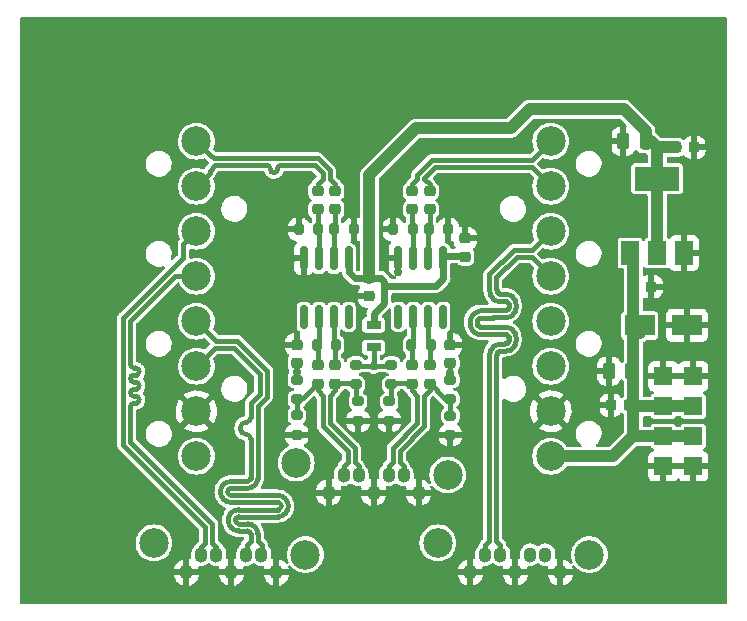
<source format=gbr>
%TF.GenerationSoftware,KiCad,Pcbnew,6.0.4-6f826c9f35~116~ubuntu20.04.1*%
%TF.CreationDate,2022-05-25T09:33:46+00:00*%
%TF.ProjectId,RFIQINT01B,52464951-494e-4543-9031-422e6b696361,REV 0.2*%
%TF.SameCoordinates,Original*%
%TF.FileFunction,Copper,L2,Bot*%
%TF.FilePolarity,Positive*%
%FSLAX46Y46*%
G04 Gerber Fmt 4.6, Leading zero omitted, Abs format (unit mm)*
G04 Created by KiCad (PCBNEW 6.0.4-6f826c9f35~116~ubuntu20.04.1) date 2022-05-25 09:33:46*
%MOMM*%
%LPD*%
G01*
G04 APERTURE LIST*
G04 Aperture macros list*
%AMRoundRect*
0 Rectangle with rounded corners*
0 $1 Rounding radius*
0 $2 $3 $4 $5 $6 $7 $8 $9 X,Y pos of 4 corners*
0 Add a 4 corners polygon primitive as box body*
4,1,4,$2,$3,$4,$5,$6,$7,$8,$9,$2,$3,0*
0 Add four circle primitives for the rounded corners*
1,1,$1+$1,$2,$3*
1,1,$1+$1,$4,$5*
1,1,$1+$1,$6,$7*
1,1,$1+$1,$8,$9*
0 Add four rect primitives between the rounded corners*
20,1,$1+$1,$2,$3,$4,$5,0*
20,1,$1+$1,$4,$5,$6,$7,0*
20,1,$1+$1,$6,$7,$8,$9,0*
20,1,$1+$1,$8,$9,$2,$3,0*%
G04 Aperture macros list end*
%TA.AperFunction,ComponentPad*%
%ADD10C,2.500000*%
%TD*%
%TA.AperFunction,ComponentPad*%
%ADD11O,1.100000X1.300000*%
%TD*%
%TA.AperFunction,ComponentPad*%
%ADD12R,1.524000X1.524000*%
%TD*%
%TA.AperFunction,SMDPad,CuDef*%
%ADD13RoundRect,0.150000X0.150000X-0.825000X0.150000X0.825000X-0.150000X0.825000X-0.150000X-0.825000X0*%
%TD*%
%TA.AperFunction,SMDPad,CuDef*%
%ADD14R,1.300000X0.700000*%
%TD*%
%TA.AperFunction,SMDPad,CuDef*%
%ADD15R,2.500000X1.800000*%
%TD*%
%TA.AperFunction,ComponentPad*%
%ADD16C,6.000000*%
%TD*%
%TA.AperFunction,SMDPad,CuDef*%
%ADD17RoundRect,0.250000X0.250000X0.475000X-0.250000X0.475000X-0.250000X-0.475000X0.250000X-0.475000X0*%
%TD*%
%TA.AperFunction,SMDPad,CuDef*%
%ADD18R,1.500000X2.000000*%
%TD*%
%TA.AperFunction,SMDPad,CuDef*%
%ADD19R,3.800000X2.000000*%
%TD*%
%TA.AperFunction,ComponentPad*%
%ADD20C,5.000000*%
%TD*%
%TA.AperFunction,SMDPad,CuDef*%
%ADD21RoundRect,0.200000X0.275000X-0.200000X0.275000X0.200000X-0.275000X0.200000X-0.275000X-0.200000X0*%
%TD*%
%TA.AperFunction,SMDPad,CuDef*%
%ADD22RoundRect,0.200000X0.200000X0.275000X-0.200000X0.275000X-0.200000X-0.275000X0.200000X-0.275000X0*%
%TD*%
%TA.AperFunction,SMDPad,CuDef*%
%ADD23RoundRect,0.200000X-0.275000X0.200000X-0.275000X-0.200000X0.275000X-0.200000X0.275000X0.200000X0*%
%TD*%
%TA.AperFunction,SMDPad,CuDef*%
%ADD24RoundRect,0.225000X0.225000X0.250000X-0.225000X0.250000X-0.225000X-0.250000X0.225000X-0.250000X0*%
%TD*%
%TA.AperFunction,SMDPad,CuDef*%
%ADD25RoundRect,0.225000X0.250000X-0.225000X0.250000X0.225000X-0.250000X0.225000X-0.250000X-0.225000X0*%
%TD*%
%TA.AperFunction,SMDPad,CuDef*%
%ADD26RoundRect,0.225000X-0.250000X0.225000X-0.250000X-0.225000X0.250000X-0.225000X0.250000X0.225000X0*%
%TD*%
%TA.AperFunction,SMDPad,CuDef*%
%ADD27RoundRect,0.250000X-0.250000X-0.475000X0.250000X-0.475000X0.250000X0.475000X-0.250000X0.475000X0*%
%TD*%
%TA.AperFunction,ViaPad*%
%ADD28C,0.750000*%
%TD*%
%TA.AperFunction,Conductor*%
%ADD29C,0.400000*%
%TD*%
%TA.AperFunction,Conductor*%
%ADD30C,1.000000*%
%TD*%
%TA.AperFunction,Conductor*%
%ADD31C,0.600000*%
%TD*%
G04 APERTURE END LIST*
D10*
%TO.P,J3,1*%
%TO.N,/CLK_OUT1_N*%
X142000000Y-92360000D03*
%TO.P,J3,2*%
%TO.N,/CLK_OUT1_P*%
X142000000Y-96170000D03*
%TO.P,J3,3*%
%TO.N,/ADC2_N*%
X142000000Y-99980000D03*
%TO.P,J3,4*%
%TO.N,/ADC2_P*%
X142000000Y-103790001D03*
%TO.P,J3,5*%
%TO.N,/ADC1_N*%
X142000000Y-107599999D03*
%TO.P,J3,6*%
%TO.N,/ADC1_P*%
X142000000Y-111410000D03*
%TO.P,J3,7*%
%TO.N,GND*%
X142000000Y-115220000D03*
%TO.P,J3,8*%
%TO.N,VCC*%
X142000000Y-119030000D03*
%TD*%
D11*
%TO.P,J2,1,1*%
%TO.N,GND*%
X142810000Y-128860000D03*
%TO.P,J2,2,2*%
%TO.N,/ADC1_P*%
X141540000Y-127360000D03*
%TO.P,J2,3,3*%
%TO.N,/ADC1_N*%
X140270000Y-127360000D03*
%TO.P,J2,4,4*%
%TO.N,GND*%
X139000000Y-128860000D03*
%TO.P,J2,5,5*%
%TO.N,/ADC2_P*%
X137730000Y-127360000D03*
%TO.P,J2,6,6*%
%TO.N,/ADC2_N*%
X136460000Y-127360000D03*
%TO.P,J2,7,7*%
%TO.N,GND*%
X135190000Y-128860000D03*
D10*
%TO.P,J2,8*%
%TO.N,N/C*%
X132440000Y-126360000D03*
%TO.P,J2,9*%
X145270000Y-127360000D03*
%TD*%
D11*
%TO.P,J4,1,1*%
%TO.N,GND*%
X130810000Y-122110000D03*
%TO.P,J4,2,2*%
%TO.N,/CLK_IN1_P*%
X129540000Y-120610000D03*
%TO.P,J4,3,3*%
%TO.N,/CLK_IN1_N*%
X128270000Y-120610000D03*
%TO.P,J4,4,4*%
%TO.N,GND*%
X127000000Y-122110000D03*
%TO.P,J4,5,5*%
%TO.N,/CLK_IN2_P*%
X125730000Y-120610000D03*
%TO.P,J4,6,6*%
%TO.N,/CLK_IN2_N*%
X124460000Y-120610000D03*
%TO.P,J4,7,7*%
%TO.N,GND*%
X123190000Y-122110000D03*
D10*
%TO.P,J4,8*%
%TO.N,N/C*%
X120440000Y-119610000D03*
%TO.P,J4,9*%
X133270000Y-120610000D03*
%TD*%
%TO.P,J5,1*%
%TO.N,VCC*%
X112000000Y-119030000D03*
%TO.P,J5,2*%
%TO.N,GND*%
X112000000Y-115220000D03*
%TO.P,J5,3*%
%TO.N,/ADC3_N*%
X112000000Y-111410000D03*
%TO.P,J5,4*%
%TO.N,/ADC3_P*%
X112000000Y-107599999D03*
%TO.P,J5,5*%
%TO.N,/ADC4_P*%
X112000000Y-103790001D03*
%TO.P,J5,6*%
%TO.N,/ADC4_N*%
X112000000Y-99980000D03*
%TO.P,J5,7*%
%TO.N,/CLK_OUT2_N*%
X112000000Y-96170000D03*
%TO.P,J5,8*%
%TO.N,/CLK_OUT2_P*%
X112000000Y-92360000D03*
%TD*%
D11*
%TO.P,J6,1,1*%
%TO.N,GND*%
X118770000Y-128860000D03*
%TO.P,J6,2,2*%
%TO.N,/ADC3_P*%
X117500000Y-127360000D03*
%TO.P,J6,3,3*%
%TO.N,/ADC3_N*%
X116230000Y-127360000D03*
%TO.P,J6,4,4*%
%TO.N,GND*%
X114960000Y-128860000D03*
%TO.P,J6,5,5*%
%TO.N,/ADC4_P*%
X113690000Y-127360000D03*
%TO.P,J6,6,6*%
%TO.N,/ADC4_N*%
X112420000Y-127360000D03*
%TO.P,J6,7,7*%
%TO.N,GND*%
X111150000Y-128860000D03*
D10*
%TO.P,J6,8*%
%TO.N,N/C*%
X108400000Y-126360000D03*
%TO.P,J6,9*%
X121230000Y-127360000D03*
%TD*%
D12*
%TO.P,J1,1*%
%TO.N,GND*%
X151536400Y-112268000D03*
%TO.P,J1,2*%
X154076400Y-112268000D03*
%TO.P,J1,3*%
%TO.N,VCC*%
X151536400Y-114808000D03*
%TO.P,J1,4*%
X154076400Y-114808000D03*
%TO.P,J1,5*%
X151536400Y-117348000D03*
%TO.P,J1,6*%
X154076400Y-117348000D03*
%TO.P,J1,7*%
%TO.N,GND*%
X151536400Y-119888000D03*
%TO.P,J1,8*%
X154076400Y-119888000D03*
%TD*%
D13*
%TO.P,U1,1,NC*%
%TO.N,unconnected-(U1-Pad1)*%
X132905000Y-107235000D03*
%TO.P,U1,2,D*%
%TO.N,Net-(C4-Pad1)*%
X131635000Y-107235000D03*
%TO.P,U1,3,D'*%
%TO.N,Net-(C6-Pad1)*%
X130365000Y-107235000D03*
%TO.P,U1,4,Vbb*%
%TO.N,unconnected-(U1-Pad4)*%
X129095000Y-107235000D03*
%TO.P,U1,5,Vee*%
%TO.N,GND*%
X129095000Y-102285000D03*
%TO.P,U1,6,Q'*%
%TO.N,Net-(C7-Pad2)*%
X130365000Y-102285000D03*
%TO.P,U1,7,Q*%
%TO.N,Net-(C5-Pad2)*%
X131635000Y-102285000D03*
%TO.P,U1,8,Vcc*%
%TO.N,+3V3*%
X132905000Y-102285000D03*
%TD*%
D14*
%TO.P,L1,1,1*%
%TO.N,Net-(C8-Pad2)*%
X127000000Y-109810000D03*
%TO.P,L1,2,2*%
%TO.N,+3V3*%
X127000000Y-107910000D03*
%TD*%
D13*
%TO.P,U2,1,NC*%
%TO.N,unconnected-(U2-Pad1)*%
X124905000Y-107235000D03*
%TO.P,U2,2,D*%
%TO.N,Net-(C11-Pad1)*%
X123635000Y-107235000D03*
%TO.P,U2,3,D'*%
%TO.N,Net-(C13-Pad1)*%
X122365000Y-107235000D03*
%TO.P,U2,4,Vbb*%
%TO.N,unconnected-(U2-Pad4)*%
X121095000Y-107235000D03*
%TO.P,U2,5,Vee*%
%TO.N,GND*%
X121095000Y-102285000D03*
%TO.P,U2,6,Q'*%
%TO.N,Net-(C14-Pad2)*%
X122365000Y-102285000D03*
%TO.P,U2,7,Q*%
%TO.N,Net-(C12-Pad2)*%
X123635000Y-102285000D03*
%TO.P,U2,8,Vcc*%
%TO.N,+3V3*%
X124905000Y-102285000D03*
%TD*%
D15*
%TO.P,D1,1,K*%
%TO.N,VCC*%
X149536400Y-107950000D03*
%TO.P,D1,2,A*%
%TO.N,GND*%
X153536400Y-107950000D03*
%TD*%
D16*
%TO.P,M1,1*%
%TO.N,GND*%
X101600000Y-127000000D03*
%TD*%
%TO.P,M2,1*%
%TO.N,GND*%
X152400000Y-127000000D03*
%TD*%
%TO.P,M3,1*%
%TO.N,GND*%
X101600000Y-86360000D03*
%TD*%
%TO.P,M4,1*%
%TO.N,GND*%
X152400000Y-86360000D03*
%TD*%
D17*
%TO.P,C1,1*%
%TO.N,VCC*%
X148828800Y-111810800D03*
%TO.P,C1,2*%
%TO.N,GND*%
X146928800Y-111810800D03*
%TD*%
D18*
%TO.P,U3,1,GND*%
%TO.N,GND*%
X153300000Y-101830000D03*
D19*
%TO.P,U3,2,VO*%
%TO.N,+3V3*%
X151000000Y-95530000D03*
D18*
X151000000Y-101830000D03*
%TO.P,U3,3,VI*%
%TO.N,VCC*%
X148700000Y-101830000D03*
%TD*%
D20*
%TO.P,M5,1*%
%TO.N,GND*%
X119000000Y-86360000D03*
%TD*%
%TO.P,M6,1*%
%TO.N,GND*%
X135000000Y-86360000D03*
%TD*%
D21*
%TO.P,R1,1*%
%TO.N,GND*%
X133502400Y-117258600D03*
%TO.P,R1,2*%
%TO.N,/CLK_IN1_P*%
X133502400Y-115608600D03*
%TD*%
%TO.P,R2,1*%
%TO.N,GND*%
X128320800Y-116039400D03*
%TO.P,R2,2*%
%TO.N,/CLK_IN1_N*%
X128320800Y-114389400D03*
%TD*%
D22*
%TO.P,R3,1*%
%TO.N,GND*%
X133325000Y-99827000D03*
%TO.P,R3,2*%
%TO.N,Net-(C5-Pad2)*%
X131675000Y-99827000D03*
%TD*%
%TO.P,R4,1*%
%TO.N,Net-(C4-Pad1)*%
X131825000Y-109610000D03*
%TO.P,R4,2*%
%TO.N,Net-(C6-Pad1)*%
X130175000Y-109610000D03*
%TD*%
D21*
%TO.P,R5,1*%
%TO.N,/CLK_IN1_P*%
X133500000Y-114185000D03*
%TO.P,R5,2*%
%TO.N,Net-(C8-Pad2)*%
X133500000Y-112535000D03*
%TD*%
%TO.P,R6,1*%
%TO.N,/CLK_IN1_N*%
X128500000Y-112935000D03*
%TO.P,R6,2*%
%TO.N,Net-(C8-Pad2)*%
X128500000Y-111285000D03*
%TD*%
D22*
%TO.P,R7,1*%
%TO.N,Net-(C7-Pad2)*%
X130325000Y-99827000D03*
%TO.P,R7,2*%
%TO.N,GND*%
X128675000Y-99827000D03*
%TD*%
D23*
%TO.P,R8,1*%
%TO.N,Net-(C8-Pad2)*%
X125500000Y-111285000D03*
%TO.P,R8,2*%
%TO.N,/CLK_IN2_P*%
X125500000Y-112935000D03*
%TD*%
%TO.P,R9,1*%
%TO.N,Net-(C8-Pad2)*%
X120500000Y-112535000D03*
%TO.P,R9,2*%
%TO.N,/CLK_IN2_N*%
X120500000Y-114185000D03*
%TD*%
D22*
%TO.P,R10,1*%
%TO.N,GND*%
X125325000Y-99827000D03*
%TO.P,R10,2*%
%TO.N,Net-(C12-Pad2)*%
X123675000Y-99827000D03*
%TD*%
%TO.P,R11,1*%
%TO.N,Net-(C11-Pad1)*%
X123825000Y-109610000D03*
%TO.P,R11,2*%
%TO.N,Net-(C13-Pad1)*%
X122175000Y-109610000D03*
%TD*%
%TO.P,R12,1*%
%TO.N,Net-(C14-Pad2)*%
X122325000Y-99827000D03*
%TO.P,R12,2*%
%TO.N,GND*%
X120675000Y-99827000D03*
%TD*%
D23*
%TO.P,R13,1*%
%TO.N,/CLK_IN2_P*%
X125679200Y-114389400D03*
%TO.P,R13,2*%
%TO.N,GND*%
X125679200Y-116039400D03*
%TD*%
%TO.P,R14,1*%
%TO.N,/CLK_IN2_N*%
X120497600Y-115557800D03*
%TO.P,R14,2*%
%TO.N,GND*%
X120497600Y-117207800D03*
%TD*%
D24*
%TO.P,C2,1*%
%TO.N,VCC*%
X148638600Y-114706400D03*
%TO.P,C2,2*%
%TO.N,GND*%
X147088600Y-114706400D03*
%TD*%
D25*
%TO.P,C3,1*%
%TO.N,+3V3*%
X134750000Y-102135000D03*
%TO.P,C3,2*%
%TO.N,GND*%
X134750000Y-100585000D03*
%TD*%
D26*
%TO.P,C4,1*%
%TO.N,Net-(C4-Pad1)*%
X131750000Y-111335000D03*
%TO.P,C4,2*%
%TO.N,/CLK_IN1_P*%
X131750000Y-112885000D03*
%TD*%
%TO.P,C5,1*%
%TO.N,/CLK_OUT1_P*%
X131750000Y-96585000D03*
%TO.P,C5,2*%
%TO.N,Net-(C5-Pad2)*%
X131750000Y-98135000D03*
%TD*%
%TO.P,C6,1*%
%TO.N,Net-(C6-Pad1)*%
X130250000Y-111335000D03*
%TO.P,C6,2*%
%TO.N,/CLK_IN1_N*%
X130250000Y-112885000D03*
%TD*%
%TO.P,C7,1*%
%TO.N,/CLK_OUT1_N*%
X130250000Y-96585000D03*
%TO.P,C7,2*%
%TO.N,Net-(C7-Pad2)*%
X130250000Y-98135000D03*
%TD*%
%TO.P,C8,1*%
%TO.N,GND*%
X133500000Y-109585000D03*
%TO.P,C8,2*%
%TO.N,Net-(C8-Pad2)*%
X133500000Y-111135000D03*
%TD*%
%TO.P,C9,1*%
%TO.N,GND*%
X120500000Y-109585000D03*
%TO.P,C9,2*%
%TO.N,Net-(C8-Pad2)*%
X120500000Y-111135000D03*
%TD*%
%TO.P,C10,1*%
%TO.N,+3V3*%
X126650000Y-103935000D03*
%TO.P,C10,2*%
%TO.N,GND*%
X126650000Y-105485000D03*
%TD*%
%TO.P,C11,1*%
%TO.N,Net-(C11-Pad1)*%
X123750000Y-111335000D03*
%TO.P,C11,2*%
%TO.N,/CLK_IN2_P*%
X123750000Y-112885000D03*
%TD*%
%TO.P,C12,1*%
%TO.N,/CLK_OUT2_P*%
X123750000Y-96585000D03*
%TO.P,C12,2*%
%TO.N,Net-(C12-Pad2)*%
X123750000Y-98135000D03*
%TD*%
%TO.P,C13,1*%
%TO.N,Net-(C13-Pad1)*%
X122250000Y-111335000D03*
%TO.P,C13,2*%
%TO.N,/CLK_IN2_N*%
X122250000Y-112885000D03*
%TD*%
%TO.P,C14,1*%
%TO.N,/CLK_OUT2_N*%
X122250000Y-96585000D03*
%TO.P,C14,2*%
%TO.N,Net-(C14-Pad2)*%
X122250000Y-98135000D03*
%TD*%
D24*
%TO.P,C15,1*%
%TO.N,GND*%
X150525000Y-104680000D03*
%TO.P,C15,2*%
%TO.N,VCC*%
X148975000Y-104680000D03*
%TD*%
%TO.P,C16,1*%
%TO.N,GND*%
X154150000Y-92885000D03*
%TO.P,C16,2*%
%TO.N,+3V3*%
X152600000Y-92885000D03*
%TD*%
D27*
%TO.P,C17,1*%
%TO.N,GND*%
X148150000Y-92360000D03*
%TO.P,C17,2*%
%TO.N,+3V3*%
X150050000Y-92360000D03*
%TD*%
D28*
%TO.N,GND*%
X149000000Y-130360000D03*
X106000000Y-130360000D03*
X127000000Y-130360000D03*
X156300000Y-116050000D03*
X155000000Y-104360000D03*
X121005600Y-104394000D03*
X129100000Y-103460000D03*
X128700000Y-98460000D03*
X125250000Y-98610000D03*
X134750000Y-99360000D03*
X120750000Y-98610000D03*
X132900000Y-95560000D03*
X133000000Y-92760000D03*
X128700000Y-95860000D03*
X139750000Y-95560000D03*
X139750000Y-92860000D03*
X136500000Y-92860000D03*
X136550000Y-95650000D03*
X139750000Y-103360000D03*
X139750000Y-100460000D03*
X138800000Y-104160000D03*
X139700000Y-107710000D03*
X135600000Y-105560000D03*
X135200000Y-109660000D03*
X134200000Y-107460000D03*
X138600000Y-111260000D03*
X138250000Y-116360000D03*
X138250000Y-118610000D03*
X134750000Y-114610000D03*
X140500000Y-121610000D03*
X142250000Y-123860000D03*
X135750000Y-122610000D03*
X127000000Y-115610000D03*
X121800000Y-116060000D03*
X99000000Y-91360000D03*
X99000000Y-122360000D03*
X99000000Y-106360000D03*
X99000000Y-114360000D03*
X99000000Y-98360000D03*
X155000000Y-91360000D03*
X110000000Y-83360000D03*
X127000000Y-83360000D03*
X155000000Y-97360000D03*
X144000000Y-83360000D03*
X115550000Y-115100000D03*
X116000000Y-105360000D03*
X146000000Y-105360000D03*
X145288000Y-115265200D03*
X146000000Y-98360000D03*
X124500000Y-95160000D03*
X108050000Y-98250000D03*
X106000000Y-83360000D03*
X115000000Y-83360000D03*
X123000000Y-83360000D03*
X131000000Y-83360000D03*
X139000000Y-83360000D03*
X148000000Y-83360000D03*
X125000000Y-105360000D03*
X137000000Y-101660000D03*
X149300000Y-98360000D03*
X152700000Y-98360000D03*
X144900000Y-88350000D03*
X139350000Y-88550000D03*
X142000000Y-88350000D03*
X147800000Y-88300000D03*
X130100000Y-89760000D03*
X130550000Y-93600000D03*
X127500000Y-92160000D03*
X121500000Y-95360000D03*
X119750000Y-92250000D03*
X117750000Y-92250000D03*
X121000000Y-105308400D03*
X134800000Y-103560000D03*
X124300000Y-127400000D03*
X128750000Y-126350000D03*
X126400000Y-124450000D03*
X129500000Y-124060000D03*
X130650000Y-129000000D03*
X127000000Y-87560000D03*
X123500000Y-93450000D03*
X119700000Y-95600000D03*
X117300000Y-95660000D03*
X110450000Y-88800000D03*
X115650000Y-92250000D03*
X124200000Y-115860000D03*
X124200000Y-114360000D03*
X121800000Y-114585000D03*
X125700000Y-117260000D03*
X122300000Y-117460000D03*
X131550000Y-117510000D03*
X128373420Y-117262211D03*
X129775000Y-115885000D03*
X132200000Y-114585000D03*
X129775000Y-114335000D03*
X132225000Y-116062211D03*
X125100000Y-121960000D03*
X128900000Y-121960000D03*
X107550000Y-108100000D03*
X121750000Y-92400000D03*
X107350000Y-116300000D03*
X108050000Y-103550000D03*
X109500000Y-119200000D03*
X104550000Y-117150000D03*
X138250000Y-95700000D03*
X113800000Y-117250000D03*
X112500000Y-122300000D03*
X113850000Y-120350000D03*
X105700000Y-105200000D03*
X109550000Y-106200000D03*
X106700000Y-121200000D03*
X131700000Y-92750000D03*
X138250000Y-92850000D03*
X117200000Y-109150000D03*
X129600000Y-94700000D03*
X134750000Y-92800000D03*
X109400000Y-123700000D03*
X134550000Y-95650000D03*
X108400000Y-113050000D03*
X104650000Y-113350000D03*
X115100000Y-117550000D03*
X104650000Y-109500000D03*
X114950000Y-95600000D03*
X117000000Y-130360000D03*
%TO.N,Net-(C8-Pad2)*%
X120500000Y-111935000D03*
X127000000Y-111360000D03*
X133500000Y-111960000D03*
%TD*%
D29*
%TO.N,Net-(C7-Pad2)*%
X130365000Y-102060000D02*
X130365000Y-99942000D01*
X130250000Y-99827000D02*
X130250000Y-98110000D01*
X130365000Y-99942000D02*
X130250000Y-99827000D01*
%TO.N,Net-(C5-Pad2)*%
X131635000Y-99942000D02*
X131750000Y-99827000D01*
X131750000Y-99827000D02*
X131750000Y-98110000D01*
X131635000Y-102060000D02*
X131635000Y-99942000D01*
%TO.N,Net-(C6-Pad1)*%
X130365000Y-107460000D02*
X130365000Y-109495000D01*
X130250000Y-111360000D02*
X130250000Y-109610000D01*
X130365000Y-109495000D02*
X130250000Y-109610000D01*
D30*
%TO.N,+3V3*%
X152625000Y-92885000D02*
X151010002Y-92885000D01*
X151000000Y-95530000D02*
X151000000Y-92874998D01*
X138600000Y-91260000D02*
X140210000Y-89650000D01*
D31*
X127900000Y-106060000D02*
X127900000Y-104610000D01*
X132250000Y-104610000D02*
X132905000Y-103955000D01*
X127000000Y-106960000D02*
X127900000Y-106060000D01*
X134700000Y-102060000D02*
X134750000Y-102110000D01*
D30*
X148200000Y-89650000D02*
X150050000Y-91500000D01*
X140210000Y-89650000D02*
X148200000Y-89650000D01*
X150050000Y-91500000D02*
X150050000Y-92360000D01*
D31*
X132905000Y-103955000D02*
X132905000Y-102060000D01*
X132905000Y-102060000D02*
X134700000Y-102060000D01*
D30*
X150100000Y-92360000D02*
X150485002Y-92360000D01*
D31*
X128650000Y-104610000D02*
X127900000Y-104610000D01*
X124905000Y-102060000D02*
X124905000Y-103435000D01*
D30*
X130600000Y-91260000D02*
X138600000Y-91260000D01*
D31*
X125430000Y-103960000D02*
X126650000Y-103960000D01*
X127625000Y-103960000D02*
X127900000Y-104235000D01*
X126650000Y-103960000D02*
X127625000Y-103960000D01*
X124905000Y-103435000D02*
X125430000Y-103960000D01*
D30*
X151000000Y-101830000D02*
X151000000Y-95530000D01*
D31*
X128650000Y-104610000D02*
X132250000Y-104610000D01*
D30*
X126650000Y-103960000D02*
X126650000Y-95210000D01*
X126650000Y-95210000D02*
X130600000Y-91260000D01*
D31*
X127000000Y-107910000D02*
X127000000Y-106960000D01*
D30*
X151010002Y-92885000D02*
X151000000Y-92874998D01*
D31*
X127900000Y-104235000D02*
X127900000Y-104610000D01*
D30*
X150485002Y-92360000D02*
X151010002Y-92885000D01*
D29*
%TO.N,Net-(C8-Pad2)*%
X125500000Y-111360000D02*
X127000000Y-111360000D01*
X120500000Y-112610000D02*
X120500000Y-111935000D01*
X120500000Y-111110000D02*
X120500000Y-111935000D01*
X127000000Y-110560000D02*
X127000000Y-111360000D01*
X127000000Y-109810000D02*
X127000000Y-110560000D01*
X133500000Y-112610000D02*
X133500000Y-111960000D01*
X133500000Y-111110000D02*
X133500000Y-111960000D01*
X127000000Y-111360000D02*
X128500000Y-111360000D01*
D30*
%TO.N,VCC*%
X149000000Y-102130000D02*
X148700000Y-101830000D01*
X149000000Y-117293600D02*
X149000000Y-114956800D01*
X149000000Y-114956800D02*
X149000000Y-108911600D01*
X147250000Y-119050000D02*
X149000000Y-117300000D01*
X149148800Y-114808000D02*
X149000000Y-114956800D01*
X142020000Y-119050000D02*
X147250000Y-119050000D01*
X151536400Y-117348000D02*
X149054400Y-117348000D01*
X149536400Y-108610400D02*
X149301200Y-108610400D01*
X149000000Y-117300000D02*
X149000000Y-117293600D01*
X149054400Y-117348000D02*
X149000000Y-117293600D01*
X154076400Y-114808000D02*
X151536400Y-114808000D01*
X151536400Y-114808000D02*
X149148800Y-114808000D01*
X142000000Y-119030000D02*
X142020000Y-119050000D01*
X149000000Y-108911600D02*
X149000000Y-102130000D01*
X154076400Y-117348000D02*
X151536400Y-117348000D01*
X149301200Y-108610400D02*
X149000000Y-108911600D01*
D29*
%TO.N,Net-(C4-Pad1)*%
X131750000Y-111360000D02*
X131750000Y-109610000D01*
X131635000Y-107460000D02*
X131635000Y-109495000D01*
X131635000Y-109495000D02*
X131750000Y-109610000D01*
%TO.N,Net-(C11-Pad1)*%
X123750000Y-111360000D02*
X123750000Y-109610000D01*
X123635000Y-107460000D02*
X123635000Y-109495000D01*
X123635000Y-109495000D02*
X123750000Y-109610000D01*
%TO.N,Net-(C12-Pad2)*%
X123635000Y-99942000D02*
X123750000Y-99827000D01*
X123750000Y-99827000D02*
X123750000Y-98110000D01*
X123635000Y-102060000D02*
X123635000Y-99942000D01*
%TO.N,Net-(C13-Pad1)*%
X122365000Y-107460000D02*
X122365000Y-109495000D01*
X122250000Y-111360000D02*
X122250000Y-109610000D01*
X122365000Y-109495000D02*
X122250000Y-109610000D01*
%TO.N,Net-(C14-Pad2)*%
X122365000Y-102060000D02*
X122365000Y-99942000D01*
X122250000Y-99827000D02*
X122250000Y-98110000D01*
X122365000Y-99942000D02*
X122250000Y-99827000D01*
%TO.N,/ADC2_N*%
X136795000Y-104966014D02*
X136817899Y-105169256D01*
X135156253Y-107771641D02*
X135179153Y-107974883D01*
X135156253Y-107598360D02*
X135156253Y-107771641D01*
X136817899Y-105169256D02*
X136885451Y-105362306D01*
X138353161Y-108824073D02*
X138397167Y-108894109D01*
X137138889Y-109684267D02*
X136994266Y-109828890D01*
X138064374Y-108685000D02*
X138146567Y-108694261D01*
X142000000Y-99965000D02*
X140395000Y-101570000D01*
X138294674Y-108765586D02*
X138353161Y-108824073D01*
X138424486Y-106392194D02*
X138397167Y-106470265D01*
X135355520Y-108341111D02*
X135500143Y-108485734D01*
X138224638Y-106642794D02*
X138146567Y-106670113D01*
X138353161Y-106540301D02*
X138294674Y-106598788D01*
X137095000Y-106679373D02*
X137095000Y-106685000D01*
X138433747Y-106248746D02*
X138433747Y-106310000D01*
X136795000Y-110398360D02*
X136795000Y-126195000D01*
X138433747Y-109054373D02*
X138433747Y-109115627D01*
X136069613Y-108685000D02*
X138064374Y-108685000D01*
X140395000Y-101570000D02*
X138865734Y-101570000D01*
X138424486Y-108972180D02*
X138433747Y-109054373D01*
X138433747Y-109115627D02*
X138424486Y-109197821D01*
X138294674Y-109404415D02*
X138224638Y-109448421D01*
X135246705Y-108167933D02*
X135355520Y-108341111D01*
X136795000Y-126195000D02*
X136460000Y-126530000D01*
X136885451Y-105362306D02*
X136994266Y-105535484D01*
X138865734Y-101570000D02*
X136795000Y-103640734D01*
X135866371Y-108662101D02*
X136069613Y-108685000D01*
X138424486Y-109197821D02*
X138397167Y-109275892D01*
X135355520Y-107028890D02*
X135246705Y-107202068D01*
X136994266Y-109828890D02*
X136885451Y-110002068D01*
X138294674Y-106598788D02*
X138224638Y-106642794D01*
X138397167Y-106470265D02*
X138353161Y-106540301D01*
X135673321Y-108594549D02*
X135866371Y-108662101D01*
X135866371Y-106707900D02*
X135673321Y-106775452D01*
X138064374Y-105879373D02*
X138146567Y-105888634D01*
X137505117Y-109507900D02*
X137312067Y-109575452D01*
X137095000Y-106685000D02*
X136069613Y-106685000D01*
X137505117Y-105856474D02*
X137708359Y-105879373D01*
X135673321Y-106775452D02*
X135500143Y-106884267D01*
X136460000Y-126530000D02*
X136460000Y-127180000D01*
X138146567Y-108694261D02*
X138224638Y-108721580D01*
X138397167Y-108894109D02*
X138424486Y-108972180D01*
X138424486Y-106166553D02*
X138433747Y-106248746D01*
X138224638Y-105915953D02*
X138294674Y-105959959D01*
X136994266Y-105535484D02*
X137138889Y-105680107D01*
X136795000Y-103640734D02*
X136795000Y-104966014D01*
X135246705Y-107202068D02*
X135179153Y-107395118D01*
X136817899Y-110195118D02*
X136795000Y-110398360D01*
X138397167Y-106088482D02*
X138424486Y-106166553D01*
X137708359Y-105879373D02*
X138064374Y-105879373D01*
X138433747Y-106310000D02*
X138424486Y-106392194D01*
X137312067Y-105788922D02*
X137505117Y-105856474D01*
X136885451Y-110002068D02*
X136817899Y-110195118D01*
X135500143Y-108485734D02*
X135673321Y-108594549D01*
X138224638Y-109448421D02*
X138146567Y-109475740D01*
X135179153Y-107974883D02*
X135246705Y-108167933D01*
X135179153Y-107395118D02*
X135156253Y-107598360D01*
X136069613Y-106685000D02*
X135866371Y-106707900D01*
X138146567Y-105888634D02*
X138224638Y-105915953D01*
X138353161Y-109345928D02*
X138294674Y-109404415D01*
X137138889Y-105680107D02*
X137312067Y-105788922D01*
X138146567Y-109475740D02*
X138064374Y-109485000D01*
X135500143Y-106884267D02*
X135355520Y-107028890D01*
X138224638Y-108721580D02*
X138294674Y-108765586D01*
X138146567Y-106670113D02*
X138064374Y-106679373D01*
X137312067Y-109575452D02*
X137138889Y-109684267D01*
X138294674Y-105959959D02*
X138353161Y-106018446D01*
X138064374Y-109485000D02*
X137708359Y-109485000D01*
X137708359Y-109485000D02*
X137505117Y-109507900D01*
X138064374Y-106679373D02*
X137095000Y-106679373D01*
X138353161Y-106018446D02*
X138397167Y-106088482D01*
X138397167Y-109275892D02*
X138353161Y-109345928D01*
%TO.N,/ADC2_P*%
X138120387Y-110085000D02*
X137764373Y-110085000D01*
X137395000Y-110454373D02*
X137395000Y-126195000D01*
X137730000Y-126530000D02*
X137730000Y-127180000D01*
X138516679Y-108175452D02*
X138689857Y-108284267D01*
X139033747Y-108998360D02*
X139033747Y-109171641D01*
X138120387Y-107279373D02*
X137095000Y-107279373D01*
X137534072Y-110165586D02*
X137475585Y-110224073D01*
X135756253Y-107654373D02*
X135756253Y-107715627D01*
X138323629Y-110062101D02*
X138120387Y-110085000D01*
X136125626Y-108085000D02*
X138120387Y-108085000D01*
X138834480Y-105623263D02*
X138943295Y-105796441D01*
X135792833Y-107494109D02*
X135765514Y-107572180D01*
X135792833Y-107875892D02*
X135836839Y-107945928D01*
X139114266Y-102170000D02*
X137395000Y-103889266D01*
X137475585Y-105140301D02*
X137534072Y-105198788D01*
X140395000Y-102170000D02*
X139114266Y-102170000D01*
X137431579Y-110294109D02*
X137404260Y-110372180D01*
X135756253Y-107715627D02*
X135765514Y-107797821D01*
X138323629Y-107256474D02*
X138120387Y-107279373D01*
X137395000Y-103889266D02*
X137395000Y-104910000D01*
X137395000Y-104910000D02*
X137404260Y-104992194D01*
X138943295Y-106762306D02*
X138834480Y-106935484D01*
X138689857Y-109885734D02*
X138516679Y-109994549D01*
X135836839Y-107424073D02*
X135792833Y-107494109D01*
X138689857Y-108284267D02*
X138834480Y-108428890D01*
X139010847Y-105989491D02*
X139033747Y-106192733D01*
X138943295Y-105796441D02*
X139010847Y-105989491D01*
X136043433Y-107294261D02*
X135965362Y-107321580D01*
X138323629Y-105302273D02*
X138516679Y-105369825D01*
X138516679Y-105369825D02*
X138689857Y-105478640D01*
X138323629Y-108107900D02*
X138516679Y-108175452D01*
X137534072Y-105198788D02*
X137604108Y-105242794D01*
X135836839Y-107945928D02*
X135895326Y-108004415D01*
X135895326Y-107365586D02*
X135836839Y-107424073D01*
X142000000Y-103775000D02*
X140395000Y-102170000D01*
X137095000Y-107279373D02*
X137095000Y-107285000D01*
X138516679Y-107188922D02*
X138323629Y-107256474D01*
X137682179Y-110094261D02*
X137604108Y-110121580D01*
X137604108Y-110121580D02*
X137534072Y-110165586D01*
X139033747Y-109171641D02*
X139010847Y-109374883D01*
X138120387Y-108085000D02*
X138323629Y-108107900D01*
X139010847Y-106569256D02*
X138943295Y-106762306D01*
X139033747Y-106192733D02*
X139033747Y-106366014D01*
X138689857Y-107080107D02*
X138516679Y-107188922D01*
X138943295Y-108602068D02*
X139010847Y-108795118D01*
X138834480Y-108428890D02*
X138943295Y-108602068D01*
X139010847Y-109374883D02*
X138943295Y-109567933D01*
X137395000Y-126195000D02*
X137730000Y-126530000D01*
X138834480Y-106935484D02*
X138689857Y-107080107D01*
X139010847Y-108795118D02*
X139033747Y-108998360D01*
X137764373Y-110085000D02*
X137682179Y-110094261D01*
X138120387Y-105279373D02*
X138323629Y-105302273D01*
X137604108Y-105242794D02*
X137682179Y-105270113D01*
X138689857Y-105478640D02*
X138834480Y-105623263D01*
X135965362Y-107321580D02*
X135895326Y-107365586D01*
X137682179Y-105270113D02*
X137764373Y-105279373D01*
X137431579Y-105070265D02*
X137475585Y-105140301D01*
X137095000Y-107285000D02*
X136125626Y-107285000D01*
X135765514Y-107572180D02*
X135756253Y-107654373D01*
X138943295Y-109567933D02*
X138834480Y-109741111D01*
X138834480Y-109741111D02*
X138689857Y-109885734D01*
X135895326Y-108004415D02*
X135965362Y-108048421D01*
X137475585Y-110224073D02*
X137431579Y-110294109D01*
X137764373Y-105279373D02*
X138120387Y-105279373D01*
X136043433Y-108075740D02*
X136125626Y-108085000D01*
X139033747Y-106366014D02*
X139010847Y-106569256D01*
X135765514Y-107797821D02*
X135792833Y-107875892D01*
X136125626Y-107285000D02*
X136043433Y-107294261D01*
X138516679Y-109994549D02*
X138323629Y-110062101D01*
X137404260Y-104992194D02*
X137431579Y-105070265D01*
X135965362Y-108048421D02*
X136043433Y-108075740D01*
X137404260Y-110372180D02*
X137395000Y-110454373D01*
%TO.N,/ADC3_P*%
X117205000Y-122345000D02*
X114931890Y-122345000D01*
X118878110Y-122345000D02*
X117205000Y-122345000D01*
X115581890Y-124145000D02*
X116305000Y-124145000D01*
X117205000Y-126195000D02*
X117205000Y-125645000D01*
X118000000Y-113974266D02*
X118000000Y-111825734D01*
X117540000Y-126530000D02*
X117205000Y-126195000D01*
X117205000Y-120845000D02*
X117205000Y-117871897D01*
X117540000Y-127180000D02*
X117540000Y-126530000D01*
X112000000Y-107599999D02*
X113650001Y-109250000D01*
X114931890Y-121745000D02*
X116305000Y-121745000D01*
X115424266Y-109250000D02*
X114650000Y-109250000D01*
X113650001Y-109250000D02*
X114874266Y-109250000D01*
X116305000Y-124745000D02*
X115581890Y-124745000D01*
X118000000Y-111825734D02*
X115424266Y-109250000D01*
X117205000Y-117871897D02*
X117205000Y-114769266D01*
X117205000Y-114769266D02*
X118000000Y-113974266D01*
X116305000Y-124145000D02*
X118878110Y-124145000D01*
X119778100Y-123245000D02*
G75*
G02*
X118878110Y-124145000I-900000J0D01*
G01*
X114931890Y-121744990D02*
G75*
G03*
X114631890Y-122045000I10J-300010D01*
G01*
X117205000Y-120845000D02*
G75*
G02*
X116305000Y-121745000I-900000J0D01*
G01*
X118878110Y-122344990D02*
G75*
G02*
X119778110Y-123245000I-10J-900010D01*
G01*
X115281900Y-124445000D02*
G75*
G03*
X115581890Y-124745000I300000J0D01*
G01*
X116305000Y-124745000D02*
G75*
G02*
X117205000Y-125645000I0J-900000D01*
G01*
X114631900Y-122045000D02*
G75*
G03*
X114931890Y-122345000I300000J0D01*
G01*
X115581890Y-124144990D02*
G75*
G03*
X115281890Y-124445000I10J-300010D01*
G01*
%TO.N,/ADC3_N*%
X114931890Y-121145000D02*
X116305000Y-121145000D01*
X116270000Y-126530000D02*
X116605000Y-126195000D01*
X115721659Y-116721660D02*
X115721659Y-116605000D01*
X116305000Y-125345000D02*
X115581890Y-125345000D01*
X116605000Y-114520734D02*
X117400000Y-113725734D01*
X116605000Y-115721660D02*
X116605000Y-115605000D01*
X116163330Y-117163330D02*
X116163329Y-117163330D01*
X117205000Y-122945000D02*
X114931890Y-122945000D01*
X117400000Y-113725734D02*
X117400000Y-112074266D01*
X116605000Y-126195000D02*
X116605000Y-125645000D01*
X116605000Y-117871897D02*
X116605000Y-117605000D01*
X115175734Y-109850000D02*
X114650000Y-109850000D01*
X113560000Y-109850000D02*
X114625734Y-109850000D01*
X116605000Y-115605000D02*
X116605000Y-114520734D01*
X118878110Y-122945000D02*
X117205000Y-122945000D01*
X116605000Y-120845000D02*
X116605000Y-117871897D01*
X117400000Y-112074266D02*
X115175734Y-109850000D01*
X116163329Y-116163330D02*
X116163330Y-116163330D01*
X116270000Y-127180000D02*
X116270000Y-126530000D01*
X116305000Y-123545000D02*
X118878110Y-123545000D01*
X112000000Y-111410000D02*
X113560000Y-109850000D01*
X115581890Y-123545000D02*
X116305000Y-123545000D01*
X115581890Y-123544990D02*
G75*
G03*
X114681890Y-124445000I10J-900010D01*
G01*
X118878110Y-122944990D02*
G75*
G02*
X119178110Y-123245000I-10J-300010D01*
G01*
X116605000Y-120845000D02*
G75*
G02*
X116305000Y-121145000I-300000J0D01*
G01*
X114931890Y-121144990D02*
G75*
G03*
X114031890Y-122045000I10J-900010D01*
G01*
X116163330Y-117163300D02*
G75*
G02*
X116605000Y-117605000I-30J-441700D01*
G01*
X116305000Y-125345000D02*
G75*
G02*
X116605000Y-125645000I0J-300000D01*
G01*
X114031900Y-122045000D02*
G75*
G03*
X114931890Y-122945000I900000J0D01*
G01*
X115721670Y-116721660D02*
G75*
G03*
X116163329Y-117163330I441630J-40D01*
G01*
X116163329Y-116163359D02*
G75*
G03*
X115721659Y-116605000I-29J-441641D01*
G01*
X114681900Y-124445000D02*
G75*
G03*
X115581890Y-125345000I900000J0D01*
G01*
X119178100Y-123245000D02*
G75*
G02*
X118878110Y-123545000I-300000J0D01*
G01*
X116604930Y-115721660D02*
G75*
G02*
X116163330Y-116163330I-441630J-40D01*
G01*
%TO.N,/ADC4_P*%
X106700000Y-112750000D02*
X106856674Y-112750000D01*
X106400000Y-107574266D02*
X106400000Y-111250000D01*
X106700000Y-111550000D02*
X106856674Y-111550000D01*
X106856674Y-112150000D02*
X106700000Y-112150000D01*
X106700000Y-113950000D02*
X106856674Y-113950000D01*
X106856674Y-114550000D02*
X106700000Y-114550000D01*
X106400000Y-117825734D02*
X113355000Y-124780734D01*
X113690000Y-126710000D02*
X113690000Y-127360000D01*
X113355000Y-124780734D02*
X113355000Y-126375000D01*
X110184265Y-103790001D02*
X106400000Y-107574266D01*
X106400000Y-114850000D02*
X106400000Y-116100000D01*
X113355000Y-126375000D02*
X113690000Y-126710000D01*
X106856674Y-113350000D02*
X106700000Y-113350000D01*
X106400000Y-116100000D02*
X106400000Y-117825734D01*
X112000000Y-103790001D02*
X110184265Y-103790001D01*
X106400000Y-114850000D02*
G75*
G02*
X106700000Y-114550000I300000J0D01*
G01*
X106856674Y-112149974D02*
G75*
G03*
X107156674Y-111850000I26J299974D01*
G01*
X107156700Y-113050000D02*
G75*
G03*
X106856674Y-112750000I-300000J0D01*
G01*
X106400000Y-112450000D02*
G75*
G02*
X106700000Y-112150000I300000J0D01*
G01*
X107156700Y-111850000D02*
G75*
G03*
X106856674Y-111550000I-300000J0D01*
G01*
X106700000Y-111550000D02*
G75*
G02*
X106400000Y-111250000I0J300000D01*
G01*
X106700000Y-113950000D02*
G75*
G02*
X106400000Y-113650000I0J300000D01*
G01*
X106856674Y-114549974D02*
G75*
G03*
X107156674Y-114250000I26J299974D01*
G01*
X106856674Y-113349974D02*
G75*
G03*
X107156674Y-113050000I26J299974D01*
G01*
X106700000Y-112750000D02*
G75*
G02*
X106400000Y-112450000I0J300000D01*
G01*
X107156700Y-114250000D02*
G75*
G03*
X106856674Y-113950000I-300000J0D01*
G01*
X106400000Y-113650000D02*
G75*
G02*
X106700000Y-113350000I300000J0D01*
G01*
%TO.N,/ADC4_N*%
X110900000Y-101080000D02*
X112000000Y-99980000D01*
X112420000Y-126710000D02*
X112755000Y-126375000D01*
X112755000Y-125029266D02*
X105800000Y-118074266D01*
X112755000Y-126375000D02*
X112755000Y-125029266D01*
X110900000Y-102225734D02*
X110900000Y-101080000D01*
X105800000Y-107325734D02*
X110900000Y-102225734D01*
X105800000Y-118074266D02*
X105800000Y-107325734D01*
X112420000Y-127360000D02*
X112420000Y-126710000D01*
%TO.N,/CLK_IN1_P*%
X131300000Y-113910001D02*
X131750000Y-113460001D01*
X129205000Y-118579266D02*
X131300000Y-116484266D01*
X131300000Y-116484266D02*
X131300000Y-113910001D01*
X129540000Y-119850000D02*
X129205000Y-119515000D01*
X129205000Y-119515000D02*
X129205000Y-118579266D01*
X133000000Y-114110000D02*
X131750000Y-112860000D01*
X131750000Y-113460001D02*
X131750000Y-112860000D01*
X129540000Y-120500000D02*
X129540000Y-119850000D01*
X133500000Y-114110000D02*
X133500000Y-115360000D01*
X133500000Y-114110000D02*
X133000000Y-114110000D01*
%TO.N,/CLK_OUT1_P*%
X142000000Y-96155000D02*
X140395000Y-94550000D01*
X131300000Y-95559999D02*
X131750000Y-96009999D01*
X131750000Y-96009999D02*
X131750000Y-96610000D01*
X140395000Y-94550000D02*
X132184266Y-94550000D01*
X132184266Y-94550000D02*
X131300000Y-95434266D01*
X131300000Y-95434266D02*
X131300000Y-95559999D01*
%TO.N,/CLK_IN1_N*%
X128500000Y-114110000D02*
X128500000Y-112860000D01*
X130250000Y-113460001D02*
X130250000Y-112860000D01*
X128500000Y-112860000D02*
X130250000Y-112860000D01*
X128270000Y-120500000D02*
X128270000Y-119850000D01*
X130700000Y-113910001D02*
X130250000Y-113460001D01*
X130700000Y-116235734D02*
X130700000Y-113910001D01*
X128270000Y-119850000D02*
X128605000Y-119515000D01*
X128605000Y-119515000D02*
X128605000Y-118330734D01*
X128605000Y-118330734D02*
X130700000Y-116235734D01*
%TO.N,/CLK_OUT1_N*%
X131935734Y-93950000D02*
X130700000Y-95185734D01*
X130250000Y-96009999D02*
X130250000Y-96610000D01*
X142000000Y-92345000D02*
X140395000Y-93950000D01*
X130700000Y-95185734D02*
X130700000Y-95559999D01*
X130700000Y-95559999D02*
X130250000Y-96009999D01*
X140395000Y-93950000D02*
X131935734Y-93950000D01*
%TO.N,/CLK_IN2_P*%
X125395000Y-118330734D02*
X123300000Y-116235734D01*
X123300000Y-113910001D02*
X123750000Y-113460001D01*
X125500000Y-114110000D02*
X125500000Y-112860000D01*
X125395000Y-119515000D02*
X125395000Y-118330734D01*
X123300000Y-116235734D02*
X123300000Y-113910001D01*
X125730000Y-120500000D02*
X125730000Y-119850000D01*
X123750000Y-113460001D02*
X123750000Y-112860000D01*
X125730000Y-119850000D02*
X125395000Y-119515000D01*
X123750000Y-112860000D02*
X125500000Y-112860000D01*
%TO.N,/CLK_OUT2_P*%
X123750000Y-96009999D02*
X123750000Y-96610000D01*
X123300000Y-94835734D02*
X123300000Y-95559999D01*
X113160000Y-93510000D02*
X113450000Y-93800000D01*
X113150000Y-93510000D02*
X113160000Y-93510000D01*
X122264266Y-93800000D02*
X123300000Y-94835734D01*
X113450000Y-93800000D02*
X122264266Y-93800000D01*
X123300000Y-95559999D02*
X123750000Y-96009999D01*
X112000000Y-92360000D02*
X113150000Y-93510000D01*
%TO.N,/CLK_IN2_N*%
X121000000Y-114110000D02*
X122250000Y-112860000D01*
X122700000Y-116484266D02*
X122700000Y-113910001D01*
X120500000Y-114110000D02*
X121000000Y-114110000D01*
X124795000Y-119515000D02*
X124795000Y-118579266D01*
X124460000Y-120500000D02*
X124460000Y-119850000D01*
X124795000Y-118579266D02*
X122700000Y-116484266D01*
X122700000Y-113910001D02*
X122250000Y-113460001D01*
X122250000Y-113460001D02*
X122250000Y-112860000D01*
X120500000Y-115360000D02*
X120500000Y-114110000D01*
X124460000Y-119850000D02*
X124795000Y-119515000D01*
%TO.N,/CLK_OUT2_N*%
X113600000Y-94400000D02*
X113150000Y-94850000D01*
X122250000Y-96610000D02*
X122250000Y-96009999D01*
X118850000Y-94700000D02*
X118850000Y-94736444D01*
X122700000Y-95559999D02*
X122700000Y-95084266D01*
X118250000Y-94736444D02*
X118250000Y-94700000D01*
X116722212Y-94400000D02*
X113600000Y-94400000D01*
X113150000Y-95020000D02*
X112000000Y-96170000D01*
X122700000Y-95084266D02*
X122015734Y-94400000D01*
X122250000Y-96009999D02*
X122700000Y-95559999D01*
X117950000Y-94400000D02*
X116722212Y-94400000D01*
X113150000Y-94850000D02*
X113150000Y-95020000D01*
X122015734Y-94400000D02*
X119150000Y-94400000D01*
X118249956Y-94736444D02*
G75*
G03*
X118550000Y-95036444I300044J44D01*
G01*
X117950000Y-94400000D02*
G75*
G02*
X118250000Y-94700000I0J-300000D01*
G01*
X118850000Y-94700000D02*
G75*
G02*
X119150000Y-94400000I300000J0D01*
G01*
X118550000Y-95036400D02*
G75*
G03*
X118850000Y-94736444I0J300000D01*
G01*
%TD*%
%TA.AperFunction,Conductor*%
%TO.N,GND*%
G36*
X156868121Y-81854002D02*
G01*
X156914614Y-81907658D01*
X156926000Y-81960000D01*
X156926000Y-131400000D01*
X156905998Y-131468121D01*
X156852342Y-131514614D01*
X156800000Y-131526000D01*
X97200000Y-131526000D01*
X97131879Y-131505998D01*
X97085386Y-131452342D01*
X97074000Y-131400000D01*
X97074000Y-129130589D01*
X110103608Y-129130589D01*
X110106527Y-129160361D01*
X110108910Y-129172396D01*
X110165317Y-129359223D01*
X110169992Y-129370565D01*
X110261612Y-129542879D01*
X110268399Y-129553095D01*
X110391747Y-129704335D01*
X110400391Y-129713039D01*
X110550763Y-129837438D01*
X110560931Y-129844297D01*
X110732607Y-129937121D01*
X110743907Y-129941871D01*
X110878693Y-129983595D01*
X110892795Y-129983801D01*
X110896000Y-129977045D01*
X110896000Y-129970047D01*
X111404000Y-129970047D01*
X111407973Y-129983578D01*
X111415768Y-129984698D01*
X111542342Y-129947446D01*
X111553710Y-129942853D01*
X111726666Y-129852434D01*
X111736928Y-129845718D01*
X111889020Y-129723432D01*
X111897786Y-129714848D01*
X112023236Y-129565344D01*
X112030160Y-129555233D01*
X112124184Y-129384202D01*
X112129012Y-129372938D01*
X112188025Y-129186905D01*
X112190573Y-129174917D01*
X112195387Y-129132004D01*
X112195138Y-129130589D01*
X113913608Y-129130589D01*
X113916527Y-129160361D01*
X113918910Y-129172396D01*
X113975317Y-129359223D01*
X113979992Y-129370565D01*
X114071612Y-129542879D01*
X114078399Y-129553095D01*
X114201747Y-129704335D01*
X114210391Y-129713039D01*
X114360763Y-129837438D01*
X114370931Y-129844297D01*
X114542607Y-129937121D01*
X114553907Y-129941871D01*
X114688693Y-129983595D01*
X114702795Y-129983801D01*
X114706000Y-129977045D01*
X114706000Y-129970047D01*
X115214000Y-129970047D01*
X115217973Y-129983578D01*
X115225768Y-129984698D01*
X115352342Y-129947446D01*
X115363710Y-129942853D01*
X115536666Y-129852434D01*
X115546928Y-129845718D01*
X115699020Y-129723432D01*
X115707786Y-129714848D01*
X115833236Y-129565344D01*
X115840160Y-129555233D01*
X115934184Y-129384202D01*
X115939012Y-129372938D01*
X115998025Y-129186905D01*
X116000573Y-129174917D01*
X116005387Y-129132004D01*
X116005138Y-129130589D01*
X117723608Y-129130589D01*
X117726527Y-129160361D01*
X117728910Y-129172396D01*
X117785317Y-129359223D01*
X117789992Y-129370565D01*
X117881612Y-129542879D01*
X117888399Y-129553095D01*
X118011747Y-129704335D01*
X118020391Y-129713039D01*
X118170763Y-129837438D01*
X118180931Y-129844297D01*
X118352607Y-129937121D01*
X118363907Y-129941871D01*
X118498693Y-129983595D01*
X118512795Y-129983801D01*
X118516000Y-129977045D01*
X118516000Y-129970047D01*
X119024000Y-129970047D01*
X119027973Y-129983578D01*
X119035768Y-129984698D01*
X119162342Y-129947446D01*
X119173710Y-129942853D01*
X119346666Y-129852434D01*
X119356928Y-129845718D01*
X119509020Y-129723432D01*
X119517786Y-129714848D01*
X119643236Y-129565344D01*
X119650160Y-129555233D01*
X119744184Y-129384202D01*
X119749012Y-129372938D01*
X119808025Y-129186905D01*
X119810573Y-129174917D01*
X119815387Y-129132004D01*
X119815138Y-129130589D01*
X134143608Y-129130589D01*
X134146527Y-129160361D01*
X134148910Y-129172396D01*
X134205317Y-129359223D01*
X134209992Y-129370565D01*
X134301612Y-129542879D01*
X134308399Y-129553095D01*
X134431747Y-129704335D01*
X134440391Y-129713039D01*
X134590763Y-129837438D01*
X134600931Y-129844297D01*
X134772607Y-129937121D01*
X134783907Y-129941871D01*
X134918693Y-129983595D01*
X134932795Y-129983801D01*
X134936000Y-129977045D01*
X134936000Y-129970047D01*
X135444000Y-129970047D01*
X135447973Y-129983578D01*
X135455768Y-129984698D01*
X135582342Y-129947446D01*
X135593710Y-129942853D01*
X135766666Y-129852434D01*
X135776928Y-129845718D01*
X135929020Y-129723432D01*
X135937786Y-129714848D01*
X136063236Y-129565344D01*
X136070160Y-129555233D01*
X136164184Y-129384202D01*
X136169012Y-129372938D01*
X136228025Y-129186905D01*
X136230573Y-129174917D01*
X136235387Y-129132004D01*
X136235138Y-129130589D01*
X137953608Y-129130589D01*
X137956527Y-129160361D01*
X137958910Y-129172396D01*
X138015317Y-129359223D01*
X138019992Y-129370565D01*
X138111612Y-129542879D01*
X138118399Y-129553095D01*
X138241747Y-129704335D01*
X138250391Y-129713039D01*
X138400763Y-129837438D01*
X138410931Y-129844297D01*
X138582607Y-129937121D01*
X138593907Y-129941871D01*
X138728693Y-129983595D01*
X138742795Y-129983801D01*
X138746000Y-129977045D01*
X138746000Y-129970047D01*
X139254000Y-129970047D01*
X139257973Y-129983578D01*
X139265768Y-129984698D01*
X139392342Y-129947446D01*
X139403710Y-129942853D01*
X139576666Y-129852434D01*
X139586928Y-129845718D01*
X139739020Y-129723432D01*
X139747786Y-129714848D01*
X139873236Y-129565344D01*
X139880160Y-129555233D01*
X139974184Y-129384202D01*
X139979012Y-129372938D01*
X140038025Y-129186905D01*
X140040573Y-129174917D01*
X140045387Y-129132004D01*
X140045138Y-129130589D01*
X141763608Y-129130589D01*
X141766527Y-129160361D01*
X141768910Y-129172396D01*
X141825317Y-129359223D01*
X141829992Y-129370565D01*
X141921612Y-129542879D01*
X141928399Y-129553095D01*
X142051747Y-129704335D01*
X142060391Y-129713039D01*
X142210763Y-129837438D01*
X142220931Y-129844297D01*
X142392607Y-129937121D01*
X142403907Y-129941871D01*
X142538693Y-129983595D01*
X142552795Y-129983801D01*
X142556000Y-129977045D01*
X142556000Y-129970047D01*
X143064000Y-129970047D01*
X143067973Y-129983578D01*
X143075768Y-129984698D01*
X143202342Y-129947446D01*
X143213710Y-129942853D01*
X143386666Y-129852434D01*
X143396928Y-129845718D01*
X143549020Y-129723432D01*
X143557786Y-129714848D01*
X143683236Y-129565344D01*
X143690160Y-129555233D01*
X143784184Y-129384202D01*
X143789012Y-129372938D01*
X143848025Y-129186905D01*
X143850573Y-129174917D01*
X143855387Y-129132004D01*
X143852834Y-129117473D01*
X143840287Y-129114000D01*
X143082115Y-129114000D01*
X143066876Y-129118475D01*
X143065671Y-129119865D01*
X143064000Y-129127548D01*
X143064000Y-129970047D01*
X142556000Y-129970047D01*
X142556000Y-129132115D01*
X142551525Y-129116876D01*
X142550135Y-129115671D01*
X142542452Y-129114000D01*
X141780096Y-129114000D01*
X141765669Y-129118236D01*
X141763608Y-129130589D01*
X140045138Y-129130589D01*
X140042834Y-129117473D01*
X140030287Y-129114000D01*
X139272115Y-129114000D01*
X139256876Y-129118475D01*
X139255671Y-129119865D01*
X139254000Y-129127548D01*
X139254000Y-129970047D01*
X138746000Y-129970047D01*
X138746000Y-129132115D01*
X138741525Y-129116876D01*
X138740135Y-129115671D01*
X138732452Y-129114000D01*
X137970096Y-129114000D01*
X137955669Y-129118236D01*
X137953608Y-129130589D01*
X136235138Y-129130589D01*
X136232834Y-129117473D01*
X136220287Y-129114000D01*
X135462115Y-129114000D01*
X135446876Y-129118475D01*
X135445671Y-129119865D01*
X135444000Y-129127548D01*
X135444000Y-129970047D01*
X134936000Y-129970047D01*
X134936000Y-129132115D01*
X134931525Y-129116876D01*
X134930135Y-129115671D01*
X134922452Y-129114000D01*
X134160096Y-129114000D01*
X134145669Y-129118236D01*
X134143608Y-129130589D01*
X119815138Y-129130589D01*
X119812834Y-129117473D01*
X119800287Y-129114000D01*
X119042115Y-129114000D01*
X119026876Y-129118475D01*
X119025671Y-129119865D01*
X119024000Y-129127548D01*
X119024000Y-129970047D01*
X118516000Y-129970047D01*
X118516000Y-129132115D01*
X118511525Y-129116876D01*
X118510135Y-129115671D01*
X118502452Y-129114000D01*
X117740096Y-129114000D01*
X117725669Y-129118236D01*
X117723608Y-129130589D01*
X116005138Y-129130589D01*
X116002834Y-129117473D01*
X115990287Y-129114000D01*
X115232115Y-129114000D01*
X115216876Y-129118475D01*
X115215671Y-129119865D01*
X115214000Y-129127548D01*
X115214000Y-129970047D01*
X114706000Y-129970047D01*
X114706000Y-129132115D01*
X114701525Y-129116876D01*
X114700135Y-129115671D01*
X114692452Y-129114000D01*
X113930096Y-129114000D01*
X113915669Y-129118236D01*
X113913608Y-129130589D01*
X112195138Y-129130589D01*
X112192834Y-129117473D01*
X112180287Y-129114000D01*
X111422115Y-129114000D01*
X111406876Y-129118475D01*
X111405671Y-129119865D01*
X111404000Y-129127548D01*
X111404000Y-129970047D01*
X110896000Y-129970047D01*
X110896000Y-129132115D01*
X110891525Y-129116876D01*
X110890135Y-129115671D01*
X110882452Y-129114000D01*
X110120096Y-129114000D01*
X110105669Y-129118236D01*
X110103608Y-129130589D01*
X97074000Y-129130589D01*
X97074000Y-128587996D01*
X110104613Y-128587996D01*
X110107166Y-128602527D01*
X110119713Y-128606000D01*
X110877885Y-128606000D01*
X110893124Y-128601525D01*
X110894329Y-128600135D01*
X110896000Y-128592452D01*
X110896000Y-127749953D01*
X110892027Y-127736422D01*
X110884232Y-127735302D01*
X110757658Y-127772554D01*
X110746290Y-127777147D01*
X110573334Y-127867566D01*
X110563072Y-127874282D01*
X110410980Y-127996568D01*
X110402214Y-128005152D01*
X110276764Y-128154656D01*
X110269840Y-128164767D01*
X110175816Y-128335798D01*
X110170988Y-128347062D01*
X110111975Y-128533095D01*
X110109427Y-128545083D01*
X110104613Y-128587996D01*
X97074000Y-128587996D01*
X97074000Y-126360000D01*
X106844706Y-126360000D01*
X106863854Y-126603302D01*
X106920828Y-126840612D01*
X106922718Y-126845175D01*
X106922720Y-126845181D01*
X106983098Y-126990947D01*
X107014223Y-127066089D01*
X107141741Y-127274179D01*
X107300241Y-127459759D01*
X107485821Y-127618259D01*
X107693911Y-127745777D01*
X107698481Y-127747670D01*
X107698485Y-127747672D01*
X107914819Y-127837280D01*
X107914825Y-127837282D01*
X107919388Y-127839172D01*
X107924188Y-127840324D01*
X107924193Y-127840326D01*
X108032702Y-127866377D01*
X108156698Y-127896146D01*
X108400000Y-127915294D01*
X108643302Y-127896146D01*
X108767298Y-127866377D01*
X108875807Y-127840326D01*
X108875812Y-127840324D01*
X108880612Y-127839172D01*
X108885175Y-127837282D01*
X108885181Y-127837280D01*
X109101515Y-127747672D01*
X109101519Y-127747670D01*
X109106089Y-127745777D01*
X109314179Y-127618259D01*
X109499759Y-127459759D01*
X109658259Y-127274179D01*
X109785777Y-127066089D01*
X109816902Y-126990947D01*
X109877280Y-126845181D01*
X109877282Y-126845175D01*
X109879172Y-126840612D01*
X109936146Y-126603302D01*
X109955294Y-126360000D01*
X109936146Y-126116698D01*
X109879172Y-125879388D01*
X109877282Y-125874825D01*
X109877280Y-125874819D01*
X109787672Y-125658485D01*
X109787670Y-125658481D01*
X109785777Y-125653911D01*
X109658259Y-125445821D01*
X109499759Y-125260241D01*
X109314179Y-125101741D01*
X109106089Y-124974223D01*
X109101519Y-124972330D01*
X109101515Y-124972328D01*
X108885181Y-124882720D01*
X108885175Y-124882718D01*
X108880612Y-124880828D01*
X108875812Y-124879676D01*
X108875807Y-124879674D01*
X108755992Y-124850909D01*
X108643302Y-124823854D01*
X108400000Y-124804706D01*
X108156698Y-124823854D01*
X108044008Y-124850909D01*
X107924193Y-124879674D01*
X107924188Y-124879676D01*
X107919388Y-124880828D01*
X107914825Y-124882718D01*
X107914819Y-124882720D01*
X107698485Y-124972328D01*
X107698481Y-124972330D01*
X107693911Y-124974223D01*
X107485821Y-125101741D01*
X107300241Y-125260241D01*
X107141741Y-125445821D01*
X107014223Y-125653911D01*
X107012330Y-125658481D01*
X107012328Y-125658485D01*
X106922720Y-125874819D01*
X106922718Y-125874825D01*
X106920828Y-125879388D01*
X106863854Y-126116698D01*
X106844706Y-126360000D01*
X97074000Y-126360000D01*
X97074000Y-107360126D01*
X105295524Y-107360126D01*
X105297397Y-107368902D01*
X105298008Y-107377859D01*
X105298002Y-107377859D01*
X105299500Y-107392052D01*
X105299500Y-118004085D01*
X105298172Y-118015970D01*
X105298682Y-118016011D01*
X105297962Y-118024957D01*
X105295981Y-118033713D01*
X105296537Y-118042673D01*
X105299258Y-118086530D01*
X105299500Y-118094333D01*
X105299500Y-118110206D01*
X105300135Y-118114640D01*
X105300948Y-118120316D01*
X105301978Y-118130372D01*
X105303257Y-118150983D01*
X105304859Y-118176804D01*
X105307907Y-118185248D01*
X105308676Y-118188960D01*
X105312343Y-118203665D01*
X105313404Y-118207293D01*
X105314677Y-118216184D01*
X105333939Y-118258548D01*
X105337746Y-118267903D01*
X105350491Y-118303209D01*
X105350493Y-118303213D01*
X105353540Y-118311653D01*
X105358835Y-118318901D01*
X105360611Y-118322241D01*
X105368274Y-118335355D01*
X105370303Y-118338527D01*
X105374016Y-118346694D01*
X105379871Y-118353489D01*
X105379873Y-118353492D01*
X105404387Y-118381941D01*
X105410675Y-118389861D01*
X105418522Y-118400602D01*
X105429265Y-118411345D01*
X105435623Y-118418191D01*
X105467600Y-118455303D01*
X105475134Y-118460186D01*
X105481896Y-118466085D01*
X105481892Y-118466090D01*
X105492986Y-118475066D01*
X112217595Y-125199675D01*
X112251621Y-125261987D01*
X112254500Y-125288770D01*
X112254500Y-126115496D01*
X112234498Y-126183617D01*
X112217595Y-126204591D01*
X112115720Y-126306466D01*
X112106376Y-126313932D01*
X112106708Y-126314322D01*
X112099872Y-126320140D01*
X112092280Y-126324930D01*
X112061308Y-126360000D01*
X112057245Y-126364600D01*
X112051898Y-126370288D01*
X112040680Y-126381506D01*
X112037991Y-126385094D01*
X112037990Y-126385095D01*
X112034550Y-126389684D01*
X112028168Y-126397523D01*
X112003318Y-126425661D01*
X111997377Y-126432388D01*
X111993563Y-126440511D01*
X111991492Y-126443664D01*
X111983673Y-126456676D01*
X111981856Y-126459995D01*
X111976474Y-126467176D01*
X111973325Y-126475577D01*
X111973324Y-126475578D01*
X111960144Y-126510736D01*
X111956219Y-126520050D01*
X111953644Y-126525535D01*
X111920914Y-126568228D01*
X111805678Y-126665609D01*
X111805671Y-126665616D01*
X111800460Y-126670020D01*
X111796313Y-126675444D01*
X111796312Y-126675445D01*
X111692367Y-126811399D01*
X111692364Y-126811403D01*
X111688223Y-126816820D01*
X111685341Y-126823000D01*
X111685340Y-126823002D01*
X111661178Y-126874819D01*
X111610127Y-126984297D01*
X111608642Y-126990942D01*
X111608640Y-126990947D01*
X111581607Y-127111889D01*
X111569817Y-127164637D01*
X111569500Y-127170307D01*
X111569500Y-127506164D01*
X111569869Y-127509558D01*
X111569869Y-127509563D01*
X111579823Y-127601193D01*
X111567295Y-127671075D01*
X111518974Y-127723091D01*
X111450202Y-127740725D01*
X111424957Y-127736459D01*
X111407205Y-127736199D01*
X111404000Y-127742955D01*
X111404000Y-128587885D01*
X111408475Y-128603124D01*
X111409865Y-128604329D01*
X111417548Y-128606000D01*
X112179904Y-128606000D01*
X112194331Y-128601764D01*
X112196392Y-128589411D01*
X112193473Y-128559639D01*
X112191090Y-128547604D01*
X112165885Y-128464120D01*
X112165344Y-128393125D01*
X112203272Y-128333109D01*
X112267626Y-128303125D01*
X112307085Y-128303394D01*
X112315983Y-128304867D01*
X112365507Y-128313066D01*
X112365510Y-128313066D01*
X112372244Y-128314181D01*
X112379061Y-128313824D01*
X112379065Y-128313824D01*
X112545599Y-128305096D01*
X112556781Y-128304510D01*
X112563354Y-128302699D01*
X112563357Y-128302699D01*
X112728354Y-128257251D01*
X112734936Y-128255438D01*
X112898398Y-128169254D01*
X112962194Y-128115342D01*
X112970382Y-128108423D01*
X113035323Y-128079732D01*
X113105466Y-128090705D01*
X113132103Y-128107889D01*
X113135524Y-128111507D01*
X113288360Y-128215375D01*
X113294694Y-128217908D01*
X113294697Y-128217910D01*
X113453598Y-128281466D01*
X113453603Y-128281467D01*
X113459935Y-128284000D01*
X113551689Y-128299190D01*
X113635506Y-128313066D01*
X113635510Y-128313066D01*
X113642244Y-128314181D01*
X113649061Y-128313824D01*
X113649065Y-128313824D01*
X113815604Y-128305096D01*
X113884678Y-128321505D01*
X113933915Y-128372654D01*
X113947683Y-128442303D01*
X113942300Y-128469021D01*
X113921976Y-128533092D01*
X113919427Y-128545083D01*
X113914613Y-128587996D01*
X113917166Y-128602527D01*
X113929713Y-128606000D01*
X114687885Y-128606000D01*
X114703124Y-128601525D01*
X114704329Y-128600135D01*
X114706000Y-128592452D01*
X114706000Y-127749953D01*
X114702027Y-127736422D01*
X114694232Y-127735302D01*
X114691485Y-127736110D01*
X114620488Y-127736155D01*
X114560738Y-127697809D01*
X114531204Y-127633247D01*
X114532944Y-127587751D01*
X114539057Y-127560403D01*
X114539058Y-127560396D01*
X114540183Y-127555363D01*
X114540500Y-127549693D01*
X114540500Y-127213836D01*
X114525558Y-127076291D01*
X114466617Y-126901152D01*
X114371443Y-126742756D01*
X114366751Y-126737794D01*
X114249165Y-126613451D01*
X114249163Y-126613449D01*
X114244476Y-126608493D01*
X114211534Y-126586105D01*
X114200231Y-126578423D01*
X114156381Y-126526421D01*
X114156087Y-126525775D01*
X114152256Y-126516369D01*
X114139509Y-126481057D01*
X114139507Y-126481053D01*
X114136460Y-126472613D01*
X114131165Y-126465365D01*
X114129389Y-126462025D01*
X114121726Y-126448911D01*
X114119697Y-126445739D01*
X114115984Y-126437572D01*
X114110129Y-126430777D01*
X114110127Y-126430774D01*
X114085613Y-126402325D01*
X114079324Y-126394404D01*
X114074352Y-126387598D01*
X114071478Y-126383664D01*
X114060735Y-126372921D01*
X114054377Y-126366074D01*
X114028259Y-126335763D01*
X114022400Y-126328963D01*
X114014866Y-126324080D01*
X114008104Y-126318181D01*
X114008108Y-126318176D01*
X113997014Y-126309200D01*
X113892405Y-126204591D01*
X113858379Y-126142279D01*
X113855500Y-126115496D01*
X113855500Y-124850909D01*
X113856828Y-124839029D01*
X113856317Y-124838988D01*
X113857037Y-124830043D01*
X113859018Y-124821286D01*
X113855742Y-124768480D01*
X113855500Y-124760678D01*
X113855500Y-124744794D01*
X113854863Y-124740344D01*
X113854052Y-124734676D01*
X113853022Y-124724625D01*
X113850697Y-124687153D01*
X113850697Y-124687151D01*
X113850141Y-124678196D01*
X113847095Y-124669759D01*
X113846329Y-124666059D01*
X113842657Y-124651335D01*
X113841596Y-124647707D01*
X113840323Y-124638816D01*
X113821061Y-124596452D01*
X113817254Y-124587097D01*
X113804509Y-124551791D01*
X113804507Y-124551787D01*
X113801460Y-124543347D01*
X113796165Y-124536099D01*
X113794389Y-124532759D01*
X113786726Y-124519645D01*
X113784697Y-124516473D01*
X113780984Y-124508306D01*
X113775129Y-124501511D01*
X113775127Y-124501508D01*
X113750613Y-124473059D01*
X113744324Y-124465138D01*
X113739352Y-124458332D01*
X113736478Y-124454398D01*
X113725735Y-124443655D01*
X113719377Y-124436808D01*
X113693259Y-124406497D01*
X113687400Y-124399697D01*
X113679866Y-124394814D01*
X113673104Y-124388915D01*
X113673108Y-124388910D01*
X113662014Y-124379934D01*
X108312080Y-119030000D01*
X110444706Y-119030000D01*
X110463854Y-119273302D01*
X110482686Y-119351741D01*
X110519385Y-119504600D01*
X110520828Y-119510612D01*
X110522718Y-119515175D01*
X110522720Y-119515181D01*
X110612328Y-119731515D01*
X110614223Y-119736089D01*
X110741741Y-119944179D01*
X110900241Y-120129759D01*
X111085821Y-120288259D01*
X111293911Y-120415777D01*
X111298481Y-120417670D01*
X111298485Y-120417672D01*
X111514819Y-120507280D01*
X111514825Y-120507282D01*
X111519388Y-120509172D01*
X111524188Y-120510324D01*
X111524193Y-120510326D01*
X111632702Y-120536377D01*
X111756698Y-120566146D01*
X112000000Y-120585294D01*
X112243302Y-120566146D01*
X112367298Y-120536377D01*
X112475807Y-120510326D01*
X112475812Y-120510324D01*
X112480612Y-120509172D01*
X112485175Y-120507282D01*
X112485181Y-120507280D01*
X112701515Y-120417672D01*
X112701519Y-120417670D01*
X112706089Y-120415777D01*
X112914179Y-120288259D01*
X113099759Y-120129759D01*
X113258259Y-119944179D01*
X113385777Y-119736089D01*
X113387672Y-119731515D01*
X113477280Y-119515181D01*
X113477282Y-119515175D01*
X113479172Y-119510612D01*
X113480616Y-119504600D01*
X113517314Y-119351741D01*
X113536146Y-119273302D01*
X113555294Y-119030000D01*
X113536146Y-118786698D01*
X113479172Y-118549388D01*
X113477282Y-118544825D01*
X113477280Y-118544819D01*
X113387672Y-118328485D01*
X113387670Y-118328481D01*
X113385777Y-118323911D01*
X113258259Y-118115821D01*
X113099759Y-117930241D01*
X112914179Y-117771741D01*
X112706089Y-117644223D01*
X112701519Y-117642330D01*
X112701515Y-117642328D01*
X112485181Y-117552720D01*
X112485175Y-117552718D01*
X112480612Y-117550828D01*
X112475812Y-117549676D01*
X112475807Y-117549674D01*
X112364260Y-117522894D01*
X112243302Y-117493854D01*
X112000000Y-117474706D01*
X111756698Y-117493854D01*
X111635740Y-117522894D01*
X111524193Y-117549674D01*
X111524188Y-117549676D01*
X111519388Y-117550828D01*
X111514825Y-117552718D01*
X111514819Y-117552720D01*
X111298485Y-117642328D01*
X111298481Y-117642330D01*
X111293911Y-117644223D01*
X111085821Y-117771741D01*
X110900241Y-117930241D01*
X110741741Y-118115821D01*
X110614223Y-118323911D01*
X110612330Y-118328481D01*
X110612328Y-118328485D01*
X110522720Y-118544819D01*
X110522718Y-118544825D01*
X110520828Y-118549388D01*
X110463854Y-118786698D01*
X110444706Y-119030000D01*
X108312080Y-119030000D01*
X106937405Y-117655325D01*
X106903379Y-117593013D01*
X106900500Y-117566230D01*
X106900500Y-117070996D01*
X107695814Y-117070996D01*
X107705523Y-117280767D01*
X107706927Y-117286592D01*
X107706927Y-117286593D01*
X107749846Y-117464676D01*
X107754724Y-117484918D01*
X107757206Y-117490376D01*
X107757207Y-117490380D01*
X107804753Y-117594951D01*
X107841640Y-117676081D01*
X107963137Y-117847360D01*
X108114831Y-117992575D01*
X108119866Y-117995826D01*
X108286209Y-118103233D01*
X108286212Y-118103234D01*
X108291246Y-118106485D01*
X108296809Y-118108727D01*
X108480455Y-118182739D01*
X108480458Y-118182740D01*
X108486019Y-118184981D01*
X108491900Y-118186129D01*
X108491905Y-118186131D01*
X108687676Y-118224362D01*
X108687679Y-118224362D01*
X108692122Y-118225230D01*
X108697643Y-118225500D01*
X108852469Y-118225500D01*
X109009046Y-118210561D01*
X109014802Y-118208872D01*
X109014804Y-118208872D01*
X109141921Y-118171580D01*
X109210549Y-118151447D01*
X109323357Y-118093347D01*
X109391908Y-118058041D01*
X109391911Y-118058039D01*
X109397239Y-118055295D01*
X109472947Y-117995826D01*
X109557662Y-117929282D01*
X109557667Y-117929278D01*
X109562379Y-117925576D01*
X109566311Y-117921045D01*
X109696079Y-117771502D01*
X109696083Y-117771497D01*
X109700010Y-117766971D01*
X109805166Y-117585201D01*
X109874053Y-117386826D01*
X109889431Y-117280767D01*
X109903325Y-117184944D01*
X109903325Y-117184941D01*
X109904186Y-117179004D01*
X109894477Y-116969233D01*
X109856767Y-116812760D01*
X109846682Y-116770915D01*
X109846681Y-116770913D01*
X109845276Y-116765082D01*
X109842335Y-116758612D01*
X109783464Y-116629133D01*
X110955612Y-116629133D01*
X110964325Y-116640653D01*
X111062018Y-116712284D01*
X111069928Y-116717227D01*
X111292890Y-116834533D01*
X111301453Y-116838256D01*
X111539304Y-116921318D01*
X111548313Y-116923732D01*
X111795842Y-116970727D01*
X111805098Y-116971781D01*
X112056857Y-116981673D01*
X112066171Y-116981347D01*
X112316615Y-116953920D01*
X112325792Y-116952219D01*
X112569431Y-116888074D01*
X112578251Y-116885037D01*
X112809736Y-116785583D01*
X112818008Y-116781276D01*
X113032249Y-116648700D01*
X113039188Y-116643658D01*
X113047518Y-116631019D01*
X113041456Y-116620666D01*
X112012812Y-115592022D01*
X111998868Y-115584408D01*
X111997035Y-115584539D01*
X111990420Y-115588790D01*
X110962270Y-116616940D01*
X110955612Y-116629133D01*
X109783464Y-116629133D01*
X109760840Y-116579374D01*
X109758360Y-116573919D01*
X109648018Y-116418366D01*
X109640329Y-116407526D01*
X109640328Y-116407525D01*
X109636863Y-116402640D01*
X109485169Y-116257425D01*
X109388033Y-116194705D01*
X109313791Y-116146767D01*
X109313788Y-116146766D01*
X109308754Y-116143515D01*
X109269279Y-116127606D01*
X109119545Y-116067261D01*
X109119542Y-116067260D01*
X109113981Y-116065019D01*
X109108100Y-116063871D01*
X109108095Y-116063869D01*
X108912324Y-116025638D01*
X108912321Y-116025638D01*
X108907878Y-116024770D01*
X108902357Y-116024500D01*
X108747531Y-116024500D01*
X108590954Y-116039439D01*
X108585198Y-116041128D01*
X108585196Y-116041128D01*
X108525619Y-116058606D01*
X108389451Y-116098553D01*
X108324285Y-116132116D01*
X108208092Y-116191959D01*
X108208089Y-116191961D01*
X108202761Y-116194705D01*
X108198046Y-116198409D01*
X108042338Y-116320718D01*
X108042333Y-116320722D01*
X108037621Y-116324424D01*
X108033690Y-116328954D01*
X108033689Y-116328955D01*
X107903921Y-116478498D01*
X107903917Y-116478503D01*
X107899990Y-116483029D01*
X107794834Y-116664799D01*
X107766860Y-116745355D01*
X107738597Y-116826747D01*
X107725947Y-116863174D01*
X107725086Y-116869109D01*
X107725086Y-116869111D01*
X107705336Y-117005327D01*
X107695814Y-117070996D01*
X106900500Y-117070996D01*
X106900500Y-115178523D01*
X110237898Y-115178523D01*
X110249987Y-115430175D01*
X110251124Y-115439435D01*
X110300274Y-115686535D01*
X110302768Y-115695528D01*
X110387900Y-115932639D01*
X110391700Y-115941174D01*
X110510946Y-116163101D01*
X110515957Y-116170968D01*
X110579446Y-116255990D01*
X110590704Y-116264439D01*
X110603123Y-116257667D01*
X111627978Y-115232812D01*
X111634356Y-115221132D01*
X112364408Y-115221132D01*
X112364539Y-115222965D01*
X112368790Y-115229580D01*
X113399913Y-116260703D01*
X113412293Y-116267463D01*
X113420634Y-116261219D01*
X113546765Y-116065127D01*
X113551212Y-116056936D01*
X113654691Y-115827222D01*
X113657882Y-115818455D01*
X113726269Y-115575976D01*
X113728129Y-115566834D01*
X113760116Y-115315396D01*
X113760597Y-115309108D01*
X113762847Y-115223160D01*
X113762696Y-115216851D01*
X113743912Y-114964074D01*
X113742536Y-114954868D01*
X113686929Y-114709126D01*
X113684205Y-114700215D01*
X113592888Y-114465392D01*
X113588877Y-114456983D01*
X113463854Y-114238240D01*
X113458643Y-114230514D01*
X113421391Y-114183261D01*
X113409466Y-114174790D01*
X113397934Y-114181276D01*
X112372022Y-115207188D01*
X112364408Y-115221132D01*
X111634356Y-115221132D01*
X111635592Y-115218868D01*
X111635461Y-115217035D01*
X111631210Y-115210420D01*
X110601321Y-114180531D01*
X110588013Y-114173264D01*
X110577974Y-114180386D01*
X110567761Y-114192666D01*
X110562346Y-114200258D01*
X110431646Y-114415646D01*
X110427408Y-114423963D01*
X110329981Y-114656299D01*
X110327020Y-114665149D01*
X110265006Y-114909331D01*
X110263384Y-114918528D01*
X110238143Y-115169198D01*
X110237898Y-115178523D01*
X106900500Y-115178523D01*
X106900500Y-115164201D01*
X106920502Y-115096080D01*
X106974158Y-115049587D01*
X107001920Y-115040622D01*
X107007444Y-115039523D01*
X107013599Y-115038917D01*
X107058848Y-115025191D01*
X107158571Y-114994941D01*
X107158574Y-114994940D01*
X107164494Y-114993144D01*
X107169952Y-114990227D01*
X107169956Y-114990225D01*
X107298097Y-114921732D01*
X107303560Y-114918812D01*
X107318099Y-114906880D01*
X107420667Y-114822705D01*
X107425452Y-114818778D01*
X107483600Y-114747925D01*
X107521555Y-114701676D01*
X107525486Y-114696886D01*
X107557615Y-114636777D01*
X107596899Y-114563282D01*
X107596901Y-114563278D01*
X107599818Y-114557820D01*
X107601615Y-114551897D01*
X107643795Y-114412847D01*
X107643796Y-114412843D01*
X107645591Y-114406925D01*
X107648737Y-114374981D01*
X107656102Y-114300207D01*
X107657241Y-114291652D01*
X107658995Y-114281227D01*
X107658996Y-114281222D01*
X107661363Y-114267154D01*
X107661364Y-114267148D01*
X107662170Y-114262354D01*
X107662321Y-114250000D01*
X107660637Y-114238240D01*
X107658633Y-114224243D01*
X107657968Y-114218734D01*
X107646198Y-114099239D01*
X107645591Y-114093075D01*
X107639774Y-114073897D01*
X107601615Y-113948103D01*
X107601614Y-113948100D01*
X107599818Y-113942180D01*
X107595566Y-113934224D01*
X107528527Y-113808803D01*
X110953216Y-113808803D01*
X110957789Y-113818579D01*
X111987188Y-114847978D01*
X112001132Y-114855592D01*
X112002965Y-114855461D01*
X112009580Y-114851210D01*
X113038419Y-113822371D01*
X113044803Y-113810681D01*
X113035391Y-113798570D01*
X112898593Y-113703670D01*
X112890565Y-113698942D01*
X112664593Y-113587505D01*
X112655960Y-113584017D01*
X112415998Y-113507205D01*
X112406938Y-113505029D01*
X112158260Y-113464529D01*
X112148973Y-113463717D01*
X111897053Y-113460419D01*
X111887742Y-113460989D01*
X111638097Y-113494964D01*
X111628978Y-113496902D01*
X111387098Y-113567404D01*
X111378367Y-113570667D01*
X111149558Y-113676151D01*
X111141406Y-113680670D01*
X110962353Y-113798062D01*
X110953216Y-113808803D01*
X107528527Y-113808803D01*
X107528406Y-113808577D01*
X107525486Y-113803114D01*
X107511718Y-113786337D01*
X107465428Y-113729933D01*
X107437674Y-113664586D01*
X107449656Y-113594608D01*
X107465428Y-113570067D01*
X107521555Y-113501676D01*
X107525486Y-113496886D01*
X107571428Y-113410934D01*
X107596899Y-113363282D01*
X107596901Y-113363278D01*
X107599818Y-113357820D01*
X107608651Y-113328701D01*
X107629189Y-113260996D01*
X114095814Y-113260996D01*
X114105523Y-113470767D01*
X114106927Y-113476592D01*
X114106927Y-113476593D01*
X114149810Y-113654527D01*
X114154724Y-113674918D01*
X114157206Y-113680376D01*
X114157207Y-113680380D01*
X114200320Y-113775201D01*
X114241640Y-113866081D01*
X114312094Y-113965403D01*
X114346040Y-114013257D01*
X114363137Y-114037360D01*
X114514831Y-114182575D01*
X114519866Y-114185826D01*
X114686209Y-114293233D01*
X114686212Y-114293234D01*
X114691246Y-114296485D01*
X114696809Y-114298727D01*
X114880455Y-114372739D01*
X114880458Y-114372740D01*
X114886019Y-114374981D01*
X114891900Y-114376129D01*
X114891905Y-114376131D01*
X115087676Y-114414362D01*
X115087679Y-114414362D01*
X115092122Y-114415230D01*
X115097643Y-114415500D01*
X115252469Y-114415500D01*
X115409046Y-114400561D01*
X115414802Y-114398872D01*
X115414804Y-114398872D01*
X115549570Y-114359336D01*
X115610549Y-114341447D01*
X115753819Y-114267658D01*
X115791908Y-114248041D01*
X115791911Y-114248039D01*
X115797239Y-114245295D01*
X115876212Y-114183261D01*
X115957662Y-114119282D01*
X115957667Y-114119278D01*
X115962379Y-114115576D01*
X115974205Y-114101948D01*
X115983527Y-114091206D01*
X116043281Y-114052866D01*
X116063569Y-114052881D01*
X116061861Y-114046865D01*
X116082468Y-113978925D01*
X116092685Y-113965412D01*
X116100010Y-113956971D01*
X116205166Y-113775201D01*
X116253867Y-113634955D01*
X116272086Y-113582491D01*
X116272086Y-113582489D01*
X116274053Y-113576826D01*
X116277405Y-113553711D01*
X116303325Y-113374944D01*
X116303325Y-113374941D01*
X116304186Y-113369004D01*
X116294477Y-113159233D01*
X116251224Y-112979763D01*
X116246682Y-112960915D01*
X116246681Y-112960913D01*
X116245276Y-112955082D01*
X116241390Y-112946534D01*
X116160840Y-112769374D01*
X116158360Y-112763919D01*
X116043917Y-112602584D01*
X116040329Y-112597526D01*
X116040328Y-112597525D01*
X116036863Y-112592640D01*
X115908634Y-112469888D01*
X115889499Y-112451570D01*
X115885169Y-112447425D01*
X115840135Y-112418347D01*
X115713791Y-112336767D01*
X115713788Y-112336766D01*
X115708754Y-112333515D01*
X115694931Y-112327944D01*
X115519545Y-112257261D01*
X115519542Y-112257260D01*
X115513981Y-112255019D01*
X115508100Y-112253871D01*
X115508095Y-112253869D01*
X115312324Y-112215638D01*
X115312321Y-112215638D01*
X115307878Y-112214770D01*
X115302357Y-112214500D01*
X115147531Y-112214500D01*
X114990954Y-112229439D01*
X114985198Y-112231128D01*
X114985196Y-112231128D01*
X114907679Y-112253869D01*
X114789451Y-112288553D01*
X114706505Y-112331273D01*
X114608092Y-112381959D01*
X114608089Y-112381961D01*
X114602761Y-112384705D01*
X114581040Y-112401767D01*
X114442338Y-112510718D01*
X114442333Y-112510722D01*
X114437621Y-112514424D01*
X114433690Y-112518954D01*
X114433689Y-112518955D01*
X114303921Y-112668498D01*
X114303917Y-112668503D01*
X114299990Y-112673029D01*
X114194834Y-112854799D01*
X114179402Y-112899239D01*
X114129203Y-113043799D01*
X114125947Y-113053174D01*
X114125086Y-113059109D01*
X114125086Y-113059111D01*
X114099478Y-113235729D01*
X114095814Y-113260996D01*
X107629189Y-113260996D01*
X107643795Y-113212847D01*
X107643796Y-113212843D01*
X107645591Y-113206925D01*
X107648345Y-113178961D01*
X107656102Y-113100207D01*
X107657241Y-113091652D01*
X107658951Y-113081490D01*
X107658996Y-113081222D01*
X107660098Y-113074672D01*
X107661363Y-113067154D01*
X107661364Y-113067148D01*
X107662170Y-113062354D01*
X107662321Y-113050000D01*
X107660002Y-113033805D01*
X107658633Y-113024243D01*
X107657968Y-113018734D01*
X107646198Y-112899239D01*
X107645591Y-112893075D01*
X107630577Y-112843580D01*
X107601615Y-112748103D01*
X107601614Y-112748100D01*
X107599818Y-112742180D01*
X107572485Y-112691042D01*
X107528406Y-112608577D01*
X107525486Y-112603114D01*
X107465428Y-112529933D01*
X107437674Y-112464586D01*
X107449656Y-112394608D01*
X107465428Y-112370067D01*
X107521555Y-112301676D01*
X107525486Y-112296886D01*
X107555734Y-112240296D01*
X107596899Y-112163282D01*
X107596901Y-112163278D01*
X107599818Y-112157820D01*
X107601615Y-112151897D01*
X107643795Y-112012847D01*
X107643796Y-112012843D01*
X107645591Y-112006925D01*
X107646678Y-111995885D01*
X107656102Y-111900207D01*
X107657241Y-111891652D01*
X107658995Y-111881227D01*
X107658996Y-111881222D01*
X107661363Y-111867154D01*
X107661364Y-111867148D01*
X107662170Y-111862354D01*
X107662321Y-111850000D01*
X107658633Y-111824243D01*
X107657968Y-111818734D01*
X107646198Y-111699239D01*
X107645591Y-111693075D01*
X107636281Y-111662384D01*
X107601615Y-111548103D01*
X107601614Y-111548100D01*
X107599818Y-111542180D01*
X107594579Y-111532377D01*
X107529167Y-111410000D01*
X110444706Y-111410000D01*
X110463854Y-111653302D01*
X110483470Y-111735006D01*
X110519248Y-111884030D01*
X110520828Y-111890612D01*
X110522718Y-111895175D01*
X110522720Y-111895181D01*
X110612328Y-112111515D01*
X110614223Y-112116089D01*
X110741741Y-112324179D01*
X110900241Y-112509759D01*
X111085821Y-112668259D01*
X111293911Y-112795777D01*
X111298481Y-112797670D01*
X111298485Y-112797672D01*
X111514819Y-112887280D01*
X111514825Y-112887282D01*
X111519388Y-112889172D01*
X111524188Y-112890324D01*
X111524193Y-112890326D01*
X111632702Y-112916377D01*
X111756698Y-112946146D01*
X112000000Y-112965294D01*
X112243302Y-112946146D01*
X112367298Y-112916377D01*
X112475807Y-112890326D01*
X112475812Y-112890324D01*
X112480612Y-112889172D01*
X112485175Y-112887282D01*
X112485181Y-112887280D01*
X112701515Y-112797672D01*
X112701519Y-112797670D01*
X112706089Y-112795777D01*
X112914179Y-112668259D01*
X113099759Y-112509759D01*
X113258259Y-112324179D01*
X113385777Y-112116089D01*
X113387672Y-112111515D01*
X113477280Y-111895181D01*
X113477282Y-111895175D01*
X113479172Y-111890612D01*
X113480753Y-111884030D01*
X113516530Y-111735006D01*
X113536146Y-111653302D01*
X113555294Y-111410000D01*
X113536146Y-111166698D01*
X113502481Y-111026476D01*
X113480326Y-110934193D01*
X113480324Y-110934188D01*
X113479172Y-110929388D01*
X113477278Y-110924815D01*
X113426233Y-110801579D01*
X113418644Y-110730990D01*
X113453547Y-110664267D01*
X113730409Y-110387405D01*
X113792721Y-110353379D01*
X113819504Y-110350500D01*
X114916230Y-110350500D01*
X114984351Y-110370502D01*
X115005325Y-110387405D01*
X116862595Y-112244675D01*
X116896621Y-112306987D01*
X116899500Y-112333770D01*
X116899500Y-113466230D01*
X116879498Y-113534351D01*
X116862595Y-113555325D01*
X116300720Y-114117200D01*
X116291375Y-114124667D01*
X116291707Y-114125057D01*
X116284872Y-114130874D01*
X116277280Y-114135664D01*
X116271338Y-114142392D01*
X116269518Y-114143941D01*
X116204678Y-114172858D01*
X116201058Y-114172305D01*
X116193266Y-114226214D01*
X116186492Y-114238462D01*
X116182377Y-114243122D01*
X116178562Y-114251247D01*
X116176491Y-114254400D01*
X116168673Y-114267410D01*
X116166856Y-114270729D01*
X116161474Y-114277910D01*
X116158325Y-114286311D01*
X116158324Y-114286312D01*
X116155224Y-114294582D01*
X116146915Y-114316747D01*
X116145144Y-114321470D01*
X116141217Y-114330787D01*
X116125263Y-114364768D01*
X116125262Y-114364771D01*
X116121447Y-114372897D01*
X116120065Y-114381771D01*
X116118961Y-114385384D01*
X116115115Y-114400041D01*
X116114301Y-114403744D01*
X116111148Y-114412154D01*
X116107698Y-114458577D01*
X116106548Y-114468590D01*
X116104500Y-114481743D01*
X116104500Y-114496938D01*
X116104154Y-114506275D01*
X116101913Y-114536439D01*
X116100524Y-114555126D01*
X116102397Y-114563902D01*
X116103008Y-114572859D01*
X116103002Y-114572859D01*
X116104500Y-114587052D01*
X116104500Y-115549774D01*
X116084498Y-115617895D01*
X116030842Y-115664388D01*
X116002048Y-115673341D01*
X115999099Y-115673599D01*
X115993790Y-115675021D01*
X115993787Y-115675022D01*
X115919478Y-115694933D01*
X115839857Y-115716267D01*
X115834869Y-115718593D01*
X115697771Y-115782524D01*
X115690445Y-115785940D01*
X115555400Y-115880499D01*
X115438828Y-115997071D01*
X115344269Y-116132116D01*
X115274596Y-116281528D01*
X115249348Y-116375756D01*
X115235307Y-116428161D01*
X115231928Y-116440770D01*
X115231449Y-116446246D01*
X115231448Y-116446251D01*
X115226708Y-116500430D01*
X115222591Y-116547500D01*
X115221761Y-116556982D01*
X115220495Y-116566896D01*
X115216163Y-116592647D01*
X115216012Y-116605001D01*
X115218880Y-116625026D01*
X115219886Y-116632052D01*
X115221159Y-116649914D01*
X115221159Y-116669083D01*
X115219413Y-116689988D01*
X115216163Y-116709305D01*
X115216012Y-116721659D01*
X115216701Y-116726473D01*
X115216702Y-116726483D01*
X115219498Y-116746005D01*
X115220291Y-116752875D01*
X115224461Y-116800538D01*
X115231442Y-116880334D01*
X115231928Y-116885890D01*
X115274596Y-117045132D01*
X115344269Y-117194544D01*
X115438828Y-117329589D01*
X115555400Y-117446161D01*
X115690445Y-117540720D01*
X115839857Y-117610393D01*
X115919478Y-117631727D01*
X115993787Y-117651638D01*
X115993790Y-117651639D01*
X115999099Y-117653061D01*
X116001293Y-117653253D01*
X116063992Y-117684327D01*
X116100461Y-117745241D01*
X116104500Y-117776886D01*
X116104500Y-120518500D01*
X116084498Y-120586621D01*
X116030842Y-120633114D01*
X115978500Y-120644500D01*
X114984466Y-120644500D01*
X114963561Y-120642754D01*
X114944244Y-120639504D01*
X114931890Y-120639353D01*
X114927067Y-120640044D01*
X114927065Y-120640044D01*
X114925202Y-120640311D01*
X114923224Y-120640594D01*
X114915250Y-120641479D01*
X114712126Y-120657465D01*
X114707319Y-120658619D01*
X114707313Y-120658620D01*
X114571331Y-120691266D01*
X114497773Y-120708926D01*
X114493202Y-120710819D01*
X114493200Y-120710820D01*
X114298684Y-120791391D01*
X114298680Y-120791393D01*
X114294110Y-120793286D01*
X114106151Y-120908468D01*
X113938524Y-121051634D01*
X113795358Y-121219261D01*
X113680176Y-121407220D01*
X113678283Y-121411790D01*
X113678281Y-121411794D01*
X113605457Y-121587607D01*
X113595816Y-121610883D01*
X113585785Y-121652665D01*
X113550989Y-121797604D01*
X113544355Y-121825236D01*
X113541728Y-121858620D01*
X113529211Y-122017647D01*
X113528100Y-122027138D01*
X113526281Y-122038823D01*
X113527070Y-122044858D01*
X113527059Y-122045000D01*
X113527421Y-122049601D01*
X113527421Y-122049610D01*
X113535019Y-122146146D01*
X113544355Y-122264764D01*
X113545509Y-122269571D01*
X113545510Y-122269577D01*
X113572528Y-122382115D01*
X113595816Y-122479117D01*
X113597709Y-122483688D01*
X113597710Y-122483690D01*
X113655389Y-122622938D01*
X113680176Y-122682780D01*
X113795358Y-122870739D01*
X113938524Y-123038366D01*
X114106151Y-123181532D01*
X114294110Y-123296714D01*
X114298680Y-123298607D01*
X114298684Y-123298609D01*
X114449102Y-123360914D01*
X114504383Y-123405462D01*
X114526804Y-123472826D01*
X114509246Y-123541617D01*
X114496695Y-123559153D01*
X114448573Y-123615496D01*
X114448570Y-123615501D01*
X114445358Y-123619261D01*
X114330176Y-123807220D01*
X114328283Y-123811790D01*
X114328281Y-123811794D01*
X114298878Y-123882780D01*
X114245816Y-124010883D01*
X114194355Y-124225236D01*
X114193967Y-124230170D01*
X114179211Y-124417647D01*
X114178100Y-124427138D01*
X114176281Y-124438823D01*
X114177070Y-124444858D01*
X114177059Y-124445000D01*
X114177421Y-124449601D01*
X114177421Y-124449610D01*
X114187619Y-124579180D01*
X114194355Y-124664764D01*
X114195509Y-124669571D01*
X114195510Y-124669577D01*
X114218318Y-124764579D01*
X114245816Y-124879117D01*
X114247709Y-124883688D01*
X114247710Y-124883690D01*
X114300773Y-125011794D01*
X114330176Y-125082780D01*
X114445358Y-125270739D01*
X114588524Y-125438366D01*
X114756151Y-125581532D01*
X114944110Y-125696714D01*
X114948680Y-125698607D01*
X114948684Y-125698609D01*
X115143200Y-125779180D01*
X115147773Y-125781074D01*
X115221331Y-125798734D01*
X115357313Y-125831380D01*
X115357319Y-125831381D01*
X115362126Y-125832535D01*
X115458201Y-125840097D01*
X115545719Y-125846985D01*
X115556731Y-125848342D01*
X115569536Y-125850496D01*
X115575793Y-125850572D01*
X115577031Y-125850588D01*
X115577036Y-125850588D01*
X115581890Y-125850647D01*
X115608941Y-125846773D01*
X115626803Y-125845500D01*
X115942496Y-125845500D01*
X116010617Y-125865502D01*
X116057110Y-125919158D01*
X116067214Y-125989432D01*
X116037720Y-126054012D01*
X116031591Y-126060595D01*
X115965720Y-126126466D01*
X115956376Y-126133932D01*
X115956708Y-126134322D01*
X115949872Y-126140140D01*
X115942280Y-126144930D01*
X115936338Y-126151658D01*
X115936337Y-126151659D01*
X115907245Y-126184600D01*
X115901898Y-126190288D01*
X115890680Y-126201506D01*
X115887991Y-126205094D01*
X115887990Y-126205095D01*
X115884550Y-126209684D01*
X115878168Y-126217523D01*
X115873927Y-126222325D01*
X115847377Y-126252388D01*
X115843563Y-126260511D01*
X115841492Y-126263664D01*
X115833673Y-126276676D01*
X115831856Y-126279995D01*
X115826474Y-126287176D01*
X115812321Y-126324930D01*
X115810144Y-126330736D01*
X115806217Y-126340053D01*
X115790263Y-126374034D01*
X115790262Y-126374037D01*
X115786447Y-126382163D01*
X115785065Y-126391037D01*
X115783961Y-126394650D01*
X115780115Y-126409307D01*
X115779301Y-126413010D01*
X115776148Y-126421420D01*
X115772698Y-126467843D01*
X115771548Y-126477856D01*
X115769500Y-126491009D01*
X115769500Y-126491010D01*
X115768393Y-126490838D01*
X115745074Y-126552260D01*
X115725976Y-126572401D01*
X115615678Y-126665609D01*
X115615671Y-126665616D01*
X115610460Y-126670020D01*
X115606313Y-126675444D01*
X115606312Y-126675445D01*
X115502367Y-126811399D01*
X115502364Y-126811403D01*
X115498223Y-126816820D01*
X115495341Y-126823000D01*
X115495340Y-126823002D01*
X115471178Y-126874819D01*
X115420127Y-126984297D01*
X115418642Y-126990942D01*
X115418640Y-126990947D01*
X115391607Y-127111889D01*
X115379817Y-127164637D01*
X115379500Y-127170307D01*
X115379500Y-127506164D01*
X115379869Y-127509558D01*
X115379869Y-127509563D01*
X115389823Y-127601193D01*
X115377295Y-127671075D01*
X115328974Y-127723091D01*
X115260202Y-127740725D01*
X115234957Y-127736459D01*
X115217205Y-127736199D01*
X115214000Y-127742955D01*
X115214000Y-128587885D01*
X115218475Y-128603124D01*
X115219865Y-128604329D01*
X115227548Y-128606000D01*
X115989904Y-128606000D01*
X116004331Y-128601764D01*
X116006392Y-128589411D01*
X116003473Y-128559639D01*
X116001090Y-128547604D01*
X115975885Y-128464120D01*
X115975344Y-128393125D01*
X116013272Y-128333109D01*
X116077626Y-128303125D01*
X116117085Y-128303394D01*
X116125983Y-128304867D01*
X116175507Y-128313066D01*
X116175510Y-128313066D01*
X116182244Y-128314181D01*
X116189061Y-128313824D01*
X116189065Y-128313824D01*
X116355599Y-128305096D01*
X116366781Y-128304510D01*
X116373354Y-128302699D01*
X116373357Y-128302699D01*
X116538354Y-128257251D01*
X116544936Y-128255438D01*
X116708398Y-128169254D01*
X116772194Y-128115342D01*
X116780382Y-128108423D01*
X116845323Y-128079732D01*
X116915466Y-128090705D01*
X116942103Y-128107889D01*
X116945524Y-128111507D01*
X117098360Y-128215375D01*
X117104694Y-128217908D01*
X117104697Y-128217910D01*
X117263598Y-128281466D01*
X117263603Y-128281467D01*
X117269935Y-128284000D01*
X117361689Y-128299190D01*
X117445506Y-128313066D01*
X117445510Y-128313066D01*
X117452244Y-128314181D01*
X117459061Y-128313824D01*
X117459065Y-128313824D01*
X117625604Y-128305096D01*
X117694678Y-128321505D01*
X117743915Y-128372654D01*
X117757683Y-128442303D01*
X117752300Y-128469021D01*
X117731976Y-128533092D01*
X117729427Y-128545083D01*
X117724613Y-128587996D01*
X117727166Y-128602527D01*
X117739713Y-128606000D01*
X118497885Y-128606000D01*
X118513124Y-128601525D01*
X118514329Y-128600135D01*
X118516000Y-128592452D01*
X118516000Y-128587885D01*
X119024000Y-128587885D01*
X119028475Y-128603124D01*
X119029865Y-128604329D01*
X119037548Y-128606000D01*
X119799904Y-128606000D01*
X119814331Y-128601764D01*
X119816392Y-128589411D01*
X119813473Y-128559639D01*
X119811090Y-128547604D01*
X119769123Y-128408602D01*
X119768582Y-128337607D01*
X119806510Y-128277591D01*
X119870864Y-128247607D01*
X119941213Y-128257175D01*
X119985555Y-128290353D01*
X120130241Y-128459759D01*
X120315821Y-128618259D01*
X120523911Y-128745777D01*
X120528481Y-128747670D01*
X120528485Y-128747672D01*
X120744819Y-128837280D01*
X120744825Y-128837282D01*
X120749388Y-128839172D01*
X120754188Y-128840324D01*
X120754193Y-128840326D01*
X120862702Y-128866377D01*
X120986698Y-128896146D01*
X121230000Y-128915294D01*
X121473302Y-128896146D01*
X121597298Y-128866377D01*
X121705807Y-128840326D01*
X121705812Y-128840324D01*
X121710612Y-128839172D01*
X121715175Y-128837282D01*
X121715181Y-128837280D01*
X121931515Y-128747672D01*
X121931519Y-128747670D01*
X121936089Y-128745777D01*
X122144179Y-128618259D01*
X122179612Y-128587996D01*
X134144613Y-128587996D01*
X134147166Y-128602527D01*
X134159713Y-128606000D01*
X134917885Y-128606000D01*
X134933124Y-128601525D01*
X134934329Y-128600135D01*
X134936000Y-128592452D01*
X134936000Y-127749953D01*
X134932027Y-127736422D01*
X134924232Y-127735302D01*
X134797658Y-127772554D01*
X134786290Y-127777147D01*
X134613334Y-127867566D01*
X134603072Y-127874282D01*
X134450980Y-127996568D01*
X134442214Y-128005152D01*
X134316764Y-128154656D01*
X134309840Y-128164767D01*
X134215816Y-128335798D01*
X134210988Y-128347062D01*
X134151975Y-128533095D01*
X134149427Y-128545083D01*
X134144613Y-128587996D01*
X122179612Y-128587996D01*
X122329759Y-128459759D01*
X122488259Y-128274179D01*
X122615777Y-128066089D01*
X122622450Y-128049980D01*
X122707280Y-127845181D01*
X122707282Y-127845175D01*
X122709172Y-127840612D01*
X122766146Y-127603302D01*
X122785294Y-127360000D01*
X122766146Y-127116698D01*
X122732876Y-126978120D01*
X122710326Y-126884193D01*
X122710324Y-126884188D01*
X122709172Y-126879388D01*
X122707282Y-126874825D01*
X122707280Y-126874819D01*
X122617672Y-126658485D01*
X122617670Y-126658481D01*
X122615777Y-126653911D01*
X122488259Y-126445821D01*
X122414961Y-126360000D01*
X130884706Y-126360000D01*
X130903854Y-126603302D01*
X130960828Y-126840612D01*
X130962718Y-126845175D01*
X130962720Y-126845181D01*
X131023098Y-126990947D01*
X131054223Y-127066089D01*
X131181741Y-127274179D01*
X131340241Y-127459759D01*
X131525821Y-127618259D01*
X131733911Y-127745777D01*
X131738481Y-127747670D01*
X131738485Y-127747672D01*
X131954819Y-127837280D01*
X131954825Y-127837282D01*
X131959388Y-127839172D01*
X131964188Y-127840324D01*
X131964193Y-127840326D01*
X132072702Y-127866377D01*
X132196698Y-127896146D01*
X132440000Y-127915294D01*
X132683302Y-127896146D01*
X132807298Y-127866377D01*
X132915807Y-127840326D01*
X132915812Y-127840324D01*
X132920612Y-127839172D01*
X132925175Y-127837282D01*
X132925181Y-127837280D01*
X133141515Y-127747672D01*
X133141519Y-127747670D01*
X133146089Y-127745777D01*
X133354179Y-127618259D01*
X133539759Y-127459759D01*
X133698259Y-127274179D01*
X133825777Y-127066089D01*
X133856902Y-126990947D01*
X133917280Y-126845181D01*
X133917282Y-126845175D01*
X133919172Y-126840612D01*
X133976146Y-126603302D01*
X133995294Y-126360000D01*
X133976146Y-126116698D01*
X133919172Y-125879388D01*
X133917282Y-125874825D01*
X133917280Y-125874819D01*
X133827672Y-125658485D01*
X133827670Y-125658481D01*
X133825777Y-125653911D01*
X133698259Y-125445821D01*
X133539759Y-125260241D01*
X133354179Y-125101741D01*
X133146089Y-124974223D01*
X133141519Y-124972330D01*
X133141515Y-124972328D01*
X132925181Y-124882720D01*
X132925175Y-124882718D01*
X132920612Y-124880828D01*
X132915812Y-124879676D01*
X132915807Y-124879674D01*
X132795992Y-124850909D01*
X132683302Y-124823854D01*
X132440000Y-124804706D01*
X132196698Y-124823854D01*
X132084008Y-124850909D01*
X131964193Y-124879674D01*
X131964188Y-124879676D01*
X131959388Y-124880828D01*
X131954825Y-124882718D01*
X131954819Y-124882720D01*
X131738485Y-124972328D01*
X131738481Y-124972330D01*
X131733911Y-124974223D01*
X131525821Y-125101741D01*
X131340241Y-125260241D01*
X131181741Y-125445821D01*
X131054223Y-125653911D01*
X131052330Y-125658481D01*
X131052328Y-125658485D01*
X130962720Y-125874819D01*
X130962718Y-125874825D01*
X130960828Y-125879388D01*
X130903854Y-126116698D01*
X130884706Y-126360000D01*
X122414961Y-126360000D01*
X122329759Y-126260241D01*
X122144179Y-126101741D01*
X121936089Y-125974223D01*
X121931519Y-125972330D01*
X121931515Y-125972328D01*
X121715181Y-125882720D01*
X121715175Y-125882718D01*
X121710612Y-125880828D01*
X121705812Y-125879676D01*
X121705807Y-125879674D01*
X121575300Y-125848342D01*
X121473302Y-125823854D01*
X121230000Y-125804706D01*
X120986698Y-125823854D01*
X120884700Y-125848342D01*
X120754193Y-125879674D01*
X120754188Y-125879676D01*
X120749388Y-125880828D01*
X120744825Y-125882718D01*
X120744819Y-125882720D01*
X120528485Y-125972328D01*
X120528481Y-125972330D01*
X120523911Y-125974223D01*
X120315821Y-126101741D01*
X120130241Y-126260241D01*
X119971741Y-126445821D01*
X119844223Y-126653911D01*
X119842330Y-126658481D01*
X119842328Y-126658485D01*
X119752720Y-126874819D01*
X119752718Y-126874825D01*
X119750828Y-126879388D01*
X119749676Y-126884188D01*
X119749674Y-126884193D01*
X119727124Y-126978120D01*
X119693854Y-127116698D01*
X119674706Y-127360000D01*
X119693854Y-127603302D01*
X119750828Y-127840612D01*
X119752720Y-127845179D01*
X119752720Y-127845180D01*
X119761993Y-127867566D01*
X119781602Y-127914906D01*
X119799351Y-127957757D01*
X119806940Y-128028347D01*
X119775161Y-128091834D01*
X119714103Y-128128061D01*
X119643151Y-128125527D01*
X119585299Y-128085611D01*
X119528253Y-128015665D01*
X119519609Y-128006961D01*
X119369237Y-127882562D01*
X119359069Y-127875703D01*
X119187393Y-127782879D01*
X119176093Y-127778129D01*
X119041307Y-127736405D01*
X119027205Y-127736199D01*
X119024000Y-127742955D01*
X119024000Y-128587885D01*
X118516000Y-128587885D01*
X118516000Y-127749953D01*
X118512027Y-127736422D01*
X118504232Y-127735302D01*
X118501485Y-127736110D01*
X118430488Y-127736155D01*
X118370738Y-127697809D01*
X118341204Y-127633247D01*
X118342944Y-127587751D01*
X118349057Y-127560403D01*
X118349058Y-127560396D01*
X118350183Y-127555363D01*
X118350500Y-127549693D01*
X118350500Y-127213836D01*
X118335558Y-127076291D01*
X118276617Y-126901152D01*
X118181443Y-126742756D01*
X118133562Y-126692123D01*
X118077186Y-126632508D01*
X118044914Y-126569270D01*
X118042976Y-126553739D01*
X118040742Y-126517737D01*
X118040500Y-126509933D01*
X118040500Y-126494060D01*
X118039052Y-126483948D01*
X118038022Y-126473894D01*
X118035697Y-126436425D01*
X118035141Y-126427462D01*
X118032093Y-126419018D01*
X118031324Y-126415306D01*
X118027657Y-126400601D01*
X118026596Y-126396973D01*
X118025323Y-126388082D01*
X118006061Y-126345718D01*
X118002254Y-126336363D01*
X117989509Y-126301057D01*
X117989507Y-126301053D01*
X117986460Y-126292613D01*
X117981165Y-126285365D01*
X117979389Y-126282025D01*
X117971726Y-126268911D01*
X117969697Y-126265739D01*
X117965984Y-126257572D01*
X117960129Y-126250777D01*
X117960127Y-126250774D01*
X117935613Y-126222325D01*
X117929324Y-126214404D01*
X117924352Y-126207598D01*
X117921478Y-126203664D01*
X117910735Y-126192921D01*
X117904377Y-126186074D01*
X117878259Y-126155763D01*
X117872400Y-126148963D01*
X117864866Y-126144080D01*
X117858104Y-126138181D01*
X117858108Y-126138176D01*
X117847014Y-126129200D01*
X117742405Y-126024591D01*
X117708379Y-125962279D01*
X117705500Y-125935496D01*
X117705500Y-125697576D01*
X117707246Y-125676671D01*
X117709689Y-125662148D01*
X117710496Y-125657354D01*
X117710647Y-125645000D01*
X117709406Y-125636334D01*
X117708520Y-125628351D01*
X117705039Y-125584116D01*
X117692535Y-125425236D01*
X117641074Y-125210883D01*
X117639180Y-125206310D01*
X117558609Y-125011794D01*
X117558607Y-125011790D01*
X117556714Y-125007220D01*
X117480420Y-124882720D01*
X117452608Y-124837335D01*
X117434070Y-124768801D01*
X117455526Y-124701125D01*
X117510165Y-124655792D01*
X117560041Y-124645500D01*
X118825534Y-124645500D01*
X118846439Y-124647246D01*
X118865756Y-124650496D01*
X118878110Y-124650647D01*
X118882933Y-124649956D01*
X118882935Y-124649956D01*
X118885141Y-124649640D01*
X118886776Y-124649406D01*
X118894750Y-124648521D01*
X119097874Y-124632535D01*
X119102681Y-124631381D01*
X119102687Y-124631380D01*
X119248114Y-124596466D01*
X119312227Y-124581074D01*
X119316800Y-124579180D01*
X119511316Y-124498609D01*
X119511320Y-124498607D01*
X119515890Y-124496714D01*
X119703849Y-124381532D01*
X119871476Y-124238366D01*
X120014642Y-124070739D01*
X120129824Y-123882780D01*
X120159228Y-123811794D01*
X120212290Y-123683690D01*
X120212291Y-123683688D01*
X120214184Y-123679117D01*
X120231844Y-123605559D01*
X120264490Y-123469577D01*
X120264491Y-123469571D01*
X120265645Y-123464764D01*
X120278722Y-123298609D01*
X120280095Y-123281171D01*
X120281452Y-123270159D01*
X120282799Y-123262151D01*
X120283606Y-123257354D01*
X120283757Y-123245000D01*
X120283066Y-123240173D01*
X120282515Y-123236321D01*
X120281631Y-123228352D01*
X120266033Y-123030170D01*
X120265645Y-123025236D01*
X120251148Y-122964848D01*
X120215339Y-122815695D01*
X120214184Y-122810883D01*
X120210958Y-122803095D01*
X120131719Y-122611794D01*
X120131717Y-122611790D01*
X120129824Y-122607220D01*
X120014642Y-122419261D01*
X119981613Y-122380589D01*
X122143608Y-122380589D01*
X122146527Y-122410361D01*
X122148910Y-122422396D01*
X122205317Y-122609223D01*
X122209992Y-122620565D01*
X122301612Y-122792879D01*
X122308399Y-122803095D01*
X122431747Y-122954335D01*
X122440391Y-122963039D01*
X122590763Y-123087438D01*
X122600931Y-123094297D01*
X122772607Y-123187121D01*
X122783907Y-123191871D01*
X122918693Y-123233595D01*
X122932795Y-123233801D01*
X122936000Y-123227045D01*
X122936000Y-123220047D01*
X123444000Y-123220047D01*
X123447973Y-123233578D01*
X123455768Y-123234698D01*
X123582342Y-123197446D01*
X123593710Y-123192853D01*
X123766666Y-123102434D01*
X123776928Y-123095718D01*
X123929020Y-122973432D01*
X123937786Y-122964848D01*
X124063236Y-122815344D01*
X124070160Y-122805233D01*
X124164184Y-122634202D01*
X124169012Y-122622938D01*
X124228025Y-122436905D01*
X124230573Y-122424917D01*
X124235387Y-122382004D01*
X124235138Y-122380589D01*
X125953608Y-122380589D01*
X125956527Y-122410361D01*
X125958910Y-122422396D01*
X126015317Y-122609223D01*
X126019992Y-122620565D01*
X126111612Y-122792879D01*
X126118399Y-122803095D01*
X126241747Y-122954335D01*
X126250391Y-122963039D01*
X126400763Y-123087438D01*
X126410931Y-123094297D01*
X126582607Y-123187121D01*
X126593907Y-123191871D01*
X126728693Y-123233595D01*
X126742795Y-123233801D01*
X126746000Y-123227045D01*
X126746000Y-123220047D01*
X127254000Y-123220047D01*
X127257973Y-123233578D01*
X127265768Y-123234698D01*
X127392342Y-123197446D01*
X127403710Y-123192853D01*
X127576666Y-123102434D01*
X127586928Y-123095718D01*
X127739020Y-122973432D01*
X127747786Y-122964848D01*
X127873236Y-122815344D01*
X127880160Y-122805233D01*
X127974184Y-122634202D01*
X127979012Y-122622938D01*
X128038025Y-122436905D01*
X128040573Y-122424917D01*
X128045387Y-122382004D01*
X128045138Y-122380589D01*
X129763608Y-122380589D01*
X129766527Y-122410361D01*
X129768910Y-122422396D01*
X129825317Y-122609223D01*
X129829992Y-122620565D01*
X129921612Y-122792879D01*
X129928399Y-122803095D01*
X130051747Y-122954335D01*
X130060391Y-122963039D01*
X130210763Y-123087438D01*
X130220931Y-123094297D01*
X130392607Y-123187121D01*
X130403907Y-123191871D01*
X130538693Y-123233595D01*
X130552795Y-123233801D01*
X130556000Y-123227045D01*
X130556000Y-123220047D01*
X131064000Y-123220047D01*
X131067973Y-123233578D01*
X131075768Y-123234698D01*
X131202342Y-123197446D01*
X131213710Y-123192853D01*
X131386666Y-123102434D01*
X131396928Y-123095718D01*
X131549020Y-122973432D01*
X131557786Y-122964848D01*
X131683236Y-122815344D01*
X131690160Y-122805233D01*
X131784184Y-122634202D01*
X131789012Y-122622938D01*
X131848025Y-122436905D01*
X131850573Y-122424917D01*
X131855387Y-122382004D01*
X131852834Y-122367473D01*
X131840287Y-122364000D01*
X131082115Y-122364000D01*
X131066876Y-122368475D01*
X131065671Y-122369865D01*
X131064000Y-122377548D01*
X131064000Y-123220047D01*
X130556000Y-123220047D01*
X130556000Y-122382115D01*
X130551525Y-122366876D01*
X130550135Y-122365671D01*
X130542452Y-122364000D01*
X129780096Y-122364000D01*
X129765669Y-122368236D01*
X129763608Y-122380589D01*
X128045138Y-122380589D01*
X128042834Y-122367473D01*
X128030287Y-122364000D01*
X127272115Y-122364000D01*
X127256876Y-122368475D01*
X127255671Y-122369865D01*
X127254000Y-122377548D01*
X127254000Y-123220047D01*
X126746000Y-123220047D01*
X126746000Y-122382115D01*
X126741525Y-122366876D01*
X126740135Y-122365671D01*
X126732452Y-122364000D01*
X125970096Y-122364000D01*
X125955669Y-122368236D01*
X125953608Y-122380589D01*
X124235138Y-122380589D01*
X124232834Y-122367473D01*
X124220287Y-122364000D01*
X123462115Y-122364000D01*
X123446876Y-122368475D01*
X123445671Y-122369865D01*
X123444000Y-122377548D01*
X123444000Y-123220047D01*
X122936000Y-123220047D01*
X122936000Y-122382115D01*
X122931525Y-122366876D01*
X122930135Y-122365671D01*
X122922452Y-122364000D01*
X122160096Y-122364000D01*
X122145669Y-122368236D01*
X122143608Y-122380589D01*
X119981613Y-122380589D01*
X119871476Y-122251634D01*
X119703849Y-122108468D01*
X119515890Y-121993286D01*
X119511320Y-121991393D01*
X119511316Y-121991391D01*
X119316800Y-121910820D01*
X119316798Y-121910819D01*
X119312227Y-121908926D01*
X119238669Y-121891266D01*
X119102687Y-121858620D01*
X119102681Y-121858619D01*
X119097874Y-121857465D01*
X119001799Y-121849903D01*
X118914281Y-121843015D01*
X118903269Y-121841658D01*
X118895261Y-121840311D01*
X118895262Y-121840311D01*
X118890464Y-121839504D01*
X118884207Y-121839428D01*
X118882969Y-121839412D01*
X118882964Y-121839412D01*
X118878110Y-121839353D01*
X118856471Y-121842452D01*
X118851059Y-121843227D01*
X118833197Y-121844500D01*
X117560041Y-121844500D01*
X117537890Y-121837996D01*
X122144613Y-121837996D01*
X122147166Y-121852527D01*
X122159713Y-121856000D01*
X122917885Y-121856000D01*
X122933124Y-121851525D01*
X122934329Y-121850135D01*
X122936000Y-121842452D01*
X122936000Y-120999953D01*
X122932027Y-120986422D01*
X122924232Y-120985302D01*
X122797658Y-121022554D01*
X122786290Y-121027147D01*
X122613334Y-121117566D01*
X122603072Y-121124282D01*
X122450980Y-121246568D01*
X122442214Y-121255152D01*
X122316764Y-121404656D01*
X122309840Y-121414767D01*
X122215816Y-121585798D01*
X122210988Y-121597062D01*
X122151975Y-121783095D01*
X122149427Y-121795083D01*
X122144613Y-121837996D01*
X117537890Y-121837996D01*
X117491920Y-121824498D01*
X117445427Y-121770842D01*
X117435323Y-121700568D01*
X117452608Y-121652665D01*
X117554128Y-121487000D01*
X117556714Y-121482780D01*
X117562874Y-121467910D01*
X117639180Y-121283690D01*
X117639181Y-121283688D01*
X117641074Y-121279117D01*
X117670240Y-121157631D01*
X117691380Y-121069577D01*
X117691381Y-121069571D01*
X117692535Y-121064764D01*
X117704836Y-120908468D01*
X117706985Y-120881171D01*
X117708342Y-120870159D01*
X117709689Y-120862151D01*
X117710496Y-120857354D01*
X117710647Y-120845000D01*
X117706773Y-120817949D01*
X117705500Y-120800087D01*
X117705500Y-119610000D01*
X118884706Y-119610000D01*
X118903854Y-119853302D01*
X118960828Y-120090612D01*
X118962718Y-120095175D01*
X118962720Y-120095181D01*
X119052328Y-120311515D01*
X119054223Y-120316089D01*
X119181741Y-120524179D01*
X119340241Y-120709759D01*
X119525821Y-120868259D01*
X119733911Y-120995777D01*
X119738481Y-120997670D01*
X119738485Y-120997672D01*
X119954819Y-121087280D01*
X119954825Y-121087282D01*
X119959388Y-121089172D01*
X119964188Y-121090324D01*
X119964193Y-121090326D01*
X120018334Y-121103324D01*
X120196698Y-121146146D01*
X120440000Y-121165294D01*
X120683302Y-121146146D01*
X120861666Y-121103324D01*
X120915807Y-121090326D01*
X120915812Y-121090324D01*
X120920612Y-121089172D01*
X120925175Y-121087282D01*
X120925181Y-121087280D01*
X121141515Y-120997672D01*
X121141519Y-120997670D01*
X121146089Y-120995777D01*
X121354179Y-120868259D01*
X121539759Y-120709759D01*
X121698259Y-120524179D01*
X121825777Y-120316089D01*
X121827672Y-120311515D01*
X121917280Y-120095181D01*
X121917282Y-120095175D01*
X121919172Y-120090612D01*
X121976146Y-119853302D01*
X121995294Y-119610000D01*
X121976146Y-119366698D01*
X121919172Y-119129388D01*
X121917282Y-119124825D01*
X121917280Y-119124819D01*
X121827672Y-118908485D01*
X121827670Y-118908481D01*
X121825777Y-118903911D01*
X121698259Y-118695821D01*
X121539759Y-118510241D01*
X121354179Y-118351741D01*
X121146097Y-118224228D01*
X121098466Y-118171580D01*
X121086859Y-118101539D01*
X121114962Y-118036341D01*
X121146661Y-118009019D01*
X121206171Y-117972979D01*
X121218043Y-117963669D01*
X121328469Y-117853243D01*
X121337776Y-117841374D01*
X121418679Y-117707788D01*
X121424885Y-117694043D01*
X121471856Y-117544156D01*
X121474469Y-117531106D01*
X121479513Y-117476214D01*
X121476125Y-117464676D01*
X121474735Y-117463471D01*
X121467052Y-117461800D01*
X119532716Y-117461800D01*
X119517477Y-117466275D01*
X119516272Y-117467665D01*
X119515309Y-117472094D01*
X119520732Y-117531115D01*
X119523343Y-117544151D01*
X119570315Y-117694043D01*
X119576521Y-117707788D01*
X119657424Y-117841374D01*
X119666731Y-117853243D01*
X119777157Y-117963669D01*
X119789029Y-117972978D01*
X119800104Y-117979686D01*
X119848010Y-118032084D01*
X119859982Y-118102064D01*
X119832219Y-118167408D01*
X119783048Y-118203870D01*
X119738489Y-118222326D01*
X119738481Y-118222330D01*
X119733911Y-118224223D01*
X119525821Y-118351741D01*
X119340241Y-118510241D01*
X119181741Y-118695821D01*
X119054223Y-118903911D01*
X119052330Y-118908481D01*
X119052328Y-118908485D01*
X118962720Y-119124819D01*
X118962718Y-119124825D01*
X118960828Y-119129388D01*
X118903854Y-119366698D01*
X118884706Y-119610000D01*
X117705500Y-119610000D01*
X117705500Y-115028770D01*
X117725502Y-114960649D01*
X117742405Y-114939675D01*
X118304280Y-114377800D01*
X118313624Y-114370334D01*
X118313292Y-114369944D01*
X118320128Y-114364126D01*
X118327720Y-114359336D01*
X118353742Y-114329872D01*
X118362755Y-114319666D01*
X118368102Y-114313978D01*
X118379321Y-114302759D01*
X118382343Y-114298727D01*
X118385450Y-114294582D01*
X118391832Y-114286743D01*
X118416684Y-114258603D01*
X118416685Y-114258602D01*
X118422623Y-114251878D01*
X118426434Y-114243760D01*
X118428506Y-114240607D01*
X118436329Y-114227586D01*
X118438141Y-114224277D01*
X118443527Y-114217090D01*
X118450108Y-114199537D01*
X118459857Y-114173529D01*
X118463784Y-114164209D01*
X118472595Y-114145442D01*
X118483553Y-114122103D01*
X118484934Y-114113231D01*
X118486042Y-114109608D01*
X118489888Y-114094949D01*
X118490701Y-114091252D01*
X118493852Y-114082846D01*
X118497302Y-114036423D01*
X118498453Y-114026405D01*
X118500500Y-114013257D01*
X118500500Y-113998062D01*
X118500846Y-113988725D01*
X118501854Y-113975154D01*
X118504476Y-113939874D01*
X118502603Y-113931098D01*
X118501992Y-113922141D01*
X118501998Y-113922141D01*
X118500500Y-113907948D01*
X118500500Y-111895915D01*
X118501828Y-111884030D01*
X118501318Y-111883989D01*
X118502038Y-111875043D01*
X118504019Y-111866287D01*
X118500742Y-111813470D01*
X118500500Y-111805667D01*
X118500500Y-111789794D01*
X118499052Y-111779682D01*
X118498022Y-111769628D01*
X118495697Y-111732159D01*
X118495141Y-111723196D01*
X118492093Y-111714752D01*
X118491324Y-111711040D01*
X118487657Y-111696335D01*
X118486596Y-111692707D01*
X118485323Y-111683816D01*
X118466061Y-111641452D01*
X118462254Y-111632097D01*
X118449509Y-111596791D01*
X118449507Y-111596787D01*
X118446460Y-111588347D01*
X118441165Y-111581099D01*
X118439389Y-111577759D01*
X118431726Y-111564645D01*
X118429697Y-111561473D01*
X118425984Y-111553306D01*
X118420129Y-111546511D01*
X118420127Y-111546508D01*
X118395613Y-111518059D01*
X118389324Y-111510138D01*
X118384352Y-111503332D01*
X118381478Y-111499398D01*
X118370735Y-111488655D01*
X118364377Y-111481808D01*
X118338259Y-111451497D01*
X118332400Y-111444697D01*
X118324866Y-111439814D01*
X118318104Y-111433915D01*
X118318108Y-111433910D01*
X118307014Y-111424934D01*
X116195206Y-109313126D01*
X119517071Y-109313126D01*
X119521475Y-109328124D01*
X119522865Y-109329329D01*
X119530548Y-109331000D01*
X120227885Y-109331000D01*
X120243124Y-109326525D01*
X120244329Y-109325135D01*
X120246000Y-109317452D01*
X120246000Y-108645115D01*
X120241525Y-108629876D01*
X120240135Y-108628671D01*
X120232452Y-108627000D01*
X120204562Y-108627000D01*
X120198047Y-108627337D01*
X120105943Y-108636894D01*
X120092544Y-108639788D01*
X119943893Y-108689381D01*
X119930714Y-108695555D01*
X119797827Y-108777788D01*
X119786426Y-108786824D01*
X119676014Y-108897429D01*
X119667002Y-108908840D01*
X119584996Y-109041880D01*
X119578849Y-109055061D01*
X119529509Y-109203814D01*
X119526642Y-109217190D01*
X119517328Y-109308097D01*
X119517071Y-109313126D01*
X116195206Y-109313126D01*
X115827800Y-108945720D01*
X115820334Y-108936376D01*
X115819944Y-108936708D01*
X115814126Y-108929872D01*
X115809336Y-108922280D01*
X115797084Y-108911459D01*
X115769666Y-108887245D01*
X115763978Y-108881898D01*
X115752760Y-108870680D01*
X115748840Y-108867742D01*
X115744582Y-108864550D01*
X115736743Y-108858168D01*
X115708605Y-108833318D01*
X115701878Y-108827377D01*
X115693755Y-108823563D01*
X115690602Y-108821492D01*
X115677590Y-108813673D01*
X115674271Y-108811856D01*
X115667090Y-108806474D01*
X115655930Y-108802290D01*
X115630727Y-108792842D01*
X115623527Y-108790143D01*
X115614213Y-108786217D01*
X115580232Y-108770263D01*
X115580229Y-108770262D01*
X115572103Y-108766447D01*
X115563229Y-108765065D01*
X115559616Y-108763961D01*
X115544959Y-108760115D01*
X115541256Y-108759301D01*
X115532846Y-108756148D01*
X115486423Y-108752698D01*
X115476410Y-108751548D01*
X115463257Y-108749500D01*
X115448062Y-108749500D01*
X115438725Y-108749154D01*
X115423302Y-108748008D01*
X115389874Y-108745524D01*
X115381098Y-108747397D01*
X115372141Y-108748008D01*
X115372141Y-108748002D01*
X115357948Y-108749500D01*
X113909505Y-108749500D01*
X113841384Y-108729498D01*
X113820410Y-108712595D01*
X113453547Y-108345732D01*
X113419521Y-108283420D01*
X113426233Y-108208420D01*
X113477278Y-108085184D01*
X113477279Y-108085180D01*
X113479172Y-108080611D01*
X113481485Y-108070979D01*
X113518315Y-107917571D01*
X113536146Y-107843301D01*
X113555294Y-107599999D01*
X113536146Y-107356697D01*
X113490940Y-107168402D01*
X113480326Y-107124192D01*
X113480324Y-107124187D01*
X113479172Y-107119387D01*
X113477282Y-107114824D01*
X113477280Y-107114818D01*
X113387672Y-106898484D01*
X113387670Y-106898480D01*
X113385777Y-106893910D01*
X113258259Y-106685820D01*
X113099759Y-106500240D01*
X112914179Y-106341740D01*
X112706089Y-106214222D01*
X112701519Y-106212329D01*
X112701515Y-106212327D01*
X112485181Y-106122719D01*
X112485175Y-106122717D01*
X112480612Y-106120827D01*
X112475812Y-106119675D01*
X112475807Y-106119673D01*
X112367298Y-106093622D01*
X112243302Y-106063853D01*
X112000000Y-106044705D01*
X111756698Y-106063853D01*
X111632702Y-106093622D01*
X111524193Y-106119673D01*
X111524188Y-106119675D01*
X111519388Y-106120827D01*
X111514825Y-106122717D01*
X111514819Y-106122719D01*
X111298485Y-106212327D01*
X111298481Y-106212329D01*
X111293911Y-106214222D01*
X111085821Y-106341740D01*
X110900241Y-106500240D01*
X110741741Y-106685820D01*
X110614223Y-106893910D01*
X110612330Y-106898480D01*
X110612328Y-106898484D01*
X110522720Y-107114818D01*
X110522718Y-107114824D01*
X110520828Y-107119387D01*
X110519676Y-107124187D01*
X110519674Y-107124192D01*
X110509060Y-107168402D01*
X110463854Y-107356697D01*
X110444706Y-107599999D01*
X110463854Y-107843301D01*
X110481685Y-107917571D01*
X110518516Y-108070979D01*
X110520828Y-108080611D01*
X110522718Y-108085174D01*
X110522720Y-108085180D01*
X110612108Y-108300983D01*
X110614223Y-108306088D01*
X110741741Y-108514178D01*
X110900241Y-108699758D01*
X111085821Y-108858258D01*
X111293911Y-108985776D01*
X111298481Y-108987669D01*
X111298485Y-108987671D01*
X111514819Y-109077279D01*
X111514825Y-109077281D01*
X111519388Y-109079171D01*
X111524188Y-109080323D01*
X111524193Y-109080325D01*
X111632702Y-109106376D01*
X111756698Y-109136145D01*
X112000000Y-109155293D01*
X112243302Y-109136145D01*
X112367298Y-109106376D01*
X112475807Y-109080325D01*
X112475812Y-109080323D01*
X112480612Y-109079171D01*
X112485185Y-109077277D01*
X112608421Y-109026232D01*
X112679010Y-109018643D01*
X112745733Y-109053546D01*
X113108092Y-109415905D01*
X113142118Y-109478217D01*
X113137053Y-109549032D01*
X113108096Y-109594090D01*
X112745731Y-109956455D01*
X112683421Y-109990479D01*
X112608421Y-109983767D01*
X112485185Y-109932722D01*
X112485183Y-109932721D01*
X112480612Y-109930828D01*
X112475812Y-109929676D01*
X112475807Y-109929674D01*
X112367298Y-109903623D01*
X112243302Y-109873854D01*
X112000000Y-109854706D01*
X111756698Y-109873854D01*
X111632702Y-109903623D01*
X111524193Y-109929674D01*
X111524188Y-109929676D01*
X111519388Y-109930828D01*
X111514825Y-109932718D01*
X111514819Y-109932720D01*
X111298485Y-110022328D01*
X111298481Y-110022330D01*
X111293911Y-110024223D01*
X111085821Y-110151741D01*
X110900241Y-110310241D01*
X110741741Y-110495821D01*
X110614223Y-110703911D01*
X110612330Y-110708481D01*
X110612328Y-110708485D01*
X110522720Y-110924819D01*
X110522718Y-110924825D01*
X110520828Y-110929388D01*
X110519676Y-110934188D01*
X110519674Y-110934193D01*
X110497519Y-111026476D01*
X110463854Y-111166698D01*
X110444706Y-111410000D01*
X107529167Y-111410000D01*
X107528406Y-111408577D01*
X107525486Y-111403114D01*
X107425452Y-111281222D01*
X107345549Y-111215647D01*
X107308350Y-111185119D01*
X107303560Y-111181188D01*
X107267454Y-111161889D01*
X107169956Y-111109775D01*
X107169952Y-111109773D01*
X107164494Y-111106856D01*
X107158574Y-111105060D01*
X107158571Y-111105059D01*
X107092803Y-111085109D01*
X107013599Y-111061083D01*
X107007435Y-111060476D01*
X107001925Y-111059380D01*
X106939014Y-111026476D01*
X106903879Y-110964783D01*
X106900500Y-110935800D01*
X106900500Y-109450996D01*
X107695814Y-109450996D01*
X107705523Y-109660767D01*
X107706927Y-109666592D01*
X107706927Y-109666593D01*
X107748478Y-109839000D01*
X107754724Y-109864918D01*
X107757206Y-109870376D01*
X107757207Y-109870380D01*
X107799865Y-109964202D01*
X107841640Y-110056081D01*
X107902091Y-110141301D01*
X107949608Y-110208287D01*
X107963137Y-110227360D01*
X108114831Y-110372575D01*
X108133132Y-110384392D01*
X108286209Y-110483233D01*
X108286212Y-110483234D01*
X108291246Y-110486485D01*
X108296809Y-110488727D01*
X108480455Y-110562739D01*
X108480458Y-110562740D01*
X108486019Y-110564981D01*
X108491900Y-110566129D01*
X108491905Y-110566131D01*
X108687676Y-110604362D01*
X108687679Y-110604362D01*
X108692122Y-110605230D01*
X108697643Y-110605500D01*
X108852469Y-110605500D01*
X109009046Y-110590561D01*
X109014802Y-110588872D01*
X109014804Y-110588872D01*
X109127090Y-110555931D01*
X109210549Y-110531447D01*
X109312206Y-110479090D01*
X109391908Y-110438041D01*
X109391911Y-110438039D01*
X109397239Y-110435295D01*
X109462042Y-110384392D01*
X109557662Y-110309282D01*
X109557667Y-110309278D01*
X109562379Y-110305576D01*
X109585241Y-110279230D01*
X109696079Y-110151502D01*
X109696083Y-110151497D01*
X109700010Y-110146971D01*
X109805166Y-109965201D01*
X109857265Y-109815170D01*
X109872086Y-109772491D01*
X109872086Y-109772489D01*
X109874053Y-109766826D01*
X109881687Y-109714177D01*
X109903325Y-109564944D01*
X109903325Y-109564941D01*
X109904186Y-109559004D01*
X109894477Y-109349233D01*
X109853947Y-109181062D01*
X109846682Y-109150915D01*
X109846681Y-109150913D01*
X109845276Y-109145082D01*
X109840688Y-109134990D01*
X109780284Y-109002138D01*
X109758360Y-108953919D01*
X109650720Y-108802175D01*
X109640329Y-108787526D01*
X109640328Y-108787525D01*
X109636863Y-108782640D01*
X109502935Y-108654432D01*
X109489499Y-108641570D01*
X109485169Y-108637425D01*
X109426826Y-108599753D01*
X109313791Y-108526767D01*
X109313788Y-108526766D01*
X109308754Y-108523515D01*
X109280780Y-108512241D01*
X109119545Y-108447261D01*
X109119542Y-108447260D01*
X109113981Y-108445019D01*
X109108100Y-108443871D01*
X109108095Y-108443869D01*
X108912324Y-108405638D01*
X108912321Y-108405638D01*
X108907878Y-108404770D01*
X108902357Y-108404500D01*
X108747531Y-108404500D01*
X108590954Y-108419439D01*
X108585198Y-108421128D01*
X108585196Y-108421128D01*
X108517646Y-108440945D01*
X108389451Y-108478553D01*
X108324042Y-108512241D01*
X108208092Y-108571959D01*
X108208089Y-108571961D01*
X108202761Y-108574705D01*
X108159821Y-108608435D01*
X108042338Y-108700718D01*
X108042333Y-108700722D01*
X108037621Y-108704424D01*
X108033690Y-108708954D01*
X108033689Y-108708955D01*
X107903921Y-108858498D01*
X107903917Y-108858503D01*
X107899990Y-108863029D01*
X107794834Y-109044799D01*
X107761907Y-109139620D01*
X107729039Y-109234271D01*
X107725947Y-109243174D01*
X107725086Y-109249109D01*
X107725086Y-109249111D01*
X107698048Y-109435591D01*
X107695814Y-109450996D01*
X106900500Y-109450996D01*
X106900500Y-107833770D01*
X106920502Y-107765649D01*
X106937405Y-107744675D01*
X110354673Y-104327406D01*
X110416985Y-104293380D01*
X110443768Y-104290501D01*
X110444875Y-104290501D01*
X110512996Y-104310503D01*
X110561284Y-104368283D01*
X110582762Y-104420135D01*
X110614223Y-104496090D01*
X110741741Y-104704180D01*
X110900241Y-104889760D01*
X111085821Y-105048260D01*
X111293911Y-105175778D01*
X111298481Y-105177671D01*
X111298485Y-105177673D01*
X111514819Y-105267281D01*
X111514825Y-105267283D01*
X111519388Y-105269173D01*
X111524188Y-105270325D01*
X111524193Y-105270327D01*
X111597461Y-105287917D01*
X111756698Y-105326147D01*
X112000000Y-105345295D01*
X112243302Y-105326147D01*
X112402539Y-105287917D01*
X112475807Y-105270327D01*
X112475812Y-105270325D01*
X112480612Y-105269173D01*
X112485175Y-105267283D01*
X112485181Y-105267281D01*
X112701515Y-105177673D01*
X112701519Y-105177671D01*
X112706089Y-105175778D01*
X112914179Y-105048260D01*
X113099759Y-104889760D01*
X113258259Y-104704180D01*
X113385777Y-104496090D01*
X113414809Y-104426000D01*
X113477280Y-104275182D01*
X113477282Y-104275176D01*
X113479172Y-104270613D01*
X113536146Y-104033303D01*
X113555294Y-103790001D01*
X113536146Y-103546699D01*
X113499879Y-103395639D01*
X113480326Y-103314194D01*
X113480324Y-103314189D01*
X113479172Y-103309389D01*
X113477282Y-103304826D01*
X113477280Y-103304820D01*
X113423086Y-103173984D01*
X120287001Y-103173984D01*
X120287195Y-103178920D01*
X120289430Y-103207336D01*
X120291730Y-103219931D01*
X120334107Y-103365790D01*
X120340352Y-103380221D01*
X120416911Y-103509678D01*
X120426551Y-103522104D01*
X120532896Y-103628449D01*
X120545322Y-103638089D01*
X120674779Y-103714648D01*
X120689210Y-103720893D01*
X120823605Y-103759939D01*
X120837706Y-103759899D01*
X120841000Y-103752630D01*
X120841000Y-102557115D01*
X120836525Y-102541876D01*
X120835135Y-102540671D01*
X120827452Y-102539000D01*
X120305116Y-102539000D01*
X120289877Y-102543475D01*
X120288672Y-102544865D01*
X120287001Y-102552548D01*
X120287001Y-103173984D01*
X113423086Y-103173984D01*
X113387672Y-103088486D01*
X113387670Y-103088482D01*
X113385777Y-103083912D01*
X113258259Y-102875822D01*
X113099759Y-102690242D01*
X112914179Y-102531742D01*
X112706089Y-102404224D01*
X112701519Y-102402331D01*
X112701515Y-102402329D01*
X112485181Y-102312721D01*
X112485175Y-102312719D01*
X112480612Y-102310829D01*
X112475812Y-102309677D01*
X112475807Y-102309675D01*
X112364160Y-102282871D01*
X112243302Y-102253855D01*
X112000000Y-102234707D01*
X111756698Y-102253855D01*
X111751889Y-102255009D01*
X111751886Y-102255010D01*
X111558067Y-102301542D01*
X111487159Y-102297995D01*
X111429425Y-102256675D01*
X111404461Y-102191545D01*
X111404476Y-102191343D01*
X111402603Y-102182567D01*
X111401992Y-102173606D01*
X111401998Y-102173606D01*
X111400500Y-102159417D01*
X111400500Y-101590460D01*
X111420502Y-101522339D01*
X111474158Y-101475846D01*
X111544432Y-101465742D01*
X111555915Y-101467942D01*
X111751877Y-101514989D01*
X111751882Y-101514990D01*
X111756698Y-101516146D01*
X112000000Y-101535294D01*
X112243302Y-101516146D01*
X112367298Y-101486377D01*
X112475807Y-101460326D01*
X112475812Y-101460324D01*
X112480612Y-101459172D01*
X112485175Y-101457282D01*
X112485181Y-101457280D01*
X112701515Y-101367672D01*
X112701519Y-101367670D01*
X112706089Y-101365777D01*
X112914179Y-101238259D01*
X113099759Y-101079759D01*
X113258259Y-100894179D01*
X113274399Y-100867842D01*
X113383191Y-100690309D01*
X113385777Y-100686089D01*
X113387672Y-100681515D01*
X113477280Y-100465181D01*
X113477282Y-100465175D01*
X113479172Y-100460612D01*
X113482032Y-100448703D01*
X113510164Y-100331522D01*
X113536146Y-100223302D01*
X113555294Y-99980000D01*
X113536146Y-99736698D01*
X113496444Y-99571329D01*
X113492496Y-99554885D01*
X119767000Y-99554885D01*
X119771475Y-99570124D01*
X119772865Y-99571329D01*
X119780548Y-99573000D01*
X120402885Y-99573000D01*
X120418124Y-99568525D01*
X120419329Y-99567135D01*
X120421000Y-99559452D01*
X120421000Y-98862116D01*
X120416525Y-98846877D01*
X120415135Y-98845672D01*
X120410706Y-98844709D01*
X120351685Y-98850132D01*
X120338649Y-98852743D01*
X120188757Y-98899715D01*
X120175012Y-98905921D01*
X120041426Y-98986824D01*
X120029557Y-98996131D01*
X119919131Y-99106557D01*
X119909824Y-99118426D01*
X119828921Y-99252012D01*
X119822715Y-99265757D01*
X119775744Y-99415644D01*
X119773131Y-99428694D01*
X119767266Y-99492521D01*
X119767000Y-99498309D01*
X119767000Y-99554885D01*
X113492496Y-99554885D01*
X113480326Y-99504193D01*
X113480324Y-99504188D01*
X113479172Y-99499388D01*
X113477282Y-99494825D01*
X113477280Y-99494819D01*
X113387672Y-99278485D01*
X113387670Y-99278481D01*
X113385777Y-99273911D01*
X113258259Y-99065821D01*
X113099759Y-98880241D01*
X112914179Y-98721741D01*
X112706089Y-98594223D01*
X112701519Y-98592330D01*
X112701515Y-98592328D01*
X112485181Y-98502720D01*
X112485175Y-98502718D01*
X112480612Y-98500828D01*
X112475812Y-98499676D01*
X112475807Y-98499674D01*
X112367298Y-98473623D01*
X112243302Y-98443854D01*
X112000000Y-98424706D01*
X111756698Y-98443854D01*
X111632702Y-98473623D01*
X111524193Y-98499674D01*
X111524188Y-98499676D01*
X111519388Y-98500828D01*
X111514825Y-98502718D01*
X111514819Y-98502720D01*
X111298485Y-98592328D01*
X111298481Y-98592330D01*
X111293911Y-98594223D01*
X111085821Y-98721741D01*
X110900241Y-98880241D01*
X110741741Y-99065821D01*
X110614223Y-99273911D01*
X110612330Y-99278481D01*
X110612328Y-99278485D01*
X110522720Y-99494819D01*
X110522718Y-99494825D01*
X110520828Y-99499388D01*
X110519676Y-99504188D01*
X110519674Y-99504193D01*
X110503556Y-99571329D01*
X110463854Y-99736698D01*
X110444706Y-99980000D01*
X110463854Y-100223302D01*
X110489836Y-100331522D01*
X110517969Y-100448703D01*
X110520828Y-100460612D01*
X110522718Y-100465175D01*
X110522720Y-100465181D01*
X110573224Y-100587109D01*
X110580813Y-100657699D01*
X110551257Y-100718733D01*
X110537245Y-100734599D01*
X110531898Y-100740288D01*
X110520680Y-100751506D01*
X110517991Y-100755094D01*
X110517990Y-100755095D01*
X110514550Y-100759684D01*
X110508168Y-100767523D01*
X110492923Y-100784785D01*
X110477377Y-100802388D01*
X110473563Y-100810511D01*
X110471492Y-100813664D01*
X110463673Y-100826676D01*
X110461856Y-100829995D01*
X110456474Y-100837176D01*
X110453325Y-100845577D01*
X110453324Y-100845578D01*
X110440144Y-100880736D01*
X110436217Y-100890053D01*
X110420263Y-100924034D01*
X110420262Y-100924037D01*
X110416447Y-100932163D01*
X110415065Y-100941037D01*
X110413961Y-100944650D01*
X110410115Y-100959307D01*
X110409301Y-100963010D01*
X110406148Y-100971420D01*
X110402698Y-101017843D01*
X110401548Y-101027856D01*
X110399500Y-101041009D01*
X110399500Y-101056204D01*
X110399154Y-101065541D01*
X110395524Y-101114392D01*
X110397397Y-101123168D01*
X110398008Y-101132125D01*
X110398002Y-101132125D01*
X110399500Y-101146318D01*
X110399500Y-101966230D01*
X110379498Y-102034351D01*
X110362595Y-102055325D01*
X110051060Y-102366860D01*
X109988748Y-102400886D01*
X109917933Y-102395821D01*
X109861097Y-102353274D01*
X109836286Y-102286754D01*
X109842937Y-102236432D01*
X109872086Y-102152491D01*
X109872086Y-102152489D01*
X109874053Y-102146826D01*
X109882514Y-102088475D01*
X109903325Y-101944944D01*
X109903325Y-101944941D01*
X109904186Y-101939004D01*
X109894477Y-101729233D01*
X109847737Y-101535294D01*
X109846682Y-101530915D01*
X109846681Y-101530913D01*
X109845276Y-101525082D01*
X109841390Y-101516534D01*
X109780347Y-101382278D01*
X109758360Y-101333919D01*
X109636863Y-101162640D01*
X109485169Y-101017425D01*
X109395986Y-100959840D01*
X109313791Y-100906767D01*
X109313788Y-100906766D01*
X109308754Y-100903515D01*
X109294931Y-100897944D01*
X109119545Y-100827261D01*
X109119542Y-100827260D01*
X109113981Y-100825019D01*
X109108100Y-100823871D01*
X109108095Y-100823869D01*
X108912324Y-100785638D01*
X108912321Y-100785638D01*
X108907878Y-100784770D01*
X108902357Y-100784500D01*
X108747531Y-100784500D01*
X108590954Y-100799439D01*
X108585198Y-100801128D01*
X108585196Y-100801128D01*
X108557371Y-100809291D01*
X108389451Y-100858553D01*
X108321328Y-100893639D01*
X108208092Y-100951959D01*
X108208089Y-100951961D01*
X108202761Y-100954705D01*
X108183361Y-100969944D01*
X108042338Y-101080718D01*
X108042333Y-101080722D01*
X108037621Y-101084424D01*
X108033690Y-101088954D01*
X108033689Y-101088955D01*
X107903921Y-101238498D01*
X107903917Y-101238503D01*
X107899990Y-101243029D01*
X107794834Y-101424799D01*
X107725947Y-101623174D01*
X107725086Y-101629109D01*
X107725086Y-101629111D01*
X107702705Y-101783472D01*
X107695814Y-101830996D01*
X107705523Y-102040767D01*
X107706927Y-102046592D01*
X107706927Y-102046593D01*
X107752357Y-102235095D01*
X107754724Y-102244918D01*
X107757206Y-102250376D01*
X107757207Y-102250380D01*
X107800320Y-102345201D01*
X107841640Y-102436081D01*
X107963137Y-102607360D01*
X108114831Y-102752575D01*
X108119866Y-102755826D01*
X108286209Y-102863233D01*
X108286212Y-102863234D01*
X108291246Y-102866485D01*
X108296809Y-102868727D01*
X108480455Y-102942739D01*
X108480458Y-102942740D01*
X108486019Y-102944981D01*
X108491900Y-102946129D01*
X108491905Y-102946131D01*
X108687676Y-102984362D01*
X108687679Y-102984362D01*
X108692122Y-102985230D01*
X108697643Y-102985500D01*
X108852469Y-102985500D01*
X109009046Y-102970561D01*
X109014802Y-102968872D01*
X109014804Y-102968872D01*
X109155867Y-102927489D01*
X109226864Y-102927506D01*
X109286580Y-102965905D01*
X109316058Y-103030492D01*
X109305937Y-103100764D01*
X109280431Y-103137489D01*
X105495720Y-106922200D01*
X105486376Y-106929666D01*
X105486708Y-106930056D01*
X105479872Y-106935874D01*
X105472280Y-106940664D01*
X105466338Y-106947392D01*
X105466337Y-106947393D01*
X105437245Y-106980334D01*
X105431898Y-106986022D01*
X105420680Y-106997240D01*
X105417991Y-107000828D01*
X105417990Y-107000829D01*
X105414550Y-107005418D01*
X105408168Y-107013257D01*
X105404718Y-107017164D01*
X105377377Y-107048122D01*
X105373563Y-107056245D01*
X105371492Y-107059398D01*
X105363673Y-107072410D01*
X105361856Y-107075729D01*
X105356474Y-107082910D01*
X105353325Y-107091311D01*
X105353324Y-107091312D01*
X105340144Y-107126470D01*
X105336217Y-107135787D01*
X105320263Y-107169768D01*
X105320262Y-107169771D01*
X105316447Y-107177897D01*
X105315065Y-107186771D01*
X105313961Y-107190384D01*
X105310115Y-107205041D01*
X105309301Y-107208744D01*
X105306148Y-107217154D01*
X105302698Y-107263577D01*
X105301548Y-107273590D01*
X105299500Y-107286743D01*
X105299500Y-107301938D01*
X105299154Y-107311275D01*
X105295524Y-107360126D01*
X97074000Y-107360126D01*
X97074000Y-98020996D01*
X114095814Y-98020996D01*
X114105523Y-98230767D01*
X114106927Y-98236592D01*
X114106927Y-98236593D01*
X114131084Y-98336826D01*
X114154724Y-98434918D01*
X114157206Y-98440376D01*
X114157207Y-98440380D01*
X114200320Y-98535201D01*
X114241640Y-98626081D01*
X114363137Y-98797360D01*
X114514831Y-98942575D01*
X114519866Y-98945826D01*
X114686209Y-99053233D01*
X114686212Y-99053234D01*
X114691246Y-99056485D01*
X114696809Y-99058727D01*
X114880455Y-99132739D01*
X114880458Y-99132740D01*
X114886019Y-99134981D01*
X114891900Y-99136129D01*
X114891905Y-99136131D01*
X115087676Y-99174362D01*
X115087679Y-99174362D01*
X115092122Y-99175230D01*
X115097643Y-99175500D01*
X115252469Y-99175500D01*
X115409046Y-99160561D01*
X115414802Y-99158872D01*
X115414804Y-99158872D01*
X115552672Y-99118426D01*
X115610549Y-99101447D01*
X115710947Y-99049739D01*
X115791908Y-99008041D01*
X115791911Y-99008039D01*
X115797239Y-99005295D01*
X115872947Y-98945826D01*
X115957662Y-98879282D01*
X115957667Y-98879278D01*
X115962379Y-98875576D01*
X115978023Y-98857548D01*
X116096079Y-98721502D01*
X116096083Y-98721497D01*
X116100010Y-98716971D01*
X116205166Y-98535201D01*
X116274053Y-98336826D01*
X116289431Y-98230767D01*
X116303325Y-98134944D01*
X116303325Y-98134941D01*
X116304186Y-98129004D01*
X116294477Y-97919233D01*
X116245276Y-97715082D01*
X116241390Y-97706534D01*
X116171669Y-97553191D01*
X116158360Y-97523919D01*
X116036863Y-97352640D01*
X115885169Y-97207425D01*
X115788033Y-97144705D01*
X115713791Y-97096767D01*
X115713788Y-97096766D01*
X115708754Y-97093515D01*
X115694931Y-97087944D01*
X115519545Y-97017261D01*
X115519542Y-97017260D01*
X115513981Y-97015019D01*
X115508100Y-97013871D01*
X115508095Y-97013869D01*
X115312324Y-96975638D01*
X115312321Y-96975638D01*
X115307878Y-96974770D01*
X115302357Y-96974500D01*
X115147531Y-96974500D01*
X114990954Y-96989439D01*
X114985198Y-96991128D01*
X114985196Y-96991128D01*
X114907679Y-97013869D01*
X114789451Y-97048553D01*
X114733748Y-97077242D01*
X114608092Y-97141959D01*
X114608089Y-97141961D01*
X114602761Y-97144705D01*
X114551364Y-97185078D01*
X114442338Y-97270718D01*
X114442333Y-97270722D01*
X114437621Y-97274424D01*
X114433690Y-97278954D01*
X114433689Y-97278955D01*
X114303921Y-97428498D01*
X114303917Y-97428503D01*
X114299990Y-97433029D01*
X114194834Y-97614799D01*
X114125947Y-97813174D01*
X114125086Y-97819109D01*
X114125086Y-97819111D01*
X114109701Y-97925223D01*
X114095814Y-98020996D01*
X97074000Y-98020996D01*
X97074000Y-96170000D01*
X110444706Y-96170000D01*
X110463854Y-96413302D01*
X110465009Y-96418111D01*
X110510955Y-96609487D01*
X110520828Y-96650612D01*
X110522718Y-96655175D01*
X110522720Y-96655181D01*
X110612328Y-96871515D01*
X110614223Y-96876089D01*
X110741741Y-97084179D01*
X110900241Y-97269759D01*
X111085821Y-97428259D01*
X111293911Y-97555777D01*
X111298481Y-97557670D01*
X111298485Y-97557672D01*
X111514819Y-97647280D01*
X111514825Y-97647282D01*
X111519388Y-97649172D01*
X111524188Y-97650324D01*
X111524193Y-97650326D01*
X111632702Y-97676377D01*
X111756698Y-97706146D01*
X112000000Y-97725294D01*
X112243302Y-97706146D01*
X112367298Y-97676377D01*
X112475807Y-97650326D01*
X112475812Y-97650324D01*
X112480612Y-97649172D01*
X112485175Y-97647282D01*
X112485181Y-97647280D01*
X112701515Y-97557672D01*
X112701519Y-97557670D01*
X112706089Y-97555777D01*
X112914179Y-97428259D01*
X113099759Y-97269759D01*
X113258259Y-97084179D01*
X113385777Y-96876089D01*
X113387672Y-96871515D01*
X113477280Y-96655181D01*
X113477282Y-96655175D01*
X113479172Y-96650612D01*
X113489046Y-96609487D01*
X113534991Y-96418111D01*
X113536146Y-96413302D01*
X113555294Y-96170000D01*
X113536146Y-95926698D01*
X113501180Y-95781056D01*
X113480326Y-95694193D01*
X113480324Y-95694188D01*
X113479172Y-95689388D01*
X113454143Y-95628962D01*
X113426233Y-95561579D01*
X113418644Y-95490990D01*
X113453547Y-95424267D01*
X113454280Y-95423534D01*
X113463624Y-95416068D01*
X113463292Y-95415678D01*
X113470128Y-95409860D01*
X113477720Y-95405070D01*
X113512756Y-95365399D01*
X113518102Y-95359712D01*
X113529321Y-95348493D01*
X113535450Y-95340316D01*
X113541832Y-95332477D01*
X113566684Y-95304337D01*
X113566685Y-95304336D01*
X113572623Y-95297612D01*
X113576434Y-95289494D01*
X113578506Y-95286341D01*
X113586329Y-95273320D01*
X113588141Y-95270011D01*
X113593527Y-95262824D01*
X113597566Y-95252052D01*
X113609857Y-95219263D01*
X113613784Y-95209943D01*
X113629737Y-95175964D01*
X113633553Y-95167837D01*
X113634934Y-95158965D01*
X113636042Y-95155342D01*
X113639888Y-95140683D01*
X113640701Y-95136986D01*
X113643852Y-95128580D01*
X113645572Y-95105439D01*
X113670568Y-95038988D01*
X113682130Y-95025684D01*
X113770409Y-94937405D01*
X113832721Y-94903379D01*
X113859504Y-94900500D01*
X117669797Y-94900500D01*
X117737918Y-94920502D01*
X117784411Y-94974158D01*
X117790371Y-94989924D01*
X117805055Y-95038332D01*
X117805061Y-95038346D01*
X117806856Y-95044264D01*
X117809773Y-95049722D01*
X117809775Y-95049726D01*
X117851932Y-95128596D01*
X117881188Y-95183330D01*
X117885119Y-95188120D01*
X117944141Y-95260038D01*
X117981222Y-95305222D01*
X117986007Y-95309149D01*
X118005298Y-95324981D01*
X118103114Y-95405256D01*
X118108577Y-95408176D01*
X118236718Y-95476669D01*
X118236722Y-95476671D01*
X118242180Y-95479588D01*
X118248100Y-95481384D01*
X118248103Y-95481385D01*
X118387153Y-95523565D01*
X118387157Y-95523566D01*
X118393075Y-95525361D01*
X118499811Y-95535874D01*
X118508328Y-95537008D01*
X118537646Y-95541940D01*
X118543804Y-95542015D01*
X118545136Y-95542032D01*
X118545142Y-95542032D01*
X118550000Y-95542091D01*
X118556690Y-95541133D01*
X118575757Y-95538403D01*
X118581266Y-95537738D01*
X118668654Y-95529130D01*
X118706925Y-95525361D01*
X118775125Y-95504673D01*
X118851897Y-95481385D01*
X118851900Y-95481384D01*
X118857820Y-95479588D01*
X118863278Y-95476671D01*
X118863282Y-95476669D01*
X118991423Y-95408176D01*
X118996886Y-95405256D01*
X119094702Y-95324981D01*
X119113993Y-95309149D01*
X119118778Y-95305222D01*
X119155860Y-95260038D01*
X119214881Y-95188120D01*
X119218812Y-95183330D01*
X119248068Y-95128596D01*
X119290225Y-95049726D01*
X119290227Y-95049722D01*
X119293144Y-95044264D01*
X119294939Y-95038346D01*
X119294945Y-95038332D01*
X119309629Y-94989924D01*
X119348544Y-94930543D01*
X119413385Y-94901627D01*
X119430203Y-94900500D01*
X121756230Y-94900500D01*
X121824351Y-94920502D01*
X121845325Y-94937405D01*
X122140958Y-95233038D01*
X122174984Y-95295350D01*
X122169919Y-95366165D01*
X122140962Y-95411223D01*
X121945715Y-95606470D01*
X121936377Y-95613932D01*
X121936708Y-95614321D01*
X121929872Y-95620139D01*
X121922280Y-95624929D01*
X121916338Y-95631657D01*
X121916337Y-95631658D01*
X121887245Y-95664599D01*
X121881898Y-95670287D01*
X121870680Y-95681505D01*
X121867991Y-95685093D01*
X121867990Y-95685094D01*
X121864550Y-95689683D01*
X121858168Y-95697522D01*
X121853927Y-95702324D01*
X121827377Y-95732387D01*
X121823563Y-95740510D01*
X121821492Y-95743663D01*
X121813673Y-95756675D01*
X121811856Y-95759994D01*
X121806474Y-95767175D01*
X121803325Y-95775576D01*
X121803324Y-95775577D01*
X121790144Y-95810735D01*
X121786217Y-95820053D01*
X121768437Y-95857923D01*
X121730562Y-95904736D01*
X121701629Y-95926698D01*
X121624922Y-95984922D01*
X121537872Y-96099605D01*
X121484871Y-96233472D01*
X121474500Y-96319171D01*
X121474501Y-96850828D01*
X121474956Y-96854585D01*
X121474956Y-96854591D01*
X121478068Y-96880309D01*
X121484871Y-96936528D01*
X121487849Y-96944051D01*
X121487850Y-96944053D01*
X121505594Y-96988869D01*
X121537872Y-97070395D01*
X121624922Y-97185078D01*
X121631762Y-97190270D01*
X121723150Y-97259638D01*
X121765317Y-97316756D01*
X121769909Y-97387604D01*
X121735469Y-97449688D01*
X121723150Y-97460362D01*
X121624922Y-97534922D01*
X121537872Y-97649605D01*
X121484871Y-97783472D01*
X121474500Y-97869171D01*
X121474501Y-98400828D01*
X121474956Y-98404585D01*
X121474956Y-98404591D01*
X121477390Y-98424706D01*
X121484871Y-98486528D01*
X121487849Y-98494051D01*
X121487850Y-98494053D01*
X121491282Y-98502720D01*
X121537872Y-98620395D01*
X121624922Y-98735078D01*
X121631762Y-98740270D01*
X121699680Y-98791823D01*
X121741847Y-98848941D01*
X121749500Y-98892185D01*
X121749500Y-99176433D01*
X121729498Y-99244554D01*
X121724318Y-99252008D01*
X121723827Y-99252663D01*
X121666964Y-99295173D01*
X121596145Y-99300191D01*
X121533855Y-99266125D01*
X121515233Y-99242359D01*
X121440179Y-99118429D01*
X121430869Y-99106557D01*
X121320443Y-98996131D01*
X121308574Y-98986824D01*
X121174988Y-98905921D01*
X121161243Y-98899715D01*
X121011356Y-98852744D01*
X120998306Y-98850131D01*
X120943414Y-98845087D01*
X120931876Y-98848475D01*
X120930671Y-98849865D01*
X120929000Y-98857548D01*
X120929000Y-99955000D01*
X120908998Y-100023121D01*
X120855342Y-100069614D01*
X120803000Y-100081000D01*
X119785116Y-100081000D01*
X119769877Y-100085475D01*
X119768672Y-100086865D01*
X119767001Y-100094548D01*
X119767001Y-100155705D01*
X119767264Y-100161454D01*
X119773132Y-100225315D01*
X119775743Y-100238351D01*
X119822715Y-100388243D01*
X119828921Y-100401988D01*
X119909824Y-100535574D01*
X119919131Y-100547443D01*
X120029557Y-100657869D01*
X120041426Y-100667176D01*
X120175012Y-100748079D01*
X120188757Y-100754285D01*
X120338644Y-100801256D01*
X120351693Y-100803869D01*
X120376196Y-100806121D01*
X120442200Y-100832273D01*
X120483588Y-100889958D01*
X120487218Y-100960862D01*
X120453760Y-101020687D01*
X120426551Y-101047896D01*
X120416911Y-101060322D01*
X120340352Y-101189779D01*
X120334107Y-101204210D01*
X120291731Y-101350065D01*
X120289430Y-101362667D01*
X120287193Y-101391084D01*
X120287000Y-101396014D01*
X120287000Y-102012885D01*
X120291475Y-102028124D01*
X120292865Y-102029329D01*
X120300548Y-102031000D01*
X121223000Y-102031000D01*
X121291121Y-102051002D01*
X121337614Y-102104658D01*
X121349000Y-102157000D01*
X121349000Y-103746878D01*
X121352973Y-103760409D01*
X121360871Y-103761544D01*
X121500790Y-103720893D01*
X121515221Y-103714648D01*
X121644678Y-103638089D01*
X121657104Y-103628449D01*
X121763449Y-103522104D01*
X121777952Y-103503408D01*
X121780168Y-103505127D01*
X121822278Y-103465825D01*
X121892131Y-103453134D01*
X121953676Y-103477077D01*
X121994243Y-103507041D01*
X121994246Y-103507042D01*
X122001816Y-103512634D01*
X122129631Y-103557519D01*
X122137277Y-103558242D01*
X122137278Y-103558242D01*
X122143248Y-103558806D01*
X122161166Y-103560500D01*
X122568834Y-103560500D01*
X122586752Y-103558806D01*
X122592722Y-103558242D01*
X122592723Y-103558242D01*
X122600369Y-103557519D01*
X122728184Y-103512634D01*
X122735754Y-103507042D01*
X122735757Y-103507041D01*
X122829579Y-103437742D01*
X122837150Y-103432150D01*
X122842742Y-103424579D01*
X122842745Y-103424576D01*
X122898649Y-103348888D01*
X122955210Y-103305977D01*
X123025992Y-103300457D01*
X123088521Y-103334081D01*
X123101351Y-103348888D01*
X123157255Y-103424576D01*
X123157258Y-103424579D01*
X123162850Y-103432150D01*
X123170421Y-103437742D01*
X123264243Y-103507041D01*
X123264246Y-103507042D01*
X123271816Y-103512634D01*
X123399631Y-103557519D01*
X123407277Y-103558242D01*
X123407278Y-103558242D01*
X123413248Y-103558806D01*
X123431166Y-103560500D01*
X123838834Y-103560500D01*
X123856752Y-103558806D01*
X123862722Y-103558242D01*
X123862723Y-103558242D01*
X123870369Y-103557519D01*
X123998184Y-103512634D01*
X124005754Y-103507042D01*
X124005757Y-103507041D01*
X124107150Y-103432150D01*
X124108836Y-103434433D01*
X124158045Y-103407562D01*
X124228860Y-103412627D01*
X124285696Y-103455174D01*
X124309750Y-103514238D01*
X124312827Y-103537613D01*
X124319956Y-103591762D01*
X124380464Y-103737841D01*
X124476718Y-103863282D01*
X124483264Y-103868305D01*
X124501671Y-103882429D01*
X124514062Y-103893297D01*
X124971703Y-104350938D01*
X124982570Y-104363328D01*
X125001718Y-104388282D01*
X125098738Y-104462728D01*
X125127159Y-104484536D01*
X125273238Y-104545044D01*
X125430000Y-104565682D01*
X125438188Y-104564604D01*
X125461173Y-104561578D01*
X125477619Y-104560500D01*
X125758714Y-104560500D01*
X125826835Y-104580502D01*
X125873328Y-104634158D01*
X125883432Y-104704432D01*
X125853938Y-104769012D01*
X125847887Y-104775518D01*
X125826014Y-104797429D01*
X125817002Y-104808840D01*
X125734996Y-104941880D01*
X125728849Y-104955061D01*
X125679509Y-105103814D01*
X125676642Y-105117190D01*
X125667328Y-105208097D01*
X125667071Y-105213126D01*
X125671475Y-105228124D01*
X125672865Y-105229329D01*
X125680548Y-105231000D01*
X126778000Y-105231000D01*
X126846121Y-105251002D01*
X126892614Y-105304658D01*
X126904000Y-105357000D01*
X126904000Y-105613000D01*
X126883998Y-105681121D01*
X126830342Y-105727614D01*
X126778000Y-105739000D01*
X125685115Y-105739000D01*
X125669876Y-105743475D01*
X125668671Y-105744865D01*
X125667000Y-105752548D01*
X125667000Y-105755438D01*
X125667337Y-105761953D01*
X125676894Y-105854057D01*
X125679788Y-105867456D01*
X125729381Y-106016107D01*
X125735555Y-106029286D01*
X125817788Y-106162173D01*
X125826824Y-106173574D01*
X125937429Y-106283986D01*
X125948840Y-106292998D01*
X126081880Y-106375004D01*
X126095061Y-106381151D01*
X126243814Y-106430491D01*
X126257190Y-106433358D01*
X126348097Y-106442672D01*
X126354513Y-106443000D01*
X126384291Y-106443000D01*
X126452412Y-106463002D01*
X126498905Y-106516658D01*
X126509009Y-106586932D01*
X126484292Y-106645654D01*
X126483684Y-106646447D01*
X126475464Y-106657159D01*
X126472306Y-106664784D01*
X126472305Y-106664785D01*
X126421785Y-106786751D01*
X126414956Y-106803238D01*
X126394318Y-106960000D01*
X126395396Y-106968188D01*
X126398422Y-106991173D01*
X126399500Y-107007619D01*
X126399500Y-107136402D01*
X126379498Y-107204523D01*
X126325842Y-107251016D01*
X126297639Y-107258925D01*
X126297658Y-107258995D01*
X126288541Y-107261501D01*
X126279154Y-107262618D01*
X126270514Y-107266456D01*
X126270513Y-107266456D01*
X126194243Y-107300334D01*
X126176847Y-107308061D01*
X126168628Y-107316294D01*
X126168627Y-107316295D01*
X126161696Y-107323238D01*
X126097759Y-107387287D01*
X126093056Y-107397924D01*
X126093055Y-107397926D01*
X126071995Y-107445563D01*
X126052494Y-107489673D01*
X126049500Y-107515354D01*
X126049500Y-108304646D01*
X126052618Y-108330846D01*
X126056456Y-108339486D01*
X126056456Y-108339487D01*
X126085334Y-108404500D01*
X126098061Y-108433153D01*
X126106294Y-108441372D01*
X126106295Y-108441373D01*
X126119157Y-108454212D01*
X126177287Y-108512241D01*
X126187924Y-108516944D01*
X126187926Y-108516945D01*
X126247462Y-108543265D01*
X126279673Y-108557506D01*
X126305354Y-108560500D01*
X127694646Y-108560500D01*
X127698350Y-108560059D01*
X127698353Y-108560059D01*
X127705746Y-108559179D01*
X127720846Y-108557382D01*
X127737234Y-108550103D01*
X127812518Y-108516663D01*
X127823153Y-108511939D01*
X127834452Y-108500621D01*
X127865040Y-108469979D01*
X127902241Y-108432713D01*
X127907997Y-108419695D01*
X127943675Y-108338992D01*
X127947506Y-108330327D01*
X127950500Y-108304646D01*
X127950500Y-107515354D01*
X127947382Y-107489154D01*
X127936413Y-107464458D01*
X127906663Y-107397482D01*
X127901939Y-107386847D01*
X127892936Y-107377859D01*
X127852239Y-107337234D01*
X127822713Y-107307759D01*
X127768101Y-107283615D01*
X127713886Y-107237776D01*
X127693059Y-107169903D01*
X127712234Y-107101545D01*
X127729955Y-107079280D01*
X128279405Y-106529830D01*
X128341717Y-106495804D01*
X128412532Y-106500869D01*
X128469368Y-106543416D01*
X128494179Y-106609936D01*
X128494500Y-106618925D01*
X128494500Y-108113834D01*
X128497481Y-108145369D01*
X128542366Y-108273184D01*
X128547958Y-108280754D01*
X128547959Y-108280757D01*
X128584956Y-108330846D01*
X128622850Y-108382150D01*
X128630421Y-108387742D01*
X128724243Y-108457041D01*
X128724246Y-108457042D01*
X128731816Y-108462634D01*
X128859631Y-108507519D01*
X128867277Y-108508242D01*
X128867278Y-108508242D01*
X128873248Y-108508806D01*
X128891166Y-108510500D01*
X129298834Y-108510500D01*
X129316752Y-108508806D01*
X129322722Y-108508242D01*
X129322723Y-108508242D01*
X129330369Y-108507519D01*
X129458184Y-108462634D01*
X129465754Y-108457042D01*
X129465757Y-108457041D01*
X129559579Y-108387742D01*
X129567150Y-108382150D01*
X129572742Y-108374579D01*
X129572745Y-108374576D01*
X129628649Y-108298888D01*
X129685210Y-108255977D01*
X129755992Y-108250457D01*
X129818521Y-108284081D01*
X129831349Y-108298885D01*
X129836670Y-108306088D01*
X129839851Y-108310395D01*
X129864234Y-108377074D01*
X129864500Y-108385255D01*
X129864500Y-108754541D01*
X129844498Y-108822662D01*
X129790842Y-108869155D01*
X129782731Y-108872522D01*
X129732176Y-108891474D01*
X129724997Y-108896854D01*
X129724994Y-108896856D01*
X129630597Y-108967604D01*
X129617454Y-108977454D01*
X129612074Y-108984633D01*
X129612072Y-108984635D01*
X129536856Y-109084994D01*
X129536854Y-109084997D01*
X129531474Y-109092176D01*
X129503628Y-109166456D01*
X129484199Y-109218285D01*
X129481149Y-109226420D01*
X129480296Y-109234270D01*
X129480296Y-109234271D01*
X129479944Y-109237509D01*
X129474500Y-109287623D01*
X129474501Y-109932376D01*
X129474870Y-109935770D01*
X129474870Y-109935776D01*
X129478631Y-109970397D01*
X129481149Y-109993580D01*
X129531474Y-110127824D01*
X129536854Y-110135003D01*
X129536856Y-110135006D01*
X129608296Y-110230327D01*
X129617454Y-110242546D01*
X129699066Y-110303711D01*
X129741580Y-110360571D01*
X129749500Y-110404537D01*
X129749500Y-110577815D01*
X129729498Y-110645936D01*
X129699680Y-110678177D01*
X129634761Y-110727454D01*
X129624922Y-110734922D01*
X129537872Y-110849605D01*
X129517741Y-110900451D01*
X129495632Y-110956292D01*
X129451958Y-111012266D01*
X129384955Y-111035743D01*
X129315896Y-111019268D01*
X129266708Y-110968072D01*
X129260498Y-110954138D01*
X129240372Y-110900451D01*
X129218526Y-110842176D01*
X129213146Y-110834997D01*
X129213144Y-110834994D01*
X129137928Y-110734635D01*
X129132546Y-110727454D01*
X129101133Y-110703911D01*
X129025006Y-110646856D01*
X129025003Y-110646854D01*
X129017824Y-110641474D01*
X128898884Y-110596886D01*
X128890975Y-110593921D01*
X128890973Y-110593921D01*
X128883580Y-110591149D01*
X128875730Y-110590296D01*
X128875729Y-110590296D01*
X128825774Y-110584869D01*
X128825773Y-110584869D01*
X128822377Y-110584500D01*
X128500048Y-110584500D01*
X128177624Y-110584501D01*
X128174230Y-110584870D01*
X128174224Y-110584870D01*
X128124278Y-110590295D01*
X128124274Y-110590296D01*
X128116420Y-110591149D01*
X127982176Y-110641474D01*
X127974997Y-110646854D01*
X127974994Y-110646856D01*
X127898867Y-110703911D01*
X127867454Y-110727454D01*
X127811900Y-110801579D01*
X127806289Y-110809066D01*
X127749429Y-110851580D01*
X127705463Y-110859500D01*
X127626500Y-110859500D01*
X127558379Y-110839498D01*
X127511886Y-110785842D01*
X127500500Y-110733500D01*
X127500500Y-110586500D01*
X127520502Y-110518379D01*
X127574158Y-110471886D01*
X127626500Y-110460500D01*
X127694646Y-110460500D01*
X127698350Y-110460059D01*
X127698353Y-110460059D01*
X127705746Y-110459179D01*
X127720846Y-110457382D01*
X127767886Y-110436488D01*
X127812518Y-110416663D01*
X127823153Y-110411939D01*
X127840192Y-110394871D01*
X127867947Y-110367067D01*
X127902241Y-110332713D01*
X127913597Y-110307028D01*
X127943675Y-110238992D01*
X127947506Y-110230327D01*
X127950500Y-110204646D01*
X127950500Y-109415354D01*
X127947382Y-109389154D01*
X127943420Y-109380233D01*
X127906663Y-109297482D01*
X127901939Y-109286847D01*
X127822713Y-109207759D01*
X127812076Y-109203056D01*
X127812074Y-109203055D01*
X127730659Y-109167062D01*
X127720327Y-109162494D01*
X127694646Y-109159500D01*
X126305354Y-109159500D01*
X126301650Y-109159941D01*
X126301647Y-109159941D01*
X126294254Y-109160821D01*
X126279154Y-109162618D01*
X126270514Y-109166456D01*
X126270513Y-109166456D01*
X126188419Y-109202921D01*
X126176847Y-109208061D01*
X126168628Y-109216294D01*
X126168627Y-109216295D01*
X126148206Y-109236752D01*
X126097759Y-109287287D01*
X126093056Y-109297924D01*
X126093055Y-109297926D01*
X126074506Y-109339884D01*
X126052494Y-109389673D01*
X126049500Y-109415354D01*
X126049500Y-110204646D01*
X126052618Y-110230846D01*
X126056456Y-110239486D01*
X126056456Y-110239487D01*
X126071597Y-110273574D01*
X126098061Y-110333153D01*
X126106294Y-110341372D01*
X126106295Y-110341373D01*
X126115438Y-110350500D01*
X126177287Y-110412241D01*
X126187924Y-110416944D01*
X126187926Y-110416945D01*
X126242351Y-110441006D01*
X126279673Y-110457506D01*
X126305354Y-110460500D01*
X126373500Y-110460500D01*
X126441621Y-110480502D01*
X126488114Y-110534158D01*
X126499500Y-110586500D01*
X126499500Y-110733500D01*
X126479498Y-110801621D01*
X126425842Y-110848114D01*
X126373500Y-110859500D01*
X126294537Y-110859500D01*
X126226416Y-110839498D01*
X126193711Y-110809066D01*
X126188100Y-110801579D01*
X126132546Y-110727454D01*
X126101133Y-110703911D01*
X126025006Y-110646856D01*
X126025003Y-110646854D01*
X126017824Y-110641474D01*
X125898884Y-110596886D01*
X125890975Y-110593921D01*
X125890973Y-110593921D01*
X125883580Y-110591149D01*
X125875730Y-110590296D01*
X125875729Y-110590296D01*
X125825774Y-110584869D01*
X125825773Y-110584869D01*
X125822377Y-110584500D01*
X125500048Y-110584500D01*
X125177624Y-110584501D01*
X125174230Y-110584870D01*
X125174224Y-110584870D01*
X125124278Y-110590295D01*
X125124274Y-110590296D01*
X125116420Y-110591149D01*
X124982176Y-110641474D01*
X124974997Y-110646854D01*
X124974994Y-110646856D01*
X124898867Y-110703911D01*
X124867454Y-110727454D01*
X124862072Y-110734635D01*
X124786856Y-110834994D01*
X124786854Y-110834997D01*
X124781474Y-110842176D01*
X124759628Y-110900451D01*
X124739502Y-110954138D01*
X124696861Y-111010903D01*
X124630300Y-111035603D01*
X124560951Y-111020396D01*
X124510832Y-110970110D01*
X124504368Y-110956292D01*
X124482259Y-110900451D01*
X124462128Y-110849605D01*
X124375078Y-110734922D01*
X124365240Y-110727454D01*
X124300320Y-110678177D01*
X124258153Y-110621059D01*
X124250500Y-110577815D01*
X124250500Y-110404537D01*
X124270502Y-110336416D01*
X124300934Y-110303711D01*
X124382546Y-110242546D01*
X124391704Y-110230327D01*
X124463144Y-110135006D01*
X124463146Y-110135003D01*
X124468526Y-110127824D01*
X124518851Y-109993580D01*
X124525500Y-109932377D01*
X124525499Y-109287624D01*
X124524737Y-109280606D01*
X124519705Y-109234278D01*
X124519704Y-109234274D01*
X124518851Y-109226420D01*
X124468526Y-109092176D01*
X124463146Y-109084997D01*
X124463144Y-109084994D01*
X124387928Y-108984635D01*
X124387926Y-108984633D01*
X124382546Y-108977454D01*
X124369403Y-108967604D01*
X124275006Y-108896856D01*
X124275003Y-108896854D01*
X124267824Y-108891474D01*
X124217271Y-108872523D01*
X124160507Y-108829882D01*
X124135806Y-108763321D01*
X124135500Y-108754541D01*
X124135500Y-108385255D01*
X124155502Y-108317134D01*
X124160149Y-108310395D01*
X124163330Y-108306088D01*
X124168650Y-108298887D01*
X124225210Y-108255977D01*
X124295992Y-108250457D01*
X124358521Y-108284081D01*
X124371351Y-108298888D01*
X124427255Y-108374576D01*
X124427258Y-108374579D01*
X124432850Y-108382150D01*
X124440421Y-108387742D01*
X124534243Y-108457041D01*
X124534246Y-108457042D01*
X124541816Y-108462634D01*
X124669631Y-108507519D01*
X124677277Y-108508242D01*
X124677278Y-108508242D01*
X124683248Y-108508806D01*
X124701166Y-108510500D01*
X125108834Y-108510500D01*
X125126752Y-108508806D01*
X125132722Y-108508242D01*
X125132723Y-108508242D01*
X125140369Y-108507519D01*
X125268184Y-108462634D01*
X125275754Y-108457042D01*
X125275757Y-108457041D01*
X125369579Y-108387742D01*
X125377150Y-108382150D01*
X125415044Y-108330846D01*
X125452041Y-108280757D01*
X125452042Y-108280754D01*
X125457634Y-108273184D01*
X125502519Y-108145369D01*
X125505500Y-108113834D01*
X125505500Y-106356166D01*
X125502519Y-106324631D01*
X125457634Y-106196816D01*
X125452042Y-106189246D01*
X125452041Y-106189243D01*
X125382742Y-106095421D01*
X125377150Y-106087850D01*
X125344136Y-106063465D01*
X125275757Y-106012959D01*
X125275754Y-106012958D01*
X125268184Y-106007366D01*
X125140369Y-105962481D01*
X125132723Y-105961758D01*
X125132722Y-105961758D01*
X125126752Y-105961194D01*
X125108834Y-105959500D01*
X124701166Y-105959500D01*
X124683248Y-105961194D01*
X124677278Y-105961758D01*
X124677277Y-105961758D01*
X124669631Y-105962481D01*
X124541816Y-106007366D01*
X124534246Y-106012958D01*
X124534243Y-106012959D01*
X124465864Y-106063465D01*
X124432850Y-106087850D01*
X124427258Y-106095421D01*
X124427255Y-106095424D01*
X124371351Y-106171112D01*
X124314790Y-106214023D01*
X124244008Y-106219543D01*
X124181479Y-106185919D01*
X124168649Y-106171112D01*
X124112745Y-106095424D01*
X124112742Y-106095421D01*
X124107150Y-106087850D01*
X124074136Y-106063465D01*
X124005757Y-106012959D01*
X124005754Y-106012958D01*
X123998184Y-106007366D01*
X123870369Y-105962481D01*
X123862723Y-105961758D01*
X123862722Y-105961758D01*
X123856752Y-105961194D01*
X123838834Y-105959500D01*
X123431166Y-105959500D01*
X123413248Y-105961194D01*
X123407278Y-105961758D01*
X123407277Y-105961758D01*
X123399631Y-105962481D01*
X123271816Y-106007366D01*
X123264246Y-106012958D01*
X123264243Y-106012959D01*
X123195864Y-106063465D01*
X123162850Y-106087850D01*
X123157258Y-106095421D01*
X123157255Y-106095424D01*
X123101351Y-106171112D01*
X123044790Y-106214023D01*
X122974008Y-106219543D01*
X122911479Y-106185919D01*
X122898649Y-106171112D01*
X122842745Y-106095424D01*
X122842742Y-106095421D01*
X122837150Y-106087850D01*
X122804136Y-106063465D01*
X122735757Y-106012959D01*
X122735754Y-106012958D01*
X122728184Y-106007366D01*
X122600369Y-105962481D01*
X122592723Y-105961758D01*
X122592722Y-105961758D01*
X122586752Y-105961194D01*
X122568834Y-105959500D01*
X122161166Y-105959500D01*
X122143248Y-105961194D01*
X122137278Y-105961758D01*
X122137277Y-105961758D01*
X122129631Y-105962481D01*
X122001816Y-106007366D01*
X121994246Y-106012958D01*
X121994243Y-106012959D01*
X121925864Y-106063465D01*
X121892850Y-106087850D01*
X121887258Y-106095421D01*
X121887255Y-106095424D01*
X121831351Y-106171112D01*
X121774790Y-106214023D01*
X121704008Y-106219543D01*
X121641479Y-106185919D01*
X121628649Y-106171112D01*
X121572745Y-106095424D01*
X121572742Y-106095421D01*
X121567150Y-106087850D01*
X121534136Y-106063465D01*
X121465757Y-106012959D01*
X121465754Y-106012958D01*
X121458184Y-106007366D01*
X121330369Y-105962481D01*
X121322723Y-105961758D01*
X121322722Y-105961758D01*
X121316752Y-105961194D01*
X121298834Y-105959500D01*
X120891166Y-105959500D01*
X120873248Y-105961194D01*
X120867278Y-105961758D01*
X120867277Y-105961758D01*
X120859631Y-105962481D01*
X120731816Y-106007366D01*
X120724246Y-106012958D01*
X120724243Y-106012959D01*
X120655864Y-106063465D01*
X120622850Y-106087850D01*
X120617258Y-106095421D01*
X120547959Y-106189243D01*
X120547958Y-106189246D01*
X120542366Y-106196816D01*
X120497481Y-106324631D01*
X120494500Y-106356166D01*
X120494500Y-108113834D01*
X120497481Y-108145369D01*
X120542366Y-108273184D01*
X120547958Y-108280754D01*
X120547959Y-108280757D01*
X120584956Y-108330846D01*
X120622850Y-108382150D01*
X120630421Y-108387742D01*
X120630424Y-108387745D01*
X120726741Y-108458886D01*
X120769652Y-108515447D01*
X120775172Y-108586229D01*
X120758522Y-108619759D01*
X120754000Y-108640548D01*
X120754000Y-109713000D01*
X120733998Y-109781121D01*
X120680342Y-109827614D01*
X120628000Y-109839000D01*
X119535115Y-109839000D01*
X119519876Y-109843475D01*
X119518671Y-109844865D01*
X119517000Y-109852548D01*
X119517000Y-109855438D01*
X119517337Y-109861953D01*
X119526894Y-109954057D01*
X119529788Y-109967456D01*
X119579381Y-110116107D01*
X119585555Y-110129286D01*
X119667788Y-110262173D01*
X119676824Y-110273574D01*
X119787429Y-110383986D01*
X119798840Y-110392998D01*
X119805873Y-110397333D01*
X119853366Y-110450105D01*
X119864790Y-110520176D01*
X119840119Y-110580773D01*
X119787872Y-110649605D01*
X119734871Y-110783472D01*
X119724500Y-110869171D01*
X119724501Y-111400828D01*
X119724956Y-111404585D01*
X119724956Y-111404591D01*
X119728556Y-111434338D01*
X119734871Y-111486528D01*
X119737849Y-111494051D01*
X119737850Y-111494053D01*
X119761310Y-111553306D01*
X119787872Y-111620395D01*
X119793068Y-111627241D01*
X119793069Y-111627242D01*
X119819279Y-111661772D01*
X119844532Y-111728125D01*
X119841361Y-111764636D01*
X119840917Y-111765776D01*
X119839927Y-111773297D01*
X119839926Y-111773300D01*
X119820838Y-111918289D01*
X119819576Y-111927874D01*
X119820410Y-111935424D01*
X119825027Y-111977245D01*
X119812621Y-112047150D01*
X119800614Y-112066638D01*
X119781474Y-112092176D01*
X119778321Y-112100587D01*
X119735511Y-112214785D01*
X119731149Y-112226420D01*
X119730296Y-112234270D01*
X119730296Y-112234271D01*
X119724869Y-112284224D01*
X119724500Y-112287623D01*
X119724501Y-112782376D01*
X119724870Y-112785770D01*
X119724870Y-112785776D01*
X119725957Y-112795777D01*
X119731149Y-112843580D01*
X119781474Y-112977824D01*
X119786854Y-112985003D01*
X119786856Y-112985006D01*
X119854056Y-113074669D01*
X119867454Y-113092546D01*
X119874635Y-113097928D01*
X119974994Y-113173144D01*
X119974997Y-113173146D01*
X119982176Y-113178526D01*
X120071561Y-113212034D01*
X120109025Y-113226079D01*
X120109027Y-113226079D01*
X120116420Y-113228851D01*
X120124269Y-113229704D01*
X120124270Y-113229704D01*
X120170606Y-113234738D01*
X120236168Y-113261981D01*
X120276594Y-113320344D01*
X120279048Y-113391299D01*
X120242752Y-113452316D01*
X120179230Y-113484024D01*
X120170610Y-113485263D01*
X120151662Y-113487321D01*
X120124279Y-113490295D01*
X120124276Y-113490296D01*
X120116420Y-113491149D01*
X119982176Y-113541474D01*
X119974997Y-113546854D01*
X119974994Y-113546856D01*
X119911280Y-113594608D01*
X119867454Y-113627454D01*
X119862072Y-113634635D01*
X119786856Y-113734994D01*
X119786854Y-113734997D01*
X119781474Y-113742176D01*
X119756582Y-113808577D01*
X119740530Y-113851397D01*
X119731149Y-113876420D01*
X119724500Y-113937623D01*
X119724501Y-114432376D01*
X119724870Y-114435770D01*
X119724870Y-114435776D01*
X119729754Y-114480735D01*
X119731149Y-114493580D01*
X119781474Y-114627824D01*
X119786854Y-114635003D01*
X119786856Y-114635006D01*
X119839600Y-114705381D01*
X119867454Y-114742546D01*
X119895551Y-114763604D01*
X119903653Y-114769676D01*
X119946167Y-114826536D01*
X119951191Y-114897355D01*
X119917131Y-114959647D01*
X119903651Y-114971327D01*
X119878436Y-114990225D01*
X119865054Y-115000254D01*
X119859672Y-115007435D01*
X119784456Y-115107794D01*
X119784454Y-115107797D01*
X119779074Y-115114976D01*
X119747513Y-115199166D01*
X119736112Y-115229580D01*
X119728749Y-115249220D01*
X119727896Y-115257070D01*
X119727896Y-115257071D01*
X119723230Y-115300020D01*
X119722100Y-115310423D01*
X119722101Y-115805176D01*
X119722470Y-115808570D01*
X119722470Y-115808576D01*
X119727619Y-115855976D01*
X119728749Y-115866380D01*
X119779074Y-116000624D01*
X119784454Y-116007803D01*
X119784456Y-116007806D01*
X119852468Y-116098553D01*
X119865054Y-116115346D01*
X119872235Y-116120728D01*
X119923253Y-116158964D01*
X119965768Y-116215823D01*
X119970794Y-116286642D01*
X119936734Y-116348935D01*
X119912960Y-116367566D01*
X119789026Y-116442624D01*
X119777157Y-116451931D01*
X119666731Y-116562357D01*
X119657424Y-116574226D01*
X119576521Y-116707812D01*
X119570315Y-116721557D01*
X119523344Y-116871444D01*
X119520731Y-116884494D01*
X119515687Y-116939386D01*
X119519075Y-116950924D01*
X119520465Y-116952129D01*
X119528148Y-116953800D01*
X121462484Y-116953800D01*
X121477723Y-116949325D01*
X121478928Y-116947935D01*
X121479891Y-116943506D01*
X121474468Y-116884485D01*
X121471857Y-116871449D01*
X121424885Y-116721557D01*
X121418679Y-116707812D01*
X121337776Y-116574226D01*
X121328469Y-116562357D01*
X121218043Y-116451931D01*
X121206174Y-116442624D01*
X121082240Y-116367566D01*
X121034334Y-116315168D01*
X121022361Y-116245188D01*
X121050123Y-116179844D01*
X121071947Y-116158964D01*
X121122965Y-116120728D01*
X121130146Y-116115346D01*
X121142732Y-116098553D01*
X121210744Y-116007806D01*
X121210746Y-116007803D01*
X121216126Y-116000624D01*
X121261158Y-115880499D01*
X121263679Y-115873775D01*
X121263679Y-115873773D01*
X121266451Y-115866380D01*
X121271658Y-115818455D01*
X121272731Y-115808574D01*
X121272731Y-115808573D01*
X121273100Y-115805177D01*
X121273099Y-115310424D01*
X121269167Y-115274224D01*
X121267305Y-115257078D01*
X121267304Y-115257074D01*
X121266451Y-115249220D01*
X121216126Y-115114976D01*
X121210746Y-115107797D01*
X121210744Y-115107794D01*
X121135528Y-115007435D01*
X121130146Y-115000254D01*
X121093947Y-114973124D01*
X121051433Y-114916264D01*
X121046409Y-114845445D01*
X121080469Y-114783153D01*
X121093949Y-114771473D01*
X121125365Y-114747928D01*
X121132546Y-114742546D01*
X121160400Y-114705381D01*
X121213144Y-114635006D01*
X121213146Y-114635003D01*
X121218526Y-114627824D01*
X121232824Y-114589684D01*
X121272820Y-114536439D01*
X121272428Y-114535984D01*
X121274511Y-114534189D01*
X121307675Y-114505613D01*
X121315596Y-114499324D01*
X121322402Y-114494352D01*
X121326336Y-114491478D01*
X121337079Y-114480735D01*
X121343926Y-114474377D01*
X121350636Y-114468595D01*
X121381037Y-114442400D01*
X121385920Y-114434866D01*
X121391819Y-114428104D01*
X121391824Y-114428108D01*
X121400794Y-114417020D01*
X121860905Y-113956909D01*
X121923217Y-113922884D01*
X121994033Y-113927949D01*
X122039095Y-113956910D01*
X122162595Y-114080410D01*
X122196621Y-114142722D01*
X122199500Y-114169505D01*
X122199500Y-116414085D01*
X122198172Y-116425970D01*
X122198682Y-116426011D01*
X122197962Y-116434957D01*
X122195981Y-116443713D01*
X122197764Y-116472448D01*
X122199258Y-116496530D01*
X122199500Y-116504333D01*
X122199500Y-116520206D01*
X122200135Y-116524640D01*
X122200948Y-116530316D01*
X122201978Y-116540372D01*
X122202420Y-116547500D01*
X122204859Y-116586804D01*
X122207907Y-116595248D01*
X122208676Y-116598960D01*
X122212343Y-116613665D01*
X122213404Y-116617293D01*
X122214677Y-116626184D01*
X122233939Y-116668548D01*
X122237746Y-116677903D01*
X122250491Y-116713209D01*
X122250493Y-116713213D01*
X122253540Y-116721653D01*
X122258835Y-116728901D01*
X122260611Y-116732241D01*
X122268274Y-116745355D01*
X122270303Y-116748527D01*
X122274016Y-116756694D01*
X122279871Y-116763489D01*
X122279873Y-116763492D01*
X122304387Y-116791941D01*
X122310675Y-116799861D01*
X122318522Y-116810602D01*
X122329265Y-116821345D01*
X122335623Y-116828191D01*
X122367600Y-116865303D01*
X122375134Y-116870186D01*
X122381896Y-116876085D01*
X122381892Y-116876090D01*
X122392986Y-116885066D01*
X124257595Y-118749675D01*
X124291621Y-118811987D01*
X124294500Y-118838770D01*
X124294500Y-119255496D01*
X124274498Y-119323617D01*
X124257595Y-119344591D01*
X124155720Y-119446466D01*
X124146376Y-119453932D01*
X124146708Y-119454322D01*
X124139872Y-119460140D01*
X124132280Y-119464930D01*
X124126338Y-119471658D01*
X124126337Y-119471659D01*
X124097245Y-119504600D01*
X124091898Y-119510288D01*
X124080680Y-119521506D01*
X124077991Y-119525094D01*
X124077990Y-119525095D01*
X124074550Y-119529684D01*
X124068168Y-119537523D01*
X124050768Y-119557225D01*
X124037377Y-119572388D01*
X124033563Y-119580511D01*
X124031492Y-119583664D01*
X124023673Y-119596676D01*
X124021856Y-119599995D01*
X124016474Y-119607176D01*
X124013325Y-119615577D01*
X124013324Y-119615578D01*
X124000144Y-119650736D01*
X123996217Y-119660053D01*
X123980263Y-119694034D01*
X123980262Y-119694037D01*
X123976447Y-119702163D01*
X123975065Y-119711037D01*
X123973961Y-119714650D01*
X123970115Y-119729307D01*
X123969301Y-119733010D01*
X123966148Y-119741420D01*
X123964329Y-119765903D01*
X123939335Y-119832351D01*
X123920006Y-119852799D01*
X123840460Y-119920020D01*
X123836313Y-119925444D01*
X123836312Y-119925445D01*
X123732367Y-120061399D01*
X123732364Y-120061403D01*
X123728223Y-120066820D01*
X123725341Y-120073000D01*
X123725340Y-120073002D01*
X123684719Y-120160115D01*
X123650127Y-120234297D01*
X123648642Y-120240942D01*
X123648640Y-120240947D01*
X123621607Y-120361889D01*
X123609817Y-120414637D01*
X123609500Y-120420307D01*
X123609500Y-120756164D01*
X123609869Y-120759558D01*
X123609869Y-120759563D01*
X123619823Y-120851193D01*
X123607295Y-120921075D01*
X123558974Y-120973091D01*
X123490202Y-120990725D01*
X123464957Y-120986459D01*
X123447205Y-120986199D01*
X123444000Y-120992955D01*
X123444000Y-121837885D01*
X123448475Y-121853124D01*
X123449865Y-121854329D01*
X123457548Y-121856000D01*
X124219904Y-121856000D01*
X124234331Y-121851764D01*
X124236392Y-121839411D01*
X124233473Y-121809639D01*
X124231090Y-121797604D01*
X124205885Y-121714120D01*
X124205344Y-121643125D01*
X124243272Y-121583109D01*
X124307626Y-121553125D01*
X124347085Y-121553394D01*
X124355983Y-121554867D01*
X124405507Y-121563066D01*
X124405510Y-121563066D01*
X124412244Y-121564181D01*
X124419061Y-121563824D01*
X124419065Y-121563824D01*
X124585599Y-121555096D01*
X124596781Y-121554510D01*
X124603354Y-121552699D01*
X124603357Y-121552699D01*
X124768354Y-121507251D01*
X124774936Y-121505438D01*
X124938398Y-121419254D01*
X125002194Y-121365342D01*
X125010382Y-121358423D01*
X125075323Y-121329732D01*
X125145466Y-121340705D01*
X125172103Y-121357889D01*
X125175524Y-121361507D01*
X125328360Y-121465375D01*
X125334694Y-121467908D01*
X125334697Y-121467910D01*
X125493598Y-121531466D01*
X125493603Y-121531467D01*
X125499935Y-121534000D01*
X125591689Y-121549190D01*
X125675506Y-121563066D01*
X125675510Y-121563066D01*
X125682244Y-121564181D01*
X125689061Y-121563824D01*
X125689065Y-121563824D01*
X125855604Y-121555096D01*
X125924678Y-121571505D01*
X125973915Y-121622654D01*
X125987683Y-121692303D01*
X125982300Y-121719021D01*
X125961976Y-121783092D01*
X125959427Y-121795083D01*
X125954613Y-121837996D01*
X125957166Y-121852527D01*
X125969713Y-121856000D01*
X126727885Y-121856000D01*
X126743124Y-121851525D01*
X126744329Y-121850135D01*
X126746000Y-121842452D01*
X126746000Y-120999953D01*
X126742027Y-120986422D01*
X126734232Y-120985302D01*
X126731485Y-120986110D01*
X126660488Y-120986155D01*
X126600738Y-120947809D01*
X126571204Y-120883247D01*
X126572944Y-120837751D01*
X126579057Y-120810403D01*
X126579058Y-120810396D01*
X126580183Y-120805363D01*
X126580500Y-120799693D01*
X126580500Y-120463836D01*
X126565558Y-120326291D01*
X126506617Y-120151152D01*
X126411443Y-119992756D01*
X126363562Y-119942123D01*
X126345302Y-119922814D01*
X126284476Y-119858493D01*
X126278828Y-119854654D01*
X126273635Y-119850235D01*
X126274875Y-119848777D01*
X126235729Y-119801178D01*
X126225894Y-119759601D01*
X126225853Y-119758930D01*
X126225141Y-119747462D01*
X126222093Y-119739018D01*
X126221324Y-119735306D01*
X126217657Y-119720601D01*
X126216596Y-119716973D01*
X126215323Y-119708082D01*
X126196061Y-119665718D01*
X126192254Y-119656363D01*
X126179509Y-119621057D01*
X126179507Y-119621053D01*
X126176460Y-119612613D01*
X126171165Y-119605365D01*
X126169389Y-119602025D01*
X126161726Y-119588911D01*
X126159697Y-119585739D01*
X126155984Y-119577572D01*
X126150129Y-119570777D01*
X126150127Y-119570774D01*
X126125613Y-119542325D01*
X126119324Y-119534404D01*
X126114352Y-119527598D01*
X126111478Y-119523664D01*
X126100735Y-119512921D01*
X126094377Y-119506074D01*
X126068259Y-119475763D01*
X126062400Y-119468963D01*
X126054866Y-119464080D01*
X126048104Y-119458181D01*
X126048108Y-119458176D01*
X126037014Y-119449200D01*
X125932405Y-119344591D01*
X125898379Y-119282279D01*
X125895500Y-119255496D01*
X125895500Y-118400910D01*
X125896828Y-118389030D01*
X125896317Y-118388989D01*
X125897037Y-118380041D01*
X125899018Y-118371286D01*
X125895742Y-118318479D01*
X125895500Y-118310677D01*
X125895500Y-118294794D01*
X125894375Y-118286935D01*
X125894052Y-118284676D01*
X125893022Y-118274625D01*
X125890697Y-118237154D01*
X125890697Y-118237153D01*
X125890141Y-118228195D01*
X125887093Y-118219751D01*
X125886328Y-118216058D01*
X125882653Y-118201318D01*
X125881596Y-118197702D01*
X125880323Y-118188816D01*
X125861067Y-118146464D01*
X125857255Y-118137101D01*
X125853003Y-118125323D01*
X125841460Y-118093347D01*
X125836162Y-118086095D01*
X125834383Y-118082749D01*
X125826726Y-118069645D01*
X125824697Y-118066473D01*
X125820984Y-118058306D01*
X125815129Y-118051510D01*
X125815127Y-118051508D01*
X125790610Y-118023055D01*
X125784325Y-118015139D01*
X125779352Y-118008332D01*
X125779346Y-118008325D01*
X125776477Y-118004398D01*
X125765741Y-117993662D01*
X125759383Y-117986815D01*
X125733259Y-117956497D01*
X125727400Y-117949697D01*
X125719866Y-117944813D01*
X125713104Y-117938915D01*
X125713108Y-117938910D01*
X125702011Y-117929932D01*
X124075774Y-116303694D01*
X124696909Y-116303694D01*
X124702332Y-116362715D01*
X124704943Y-116375751D01*
X124751915Y-116525643D01*
X124758121Y-116539388D01*
X124839024Y-116672974D01*
X124848331Y-116684843D01*
X124958757Y-116795269D01*
X124970626Y-116804576D01*
X125104212Y-116885479D01*
X125117957Y-116891685D01*
X125267844Y-116938656D01*
X125280894Y-116941269D01*
X125344721Y-116947134D01*
X125350509Y-116947400D01*
X125407085Y-116947400D01*
X125422324Y-116942925D01*
X125423529Y-116941535D01*
X125425200Y-116933852D01*
X125425200Y-116929284D01*
X125933200Y-116929284D01*
X125937675Y-116944523D01*
X125939065Y-116945728D01*
X125946748Y-116947399D01*
X126007905Y-116947399D01*
X126013654Y-116947136D01*
X126077515Y-116941268D01*
X126090551Y-116938657D01*
X126240443Y-116891685D01*
X126254188Y-116885479D01*
X126387774Y-116804576D01*
X126399643Y-116795269D01*
X126510069Y-116684843D01*
X126519376Y-116672974D01*
X126600279Y-116539388D01*
X126606485Y-116525643D01*
X126653456Y-116375756D01*
X126656069Y-116362706D01*
X126661113Y-116307814D01*
X126659903Y-116303694D01*
X127338509Y-116303694D01*
X127343932Y-116362715D01*
X127346543Y-116375751D01*
X127393515Y-116525643D01*
X127399721Y-116539388D01*
X127480624Y-116672974D01*
X127489931Y-116684843D01*
X127600357Y-116795269D01*
X127612226Y-116804576D01*
X127745812Y-116885479D01*
X127759557Y-116891685D01*
X127909444Y-116938656D01*
X127922494Y-116941269D01*
X127986321Y-116947134D01*
X127992109Y-116947400D01*
X128048685Y-116947400D01*
X128063924Y-116942925D01*
X128065129Y-116941535D01*
X128066800Y-116933852D01*
X128066800Y-116929284D01*
X128574800Y-116929284D01*
X128579275Y-116944523D01*
X128580665Y-116945728D01*
X128588348Y-116947399D01*
X128649505Y-116947399D01*
X128655254Y-116947136D01*
X128719115Y-116941268D01*
X128732151Y-116938657D01*
X128882043Y-116891685D01*
X128895788Y-116885479D01*
X129029374Y-116804576D01*
X129041243Y-116795269D01*
X129151669Y-116684843D01*
X129160976Y-116672974D01*
X129241879Y-116539388D01*
X129248085Y-116525643D01*
X129295056Y-116375756D01*
X129297669Y-116362706D01*
X129302713Y-116307814D01*
X129299325Y-116296276D01*
X129297935Y-116295071D01*
X129290252Y-116293400D01*
X128592915Y-116293400D01*
X128577676Y-116297875D01*
X128576471Y-116299265D01*
X128574800Y-116306948D01*
X128574800Y-116929284D01*
X128066800Y-116929284D01*
X128066800Y-116311515D01*
X128062325Y-116296276D01*
X128060935Y-116295071D01*
X128053252Y-116293400D01*
X127355916Y-116293400D01*
X127340677Y-116297875D01*
X127339472Y-116299265D01*
X127338509Y-116303694D01*
X126659903Y-116303694D01*
X126657725Y-116296276D01*
X126656335Y-116295071D01*
X126648652Y-116293400D01*
X125951315Y-116293400D01*
X125936076Y-116297875D01*
X125934871Y-116299265D01*
X125933200Y-116306948D01*
X125933200Y-116929284D01*
X125425200Y-116929284D01*
X125425200Y-116311515D01*
X125420725Y-116296276D01*
X125419335Y-116295071D01*
X125411652Y-116293400D01*
X124714316Y-116293400D01*
X124699077Y-116297875D01*
X124697872Y-116299265D01*
X124696909Y-116303694D01*
X124075774Y-116303694D01*
X123837405Y-116065325D01*
X123803379Y-116003013D01*
X123800500Y-115976230D01*
X123800500Y-114169505D01*
X123820502Y-114101384D01*
X123837405Y-114080410D01*
X124054280Y-113863535D01*
X124063624Y-113856069D01*
X124063292Y-113855679D01*
X124070128Y-113849861D01*
X124077720Y-113845071D01*
X124112756Y-113805400D01*
X124118102Y-113799713D01*
X124129320Y-113788495D01*
X124133886Y-113782403D01*
X124135450Y-113780317D01*
X124141832Y-113772478D01*
X124166682Y-113744340D01*
X124172623Y-113737613D01*
X124176437Y-113729490D01*
X124178508Y-113726337D01*
X124186327Y-113713325D01*
X124188143Y-113710007D01*
X124193526Y-113702825D01*
X124209858Y-113659260D01*
X124213784Y-113649944D01*
X124231563Y-113612077D01*
X124269437Y-113565265D01*
X124368238Y-113490270D01*
X124375078Y-113485078D01*
X124390488Y-113464777D01*
X124431823Y-113410320D01*
X124488941Y-113368153D01*
X124532185Y-113360500D01*
X124705463Y-113360500D01*
X124773584Y-113380502D01*
X124806288Y-113410933D01*
X124867454Y-113492546D01*
X124940821Y-113547532D01*
X124949066Y-113553711D01*
X124991580Y-113610571D01*
X124999500Y-113654537D01*
X124999500Y-113852795D01*
X124979498Y-113920916D01*
X124974337Y-113928346D01*
X124960674Y-113946576D01*
X124910349Y-114080820D01*
X124909496Y-114088670D01*
X124909496Y-114088671D01*
X124905543Y-114125057D01*
X124903700Y-114142023D01*
X124903701Y-114636776D01*
X124904070Y-114640170D01*
X124904070Y-114640176D01*
X124906783Y-114665149D01*
X124910349Y-114697980D01*
X124960674Y-114832224D01*
X124966054Y-114839403D01*
X124966056Y-114839406D01*
X125027757Y-114921732D01*
X125046654Y-114946946D01*
X125053835Y-114952328D01*
X125104853Y-114990564D01*
X125147368Y-115047423D01*
X125152394Y-115118242D01*
X125118334Y-115180535D01*
X125094560Y-115199166D01*
X124970626Y-115274224D01*
X124958757Y-115283531D01*
X124848331Y-115393957D01*
X124839024Y-115405826D01*
X124758121Y-115539412D01*
X124751915Y-115553157D01*
X124704944Y-115703044D01*
X124702331Y-115716094D01*
X124697287Y-115770986D01*
X124700675Y-115782524D01*
X124702065Y-115783729D01*
X124709748Y-115785400D01*
X126644084Y-115785400D01*
X126659323Y-115780925D01*
X126660528Y-115779535D01*
X126661491Y-115775106D01*
X126656068Y-115716085D01*
X126653457Y-115703049D01*
X126606485Y-115553157D01*
X126600279Y-115539412D01*
X126519376Y-115405826D01*
X126510069Y-115393957D01*
X126399643Y-115283531D01*
X126387774Y-115274224D01*
X126263840Y-115199166D01*
X126215934Y-115146768D01*
X126203961Y-115076788D01*
X126231723Y-115011444D01*
X126253547Y-114990564D01*
X126304565Y-114952328D01*
X126311746Y-114946946D01*
X126330643Y-114921732D01*
X126392344Y-114839406D01*
X126392346Y-114839403D01*
X126397726Y-114832224D01*
X126448051Y-114697980D01*
X126454700Y-114636777D01*
X126454699Y-114142024D01*
X126454330Y-114138624D01*
X126448905Y-114088678D01*
X126448904Y-114088674D01*
X126448051Y-114080820D01*
X126397726Y-113946576D01*
X126392346Y-113939397D01*
X126392344Y-113939394D01*
X126317128Y-113839035D01*
X126311746Y-113831854D01*
X126299093Y-113822371D01*
X126204206Y-113751256D01*
X126204203Y-113751254D01*
X126197024Y-113745874D01*
X126187160Y-113742176D01*
X126144231Y-113726083D01*
X126087466Y-113683443D01*
X126062765Y-113616881D01*
X126077972Y-113547532D01*
X126112892Y-113507276D01*
X126120364Y-113501676D01*
X126132546Y-113492546D01*
X126138143Y-113485078D01*
X126213144Y-113385006D01*
X126213146Y-113385003D01*
X126218526Y-113377824D01*
X126268851Y-113243580D01*
X126270359Y-113229704D01*
X126275131Y-113185774D01*
X126275131Y-113185773D01*
X126275500Y-113182377D01*
X126275499Y-112687624D01*
X126273914Y-112673029D01*
X126269705Y-112634278D01*
X126269704Y-112634274D01*
X126268851Y-112626420D01*
X126218526Y-112492176D01*
X126213146Y-112484997D01*
X126213144Y-112484994D01*
X126137928Y-112384635D01*
X126132546Y-112377454D01*
X126075001Y-112334326D01*
X126025006Y-112296856D01*
X126025003Y-112296854D01*
X126017824Y-112291474D01*
X125892986Y-112244675D01*
X125890975Y-112243921D01*
X125890973Y-112243921D01*
X125883580Y-112241149D01*
X125875731Y-112240296D01*
X125875730Y-112240296D01*
X125829394Y-112235262D01*
X125763832Y-112208019D01*
X125723406Y-112149656D01*
X125720952Y-112078701D01*
X125757248Y-112017684D01*
X125820770Y-111985976D01*
X125829390Y-111984737D01*
X125850465Y-111982448D01*
X125875721Y-111979705D01*
X125875724Y-111979704D01*
X125883580Y-111978851D01*
X125989564Y-111939120D01*
X126009419Y-111931677D01*
X126009420Y-111931676D01*
X126017824Y-111928526D01*
X126025007Y-111923143D01*
X126025010Y-111923141D01*
X126075002Y-111885674D01*
X126141508Y-111860826D01*
X126150567Y-111860500D01*
X126497552Y-111860500D01*
X126565673Y-111880502D01*
X126582351Y-111893306D01*
X126605822Y-111914663D01*
X126612499Y-111918288D01*
X126612500Y-111918289D01*
X126742829Y-111989052D01*
X126742831Y-111989053D01*
X126749506Y-111992677D01*
X126756855Y-111994605D01*
X126900301Y-112032237D01*
X126900303Y-112032237D01*
X126907651Y-112034165D01*
X126990932Y-112035473D01*
X127063529Y-112036614D01*
X127063532Y-112036614D01*
X127071128Y-112036733D01*
X127078533Y-112035037D01*
X127078534Y-112035037D01*
X127223097Y-112001928D01*
X127230498Y-112000233D01*
X127271315Y-111979704D01*
X127369772Y-111930185D01*
X127369775Y-111930183D01*
X127376561Y-111926770D01*
X127418808Y-111890688D01*
X127483598Y-111861658D01*
X127500638Y-111860500D01*
X127849433Y-111860500D01*
X127917554Y-111880502D01*
X127924998Y-111885674D01*
X127974990Y-111923141D01*
X127974993Y-111923143D01*
X127982176Y-111928526D01*
X127990580Y-111931676D01*
X127990581Y-111931677D01*
X128109025Y-111976079D01*
X128109027Y-111976079D01*
X128116420Y-111978851D01*
X128124269Y-111979704D01*
X128124270Y-111979704D01*
X128170606Y-111984738D01*
X128236168Y-112011981D01*
X128276594Y-112070344D01*
X128279048Y-112141299D01*
X128242752Y-112202316D01*
X128179230Y-112234024D01*
X128170610Y-112235263D01*
X128150604Y-112237436D01*
X128124279Y-112240295D01*
X128124276Y-112240296D01*
X128116420Y-112241149D01*
X127982176Y-112291474D01*
X127974997Y-112296854D01*
X127974994Y-112296856D01*
X127924999Y-112334326D01*
X127867454Y-112377454D01*
X127862072Y-112384635D01*
X127786856Y-112484994D01*
X127786854Y-112484997D01*
X127781474Y-112492176D01*
X127768095Y-112527865D01*
X127740085Y-112602584D01*
X127731149Y-112626420D01*
X127724500Y-112687623D01*
X127724501Y-113182376D01*
X127724870Y-113185770D01*
X127724870Y-113185776D01*
X127730189Y-113234738D01*
X127731149Y-113243580D01*
X127781474Y-113377824D01*
X127786854Y-113385003D01*
X127786856Y-113385006D01*
X127861857Y-113485078D01*
X127867454Y-113492546D01*
X127879636Y-113501676D01*
X127887108Y-113507276D01*
X127929622Y-113564137D01*
X127934646Y-113634955D01*
X127900585Y-113697248D01*
X127855769Y-113726083D01*
X127812841Y-113742176D01*
X127802976Y-113745874D01*
X127795797Y-113751254D01*
X127795794Y-113751256D01*
X127700907Y-113822371D01*
X127688254Y-113831854D01*
X127682872Y-113839035D01*
X127607656Y-113939394D01*
X127607654Y-113939397D01*
X127602274Y-113946576D01*
X127551949Y-114080820D01*
X127551096Y-114088670D01*
X127551096Y-114088671D01*
X127547143Y-114125057D01*
X127545300Y-114142023D01*
X127545301Y-114636776D01*
X127545670Y-114640170D01*
X127545670Y-114640176D01*
X127548383Y-114665149D01*
X127551949Y-114697980D01*
X127602274Y-114832224D01*
X127607654Y-114839403D01*
X127607656Y-114839406D01*
X127669357Y-114921732D01*
X127688254Y-114946946D01*
X127695435Y-114952328D01*
X127746453Y-114990564D01*
X127788968Y-115047423D01*
X127793994Y-115118242D01*
X127759934Y-115180535D01*
X127736160Y-115199166D01*
X127612226Y-115274224D01*
X127600357Y-115283531D01*
X127489931Y-115393957D01*
X127480624Y-115405826D01*
X127399721Y-115539412D01*
X127393515Y-115553157D01*
X127346544Y-115703044D01*
X127343931Y-115716094D01*
X127338887Y-115770986D01*
X127342275Y-115782524D01*
X127343665Y-115783729D01*
X127351348Y-115785400D01*
X129285684Y-115785400D01*
X129300923Y-115780925D01*
X129302128Y-115779535D01*
X129303091Y-115775106D01*
X129297668Y-115716085D01*
X129295057Y-115703049D01*
X129248085Y-115553157D01*
X129241879Y-115539412D01*
X129160976Y-115405826D01*
X129151669Y-115393957D01*
X129041243Y-115283531D01*
X129029374Y-115274224D01*
X128905440Y-115199166D01*
X128857534Y-115146768D01*
X128845561Y-115076788D01*
X128873323Y-115011444D01*
X128895147Y-114990564D01*
X128946165Y-114952328D01*
X128953346Y-114946946D01*
X128972243Y-114921732D01*
X129033944Y-114839406D01*
X129033946Y-114839403D01*
X129039326Y-114832224D01*
X129089651Y-114697980D01*
X129096300Y-114636777D01*
X129096299Y-114142024D01*
X129095930Y-114138624D01*
X129090505Y-114088678D01*
X129090504Y-114088674D01*
X129089651Y-114080820D01*
X129039326Y-113946576D01*
X129025672Y-113928358D01*
X129000826Y-113861853D01*
X129000500Y-113852795D01*
X129000500Y-113654537D01*
X129020502Y-113586416D01*
X129050934Y-113553711D01*
X129059179Y-113547532D01*
X129132546Y-113492546D01*
X129193712Y-113410934D01*
X129250571Y-113368420D01*
X129294537Y-113360500D01*
X129467815Y-113360500D01*
X129535936Y-113380502D01*
X129568177Y-113410320D01*
X129609513Y-113464777D01*
X129624922Y-113485078D01*
X129631762Y-113490270D01*
X129731857Y-113566247D01*
X129770377Y-113614457D01*
X129783932Y-113644269D01*
X129787746Y-113653638D01*
X129800491Y-113688944D01*
X129800493Y-113688948D01*
X129803540Y-113697388D01*
X129808835Y-113704636D01*
X129810611Y-113707976D01*
X129818274Y-113721090D01*
X129820303Y-113724262D01*
X129824016Y-113732429D01*
X129829871Y-113739224D01*
X129829873Y-113739227D01*
X129854387Y-113767676D01*
X129860675Y-113775596D01*
X129868522Y-113786337D01*
X129879265Y-113797080D01*
X129885623Y-113803926D01*
X129917600Y-113841038D01*
X129925134Y-113845921D01*
X129931896Y-113851820D01*
X129931892Y-113851825D01*
X129942986Y-113860801D01*
X130162595Y-114080410D01*
X130196621Y-114142722D01*
X130199500Y-114169505D01*
X130199500Y-115976231D01*
X130179498Y-116044352D01*
X130162596Y-116065325D01*
X129229185Y-116998735D01*
X128300720Y-117927200D01*
X128291376Y-117934666D01*
X128291708Y-117935056D01*
X128284872Y-117940874D01*
X128277280Y-117945664D01*
X128271338Y-117952392D01*
X128271337Y-117952393D01*
X128242244Y-117985335D01*
X128236897Y-117991023D01*
X128225680Y-118002240D01*
X128222991Y-118005828D01*
X128222990Y-118005829D01*
X128219550Y-118010418D01*
X128213168Y-118018257D01*
X128200957Y-118032084D01*
X128182377Y-118053122D01*
X128178563Y-118061245D01*
X128176492Y-118064398D01*
X128168673Y-118077410D01*
X128166856Y-118080729D01*
X128161474Y-118087910D01*
X128158325Y-118096311D01*
X128158324Y-118096312D01*
X128155187Y-118104679D01*
X128145556Y-118130372D01*
X128145144Y-118131470D01*
X128141217Y-118140787D01*
X128125263Y-118174768D01*
X128125262Y-118174771D01*
X128121447Y-118182897D01*
X128120065Y-118191771D01*
X128118961Y-118195384D01*
X128115115Y-118210041D01*
X128114301Y-118213744D01*
X128111148Y-118222154D01*
X128107698Y-118268577D01*
X128106548Y-118278590D01*
X128104500Y-118291743D01*
X128104500Y-118306938D01*
X128104154Y-118316275D01*
X128100524Y-118365126D01*
X128102397Y-118373902D01*
X128103008Y-118382859D01*
X128103002Y-118382859D01*
X128104500Y-118397052D01*
X128104500Y-119255496D01*
X128084498Y-119323617D01*
X128067595Y-119344591D01*
X127965720Y-119446466D01*
X127956376Y-119453932D01*
X127956708Y-119454322D01*
X127949872Y-119460140D01*
X127942280Y-119464930D01*
X127936338Y-119471658D01*
X127936337Y-119471659D01*
X127907245Y-119504600D01*
X127901898Y-119510288D01*
X127890680Y-119521506D01*
X127887991Y-119525094D01*
X127887990Y-119525095D01*
X127884550Y-119529684D01*
X127878168Y-119537523D01*
X127860768Y-119557225D01*
X127847377Y-119572388D01*
X127843563Y-119580511D01*
X127841492Y-119583664D01*
X127833673Y-119596676D01*
X127831856Y-119599995D01*
X127826474Y-119607176D01*
X127823325Y-119615577D01*
X127823324Y-119615578D01*
X127810144Y-119650736D01*
X127806217Y-119660053D01*
X127790263Y-119694034D01*
X127790262Y-119694037D01*
X127786447Y-119702163D01*
X127785065Y-119711037D01*
X127783961Y-119714650D01*
X127780115Y-119729307D01*
X127779301Y-119733010D01*
X127776148Y-119741420D01*
X127774329Y-119765903D01*
X127749335Y-119832351D01*
X127730006Y-119852799D01*
X127650460Y-119920020D01*
X127646313Y-119925444D01*
X127646312Y-119925445D01*
X127542367Y-120061399D01*
X127542364Y-120061403D01*
X127538223Y-120066820D01*
X127535341Y-120073000D01*
X127535340Y-120073002D01*
X127494719Y-120160115D01*
X127460127Y-120234297D01*
X127458642Y-120240942D01*
X127458640Y-120240947D01*
X127431607Y-120361889D01*
X127419817Y-120414637D01*
X127419500Y-120420307D01*
X127419500Y-120756164D01*
X127419869Y-120759558D01*
X127419869Y-120759563D01*
X127429823Y-120851193D01*
X127417295Y-120921075D01*
X127368974Y-120973091D01*
X127300202Y-120990725D01*
X127274957Y-120986459D01*
X127257205Y-120986199D01*
X127254000Y-120992955D01*
X127254000Y-121837885D01*
X127258475Y-121853124D01*
X127259865Y-121854329D01*
X127267548Y-121856000D01*
X128029904Y-121856000D01*
X128044331Y-121851764D01*
X128046392Y-121839411D01*
X128043473Y-121809639D01*
X128041090Y-121797604D01*
X128015885Y-121714120D01*
X128015344Y-121643125D01*
X128053272Y-121583109D01*
X128117626Y-121553125D01*
X128157085Y-121553394D01*
X128165983Y-121554867D01*
X128215507Y-121563066D01*
X128215510Y-121563066D01*
X128222244Y-121564181D01*
X128229061Y-121563824D01*
X128229065Y-121563824D01*
X128395599Y-121555096D01*
X128406781Y-121554510D01*
X128413354Y-121552699D01*
X128413357Y-121552699D01*
X128578354Y-121507251D01*
X128584936Y-121505438D01*
X128748398Y-121419254D01*
X128812194Y-121365342D01*
X128820382Y-121358423D01*
X128885323Y-121329732D01*
X128955466Y-121340705D01*
X128982103Y-121357889D01*
X128985524Y-121361507D01*
X129138360Y-121465375D01*
X129144694Y-121467908D01*
X129144697Y-121467910D01*
X129303598Y-121531466D01*
X129303603Y-121531467D01*
X129309935Y-121534000D01*
X129401689Y-121549190D01*
X129485506Y-121563066D01*
X129485510Y-121563066D01*
X129492244Y-121564181D01*
X129499061Y-121563824D01*
X129499065Y-121563824D01*
X129665604Y-121555096D01*
X129734678Y-121571505D01*
X129783915Y-121622654D01*
X129797683Y-121692303D01*
X129792300Y-121719021D01*
X129771976Y-121783092D01*
X129769427Y-121795083D01*
X129764613Y-121837996D01*
X129767166Y-121852527D01*
X129779713Y-121856000D01*
X130537885Y-121856000D01*
X130553124Y-121851525D01*
X130554329Y-121850135D01*
X130556000Y-121842452D01*
X130556000Y-121837885D01*
X131064000Y-121837885D01*
X131068475Y-121853124D01*
X131069865Y-121854329D01*
X131077548Y-121856000D01*
X131839904Y-121856000D01*
X131854331Y-121851764D01*
X131856392Y-121839411D01*
X131853473Y-121809639D01*
X131851090Y-121797604D01*
X131809123Y-121658602D01*
X131808582Y-121587607D01*
X131846510Y-121527591D01*
X131910864Y-121497607D01*
X131981213Y-121507175D01*
X132025555Y-121540353D01*
X132170241Y-121709759D01*
X132355821Y-121868259D01*
X132563911Y-121995777D01*
X132568481Y-121997670D01*
X132568485Y-121997672D01*
X132784819Y-122087280D01*
X132784825Y-122087282D01*
X132789388Y-122089172D01*
X132794188Y-122090324D01*
X132794193Y-122090326D01*
X132902702Y-122116377D01*
X133026698Y-122146146D01*
X133270000Y-122165294D01*
X133513302Y-122146146D01*
X133637298Y-122116377D01*
X133745807Y-122090326D01*
X133745812Y-122090324D01*
X133750612Y-122089172D01*
X133755175Y-122087282D01*
X133755181Y-122087280D01*
X133971515Y-121997672D01*
X133971519Y-121997670D01*
X133976089Y-121995777D01*
X134184179Y-121868259D01*
X134369759Y-121709759D01*
X134528259Y-121524179D01*
X134655777Y-121316089D01*
X134669197Y-121283690D01*
X134747280Y-121095181D01*
X134747282Y-121095175D01*
X134749172Y-121090612D01*
X134756563Y-121059830D01*
X134782010Y-120953835D01*
X134806146Y-120853302D01*
X134825294Y-120610000D01*
X134806146Y-120366698D01*
X134756549Y-120160115D01*
X134750326Y-120134193D01*
X134750324Y-120134188D01*
X134749172Y-120129388D01*
X134747282Y-120124825D01*
X134747280Y-120124819D01*
X134657672Y-119908485D01*
X134657670Y-119908481D01*
X134655777Y-119903911D01*
X134528259Y-119695821D01*
X134369759Y-119510241D01*
X134184179Y-119351741D01*
X133976089Y-119224223D01*
X133971519Y-119222330D01*
X133971515Y-119222328D01*
X133755181Y-119132720D01*
X133755175Y-119132718D01*
X133750612Y-119130828D01*
X133745812Y-119129676D01*
X133745807Y-119129674D01*
X133637298Y-119103623D01*
X133513302Y-119073854D01*
X133270000Y-119054706D01*
X133026698Y-119073854D01*
X132902702Y-119103623D01*
X132794193Y-119129674D01*
X132794188Y-119129676D01*
X132789388Y-119130828D01*
X132784825Y-119132718D01*
X132784819Y-119132720D01*
X132568485Y-119222328D01*
X132568481Y-119222330D01*
X132563911Y-119224223D01*
X132355821Y-119351741D01*
X132170241Y-119510241D01*
X132011741Y-119695821D01*
X131884223Y-119903911D01*
X131882330Y-119908481D01*
X131882328Y-119908485D01*
X131792720Y-120124819D01*
X131792718Y-120124825D01*
X131790828Y-120129388D01*
X131789676Y-120134188D01*
X131789674Y-120134193D01*
X131783451Y-120160115D01*
X131733854Y-120366698D01*
X131714706Y-120610000D01*
X131733854Y-120853302D01*
X131757990Y-120953835D01*
X131783438Y-121059830D01*
X131790828Y-121090612D01*
X131792720Y-121095179D01*
X131792720Y-121095180D01*
X131796093Y-121103324D01*
X131821602Y-121164906D01*
X131839351Y-121207757D01*
X131846940Y-121278347D01*
X131815161Y-121341834D01*
X131754103Y-121378061D01*
X131683151Y-121375527D01*
X131625299Y-121335611D01*
X131568253Y-121265665D01*
X131559609Y-121256961D01*
X131409237Y-121132562D01*
X131399069Y-121125703D01*
X131227393Y-121032879D01*
X131216093Y-121028129D01*
X131081307Y-120986405D01*
X131067205Y-120986199D01*
X131064000Y-120992955D01*
X131064000Y-121837885D01*
X130556000Y-121837885D01*
X130556000Y-120999953D01*
X130552027Y-120986422D01*
X130544232Y-120985302D01*
X130541485Y-120986110D01*
X130470488Y-120986155D01*
X130410738Y-120947809D01*
X130381204Y-120883247D01*
X130382944Y-120837751D01*
X130389057Y-120810403D01*
X130389058Y-120810396D01*
X130390183Y-120805363D01*
X130390500Y-120799693D01*
X130390500Y-120463836D01*
X130375558Y-120326291D01*
X130316617Y-120151152D01*
X130221443Y-119992756D01*
X130173562Y-119942123D01*
X130155302Y-119922814D01*
X130094476Y-119858493D01*
X130088828Y-119854654D01*
X130083635Y-119850235D01*
X130084875Y-119848777D01*
X130045729Y-119801178D01*
X130035894Y-119759601D01*
X130035853Y-119758930D01*
X130035141Y-119747462D01*
X130032093Y-119739018D01*
X130031324Y-119735306D01*
X130027657Y-119720601D01*
X130026596Y-119716973D01*
X130025323Y-119708082D01*
X130006061Y-119665718D01*
X130002254Y-119656363D01*
X129989509Y-119621057D01*
X129989507Y-119621053D01*
X129986460Y-119612613D01*
X129981165Y-119605365D01*
X129979389Y-119602025D01*
X129971726Y-119588911D01*
X129969697Y-119585739D01*
X129965984Y-119577572D01*
X129960129Y-119570777D01*
X129960127Y-119570774D01*
X129935613Y-119542325D01*
X129929324Y-119534404D01*
X129924352Y-119527598D01*
X129921478Y-119523664D01*
X129910735Y-119512921D01*
X129904377Y-119506074D01*
X129878259Y-119475763D01*
X129872400Y-119468963D01*
X129864866Y-119464080D01*
X129858104Y-119458181D01*
X129858108Y-119458176D01*
X129847014Y-119449200D01*
X129742405Y-119344591D01*
X129708379Y-119282279D01*
X129705500Y-119255496D01*
X129705500Y-118838770D01*
X129725502Y-118770649D01*
X129742405Y-118749675D01*
X130969186Y-117522894D01*
X132520109Y-117522894D01*
X132525532Y-117581915D01*
X132528143Y-117594951D01*
X132575115Y-117744843D01*
X132581321Y-117758588D01*
X132662224Y-117892174D01*
X132671531Y-117904043D01*
X132781957Y-118014469D01*
X132793826Y-118023776D01*
X132927412Y-118104679D01*
X132941157Y-118110885D01*
X133091044Y-118157856D01*
X133104094Y-118160469D01*
X133167921Y-118166334D01*
X133173709Y-118166600D01*
X133230285Y-118166600D01*
X133245524Y-118162125D01*
X133246729Y-118160735D01*
X133248400Y-118153052D01*
X133248400Y-118148484D01*
X133756400Y-118148484D01*
X133760875Y-118163723D01*
X133762265Y-118164928D01*
X133769948Y-118166599D01*
X133831105Y-118166599D01*
X133836854Y-118166336D01*
X133900715Y-118160468D01*
X133913751Y-118157857D01*
X134063643Y-118110885D01*
X134077388Y-118104679D01*
X134210974Y-118023776D01*
X134222843Y-118014469D01*
X134333269Y-117904043D01*
X134342576Y-117892174D01*
X134423479Y-117758588D01*
X134429685Y-117744843D01*
X134476656Y-117594956D01*
X134479269Y-117581906D01*
X134484313Y-117527014D01*
X134480925Y-117515476D01*
X134479535Y-117514271D01*
X134471852Y-117512600D01*
X133774515Y-117512600D01*
X133759276Y-117517075D01*
X133758071Y-117518465D01*
X133756400Y-117526148D01*
X133756400Y-118148484D01*
X133248400Y-118148484D01*
X133248400Y-117530715D01*
X133243925Y-117515476D01*
X133242535Y-117514271D01*
X133234852Y-117512600D01*
X132537516Y-117512600D01*
X132522277Y-117517075D01*
X132521072Y-117518465D01*
X132520109Y-117522894D01*
X130969186Y-117522894D01*
X131604280Y-116887800D01*
X131613624Y-116880334D01*
X131613292Y-116879944D01*
X131620128Y-116874126D01*
X131627720Y-116869336D01*
X131662756Y-116829665D01*
X131668102Y-116823978D01*
X131679320Y-116812760D01*
X131683886Y-116806668D01*
X131685450Y-116804582D01*
X131691832Y-116796743D01*
X131716682Y-116768605D01*
X131722623Y-116761878D01*
X131726437Y-116753755D01*
X131728508Y-116750602D01*
X131736327Y-116737590D01*
X131738143Y-116734272D01*
X131743526Y-116727090D01*
X131759858Y-116683525D01*
X131763783Y-116674210D01*
X131764285Y-116673141D01*
X131783553Y-116632103D01*
X131784935Y-116623230D01*
X131786042Y-116619608D01*
X131789891Y-116604938D01*
X131790702Y-116601249D01*
X131793852Y-116592847D01*
X131794517Y-116583902D01*
X131794519Y-116583892D01*
X131797302Y-116546438D01*
X131798452Y-116536411D01*
X131800500Y-116523257D01*
X131800500Y-116508063D01*
X131800846Y-116498726D01*
X131803811Y-116458823D01*
X131804476Y-116449875D01*
X131802603Y-116441099D01*
X131801992Y-116432142D01*
X131801998Y-116432142D01*
X131800500Y-116417949D01*
X131800500Y-114169505D01*
X131820502Y-114101384D01*
X131837405Y-114080410D01*
X131960906Y-113956909D01*
X132023218Y-113922883D01*
X132094033Y-113927948D01*
X132139096Y-113956909D01*
X132596465Y-114414278D01*
X132603932Y-114423624D01*
X132604322Y-114423292D01*
X132610140Y-114430128D01*
X132614930Y-114437720D01*
X132621658Y-114443662D01*
X132621659Y-114443663D01*
X132654609Y-114472763D01*
X132660297Y-114478110D01*
X132671507Y-114489320D01*
X132675093Y-114492008D01*
X132675096Y-114492010D01*
X132679677Y-114495444D01*
X132687518Y-114501827D01*
X132715662Y-114526683D01*
X132722387Y-114532622D01*
X132722125Y-114532918D01*
X132764257Y-114582539D01*
X132767105Y-114589497D01*
X132778322Y-114619418D01*
X132778323Y-114619419D01*
X132781474Y-114627824D01*
X132786854Y-114635003D01*
X132786856Y-114635006D01*
X132839600Y-114705381D01*
X132867454Y-114742546D01*
X132874635Y-114747928D01*
X132939942Y-114796873D01*
X132982457Y-114853732D01*
X132987483Y-114924551D01*
X132953423Y-114986844D01*
X132939945Y-114998524D01*
X132869854Y-115051054D01*
X132864472Y-115058235D01*
X132789256Y-115158594D01*
X132789254Y-115158597D01*
X132783874Y-115165776D01*
X132733549Y-115300020D01*
X132726900Y-115361223D01*
X132726901Y-115855976D01*
X132727270Y-115859370D01*
X132727270Y-115859376D01*
X132729988Y-115884394D01*
X132733549Y-115917180D01*
X132783874Y-116051424D01*
X132789254Y-116058603D01*
X132789256Y-116058606D01*
X132855330Y-116146767D01*
X132869854Y-116166146D01*
X132877035Y-116171528D01*
X132928053Y-116209764D01*
X132970568Y-116266623D01*
X132975594Y-116337442D01*
X132941534Y-116399735D01*
X132917760Y-116418366D01*
X132793826Y-116493424D01*
X132781957Y-116502731D01*
X132671531Y-116613157D01*
X132662224Y-116625026D01*
X132581321Y-116758612D01*
X132575115Y-116772357D01*
X132528144Y-116922244D01*
X132525531Y-116935294D01*
X132520487Y-116990186D01*
X132523875Y-117001724D01*
X132525265Y-117002929D01*
X132532948Y-117004600D01*
X134467284Y-117004600D01*
X134482523Y-117000125D01*
X134483728Y-116998735D01*
X134484691Y-116994306D01*
X134479268Y-116935285D01*
X134476657Y-116922249D01*
X134429685Y-116772357D01*
X134423479Y-116758612D01*
X134342576Y-116625026D01*
X134333269Y-116613157D01*
X134222843Y-116502731D01*
X134210974Y-116493424D01*
X134087040Y-116418366D01*
X134039134Y-116365968D01*
X134027161Y-116295988D01*
X134054923Y-116230644D01*
X134076747Y-116209764D01*
X134127765Y-116171528D01*
X134134946Y-116166146D01*
X134149470Y-116146767D01*
X134215544Y-116058606D01*
X134215546Y-116058603D01*
X134220926Y-116051424D01*
X134271251Y-115917180D01*
X134275967Y-115873775D01*
X134277531Y-115859374D01*
X134277531Y-115859373D01*
X134277900Y-115855977D01*
X134277899Y-115361224D01*
X134277530Y-115357824D01*
X134272105Y-115307878D01*
X134272104Y-115307874D01*
X134271251Y-115300020D01*
X134220926Y-115165776D01*
X134215546Y-115158597D01*
X134215544Y-115158594D01*
X134140328Y-115058235D01*
X134134946Y-115051054D01*
X134062458Y-114996727D01*
X134019943Y-114939868D01*
X134014917Y-114869049D01*
X134048977Y-114806756D01*
X134062457Y-114795075D01*
X134132546Y-114742546D01*
X134160400Y-114705381D01*
X134213144Y-114635006D01*
X134213146Y-114635003D01*
X134218526Y-114627824D01*
X134255791Y-114528419D01*
X134266079Y-114500975D01*
X134266079Y-114500973D01*
X134268851Y-114493580D01*
X134270247Y-114480735D01*
X134275131Y-114435774D01*
X134275131Y-114435773D01*
X134275500Y-114432377D01*
X134275499Y-113937624D01*
X134275130Y-113934224D01*
X134269705Y-113884278D01*
X134269704Y-113884274D01*
X134268851Y-113876420D01*
X134218526Y-113742176D01*
X134213146Y-113734997D01*
X134213144Y-113734994D01*
X134137928Y-113634635D01*
X134132546Y-113627454D01*
X134088720Y-113594608D01*
X134025006Y-113546856D01*
X134025003Y-113546854D01*
X134017824Y-113541474D01*
X133926410Y-113507205D01*
X133890975Y-113493921D01*
X133890973Y-113493921D01*
X133883580Y-113491149D01*
X133875731Y-113490296D01*
X133875730Y-113490296D01*
X133829394Y-113485262D01*
X133763832Y-113458019D01*
X133723406Y-113399656D01*
X133720952Y-113328701D01*
X133757248Y-113267684D01*
X133820770Y-113235976D01*
X133829390Y-113234737D01*
X133849396Y-113232564D01*
X133875721Y-113229705D01*
X133875724Y-113229704D01*
X133883580Y-113228851D01*
X134017824Y-113178526D01*
X134025003Y-113173146D01*
X134025006Y-113173144D01*
X134125365Y-113097928D01*
X134132546Y-113092546D01*
X134145944Y-113074669D01*
X134213144Y-112985006D01*
X134213146Y-112985003D01*
X134218526Y-112977824D01*
X134255685Y-112878701D01*
X134266079Y-112850975D01*
X134266079Y-112850973D01*
X134268851Y-112843580D01*
X134275500Y-112782377D01*
X134275499Y-112287624D01*
X134275130Y-112284224D01*
X134269705Y-112234278D01*
X134269704Y-112234274D01*
X134268851Y-112226420D01*
X134218526Y-112092176D01*
X134203567Y-112072216D01*
X134178719Y-112005713D01*
X134179527Y-111982456D01*
X134179418Y-111982448D01*
X134179619Y-111979801D01*
X134179651Y-111978896D01*
X134180312Y-111974250D01*
X134180461Y-111960000D01*
X134178688Y-111945343D01*
X134169120Y-111866287D01*
X134160819Y-111797687D01*
X134157782Y-111789650D01*
X134157727Y-111788921D01*
X134156322Y-111783202D01*
X134157275Y-111782968D01*
X134152414Y-111718857D01*
X134175286Y-111668932D01*
X134180729Y-111661761D01*
X134212128Y-111620395D01*
X134265129Y-111486528D01*
X134275500Y-111400829D01*
X134275499Y-110869172D01*
X134275044Y-110865406D01*
X134266101Y-110791505D01*
X134265129Y-110783472D01*
X134258718Y-110767278D01*
X134215292Y-110657597D01*
X134212128Y-110649605D01*
X134159806Y-110580675D01*
X134134554Y-110514322D01*
X134149182Y-110444849D01*
X134193867Y-110397352D01*
X134202173Y-110392212D01*
X134213574Y-110383176D01*
X134323986Y-110272571D01*
X134332998Y-110261160D01*
X134415004Y-110128120D01*
X134421151Y-110114939D01*
X134470491Y-109966186D01*
X134473358Y-109952810D01*
X134482672Y-109861903D01*
X134482929Y-109856874D01*
X134478525Y-109841876D01*
X134477135Y-109840671D01*
X134469452Y-109839000D01*
X133372000Y-109839000D01*
X133303879Y-109818998D01*
X133257386Y-109765342D01*
X133246000Y-109713000D01*
X133246000Y-109312885D01*
X133754000Y-109312885D01*
X133758475Y-109328124D01*
X133759865Y-109329329D01*
X133767548Y-109331000D01*
X134464885Y-109331000D01*
X134480124Y-109326525D01*
X134481329Y-109325135D01*
X134483000Y-109317452D01*
X134483000Y-109314562D01*
X134482663Y-109308047D01*
X134473106Y-109215943D01*
X134470212Y-109202544D01*
X134420619Y-109053893D01*
X134414445Y-109040714D01*
X134332212Y-108907827D01*
X134323176Y-108896426D01*
X134212571Y-108786014D01*
X134201160Y-108777002D01*
X134068120Y-108694996D01*
X134054939Y-108688849D01*
X133906186Y-108639509D01*
X133892810Y-108636642D01*
X133801903Y-108627328D01*
X133795486Y-108627000D01*
X133772115Y-108627000D01*
X133756876Y-108631475D01*
X133755671Y-108632865D01*
X133754000Y-108640548D01*
X133754000Y-109312885D01*
X133246000Y-109312885D01*
X133246000Y-108645115D01*
X133231445Y-108595545D01*
X133230155Y-108593537D01*
X133230170Y-108522541D01*
X133268567Y-108462823D01*
X133276199Y-108456714D01*
X133322496Y-108422518D01*
X133377150Y-108382150D01*
X133415044Y-108330846D01*
X133452041Y-108280757D01*
X133452042Y-108280754D01*
X133457634Y-108273184D01*
X133502519Y-108145369D01*
X133505500Y-108113834D01*
X133505500Y-107788934D01*
X134654534Y-107788934D01*
X134655079Y-107793767D01*
X134655176Y-107796558D01*
X134655293Y-107798634D01*
X134655434Y-107798624D01*
X134655753Y-107803099D01*
X134655753Y-107807581D01*
X134659618Y-107834569D01*
X134660098Y-107838316D01*
X134669354Y-107920458D01*
X134674225Y-107963692D01*
X134674291Y-107977160D01*
X134674467Y-107977153D01*
X134674825Y-107986122D01*
X134673908Y-107995052D01*
X134680321Y-108029867D01*
X134683027Y-108044560D01*
X134684319Y-108053277D01*
X134685824Y-108066635D01*
X134686951Y-108070969D01*
X134686953Y-108070979D01*
X134689026Y-108078948D01*
X134690995Y-108087824D01*
X134693862Y-108103387D01*
X134695470Y-108107982D01*
X134698068Y-108115405D01*
X134701085Y-108125313D01*
X134708186Y-108152616D01*
X134712771Y-108170248D01*
X134717381Y-108177956D01*
X134718036Y-108179521D01*
X134727812Y-108200409D01*
X134751945Y-108269375D01*
X134755006Y-108282491D01*
X134755176Y-108282445D01*
X134757522Y-108291114D01*
X134758615Y-108300022D01*
X134778530Y-108346279D01*
X134781720Y-108354467D01*
X134786163Y-108367163D01*
X134792016Y-108378437D01*
X134795912Y-108386656D01*
X134800248Y-108396726D01*
X134802175Y-108401201D01*
X134804764Y-108405322D01*
X134804766Y-108405325D01*
X134808960Y-108411999D01*
X134814105Y-108420986D01*
X134831353Y-108454212D01*
X134831357Y-108454217D01*
X134835491Y-108462181D01*
X134841699Y-108468669D01*
X134842696Y-108470062D01*
X134856859Y-108488229D01*
X134895741Y-108550110D01*
X134901642Y-108562211D01*
X134901797Y-108562128D01*
X134906013Y-108570057D01*
X134909060Y-108578498D01*
X134938773Y-108619170D01*
X134943692Y-108626423D01*
X134950856Y-108637824D01*
X134953762Y-108641251D01*
X134959076Y-108647519D01*
X134964714Y-108654678D01*
X134971169Y-108663515D01*
X134971173Y-108663519D01*
X134974042Y-108667447D01*
X134983052Y-108676457D01*
X134990064Y-108684069D01*
X135014286Y-108712639D01*
X135014288Y-108712641D01*
X135020090Y-108719484D01*
X135027581Y-108724425D01*
X135028841Y-108725542D01*
X135046728Y-108740133D01*
X135098393Y-108791798D01*
X135106845Y-108802290D01*
X135106978Y-108802175D01*
X135112850Y-108808964D01*
X135117700Y-108816516D01*
X135124474Y-108822403D01*
X135155710Y-108849549D01*
X135162154Y-108855558D01*
X135171650Y-108865054D01*
X135175231Y-108867738D01*
X135175236Y-108867742D01*
X135181826Y-108872681D01*
X135188913Y-108878404D01*
X135200846Y-108888775D01*
X135204964Y-108891362D01*
X135204969Y-108891366D01*
X135211646Y-108895561D01*
X135220178Y-108901424D01*
X135250135Y-108923877D01*
X135250137Y-108923878D01*
X135257319Y-108929261D01*
X135265726Y-108932412D01*
X135267225Y-108933233D01*
X135287879Y-108943462D01*
X135349749Y-108982337D01*
X135360319Y-108990682D01*
X135360424Y-108990540D01*
X135367663Y-108995855D01*
X135374071Y-109002138D01*
X135381985Y-109006370D01*
X135381989Y-109006373D01*
X135418463Y-109025877D01*
X135426069Y-109030292D01*
X135437470Y-109037456D01*
X135449099Y-109042632D01*
X135457271Y-109046629D01*
X135471212Y-109054084D01*
X135475801Y-109055690D01*
X135475804Y-109055691D01*
X135483244Y-109058294D01*
X135492865Y-109062111D01*
X135527077Y-109077339D01*
X135527081Y-109077340D01*
X135535279Y-109080989D01*
X135544178Y-109082191D01*
X135545820Y-109082657D01*
X135568234Y-109088034D01*
X135637206Y-109112168D01*
X135649373Y-109117953D01*
X135649443Y-109117792D01*
X135657675Y-109121359D01*
X135665325Y-109126062D01*
X135673985Y-109128428D01*
X135673986Y-109128428D01*
X135694049Y-109133908D01*
X135713902Y-109139331D01*
X135722294Y-109141942D01*
X135734988Y-109146384D01*
X135739391Y-109147251D01*
X135739396Y-109147252D01*
X135747455Y-109148838D01*
X135756318Y-109150917D01*
X135771589Y-109155089D01*
X135784258Y-109156516D01*
X135794489Y-109158097D01*
X135831219Y-109165328D01*
X135831224Y-109165328D01*
X135840031Y-109167062D01*
X135848974Y-109166254D01*
X135850685Y-109166343D01*
X135873731Y-109166597D01*
X135877859Y-109167062D01*
X135999473Y-109180764D01*
X136004751Y-109181472D01*
X136022687Y-109184264D01*
X136030622Y-109185500D01*
X136035492Y-109185500D01*
X136038320Y-109185719D01*
X136040350Y-109185833D01*
X136040356Y-109185691D01*
X136044834Y-109185875D01*
X136049291Y-109186377D01*
X136076577Y-109185557D01*
X136080361Y-109185500D01*
X136625652Y-109185500D01*
X136693773Y-109205502D01*
X136740266Y-109259158D01*
X136750370Y-109329432D01*
X136720876Y-109394012D01*
X136714747Y-109400595D01*
X136688201Y-109427141D01*
X136677712Y-109435591D01*
X136677827Y-109435724D01*
X136671037Y-109441597D01*
X136663484Y-109446447D01*
X136657596Y-109453222D01*
X136630457Y-109484450D01*
X136624448Y-109490894D01*
X136614946Y-109500396D01*
X136612259Y-109503980D01*
X136612259Y-109503981D01*
X136607316Y-109510576D01*
X136601600Y-109517653D01*
X136594427Y-109525908D01*
X136591225Y-109529593D01*
X136588629Y-109533725D01*
X136584443Y-109540386D01*
X136578583Y-109548914D01*
X136556125Y-109578880D01*
X136556123Y-109578883D01*
X136550740Y-109586066D01*
X136547590Y-109594470D01*
X136546760Y-109595985D01*
X136536539Y-109616625D01*
X136497663Y-109678496D01*
X136489318Y-109689067D01*
X136489460Y-109689171D01*
X136484146Y-109696409D01*
X136477862Y-109702818D01*
X136473629Y-109710734D01*
X136454123Y-109747210D01*
X136449700Y-109754828D01*
X136442544Y-109766217D01*
X136440724Y-109770306D01*
X136440716Y-109770321D01*
X136437367Y-109777846D01*
X136433366Y-109786026D01*
X136430080Y-109792171D01*
X136425916Y-109799958D01*
X136421701Y-109812004D01*
X136417891Y-109821607D01*
X136399011Y-109864026D01*
X136397810Y-109872918D01*
X136397344Y-109874559D01*
X136391966Y-109896982D01*
X136372233Y-109953375D01*
X136367833Y-109965949D01*
X136362047Y-109978117D01*
X136362208Y-109978187D01*
X136358638Y-109986425D01*
X136353938Y-109994072D01*
X136351572Y-110002732D01*
X136351572Y-110002733D01*
X136340670Y-110042645D01*
X136338058Y-110051041D01*
X136333616Y-110063735D01*
X136332749Y-110068138D01*
X136332748Y-110068143D01*
X136331162Y-110076202D01*
X136329083Y-110085065D01*
X136324911Y-110100336D01*
X136323484Y-110113005D01*
X136321903Y-110123236D01*
X136314672Y-110159966D01*
X136314672Y-110159971D01*
X136312938Y-110168778D01*
X136313746Y-110177721D01*
X136313657Y-110179432D01*
X136313403Y-110202479D01*
X136299236Y-110328220D01*
X136298528Y-110333498D01*
X136297576Y-110339612D01*
X136294500Y-110359369D01*
X136294500Y-110364239D01*
X136294281Y-110367067D01*
X136294167Y-110369097D01*
X136294309Y-110369103D01*
X136294125Y-110373581D01*
X136293623Y-110378038D01*
X136294240Y-110398558D01*
X136294443Y-110405323D01*
X136294500Y-110409108D01*
X136294500Y-125935496D01*
X136274498Y-126003617D01*
X136257595Y-126024591D01*
X136155720Y-126126466D01*
X136146376Y-126133932D01*
X136146708Y-126134322D01*
X136139872Y-126140140D01*
X136132280Y-126144930D01*
X136126338Y-126151658D01*
X136126337Y-126151659D01*
X136097245Y-126184600D01*
X136091898Y-126190288D01*
X136080680Y-126201506D01*
X136077991Y-126205094D01*
X136077990Y-126205095D01*
X136074550Y-126209684D01*
X136068168Y-126217523D01*
X136063927Y-126222325D01*
X136037377Y-126252388D01*
X136033563Y-126260511D01*
X136031492Y-126263664D01*
X136023673Y-126276676D01*
X136021856Y-126279995D01*
X136016474Y-126287176D01*
X136002321Y-126324930D01*
X136000144Y-126330736D01*
X135996217Y-126340053D01*
X135980263Y-126374034D01*
X135980262Y-126374037D01*
X135976447Y-126382163D01*
X135975065Y-126391037D01*
X135973961Y-126394650D01*
X135970115Y-126409307D01*
X135969301Y-126413010D01*
X135966148Y-126421420D01*
X135962698Y-126467843D01*
X135961548Y-126477856D01*
X135959500Y-126491009D01*
X135959500Y-126506204D01*
X135959154Y-126515535D01*
X135958779Y-126520585D01*
X135933787Y-126587037D01*
X135914456Y-126607489D01*
X135840460Y-126670020D01*
X135836312Y-126675446D01*
X135732367Y-126811399D01*
X135732364Y-126811403D01*
X135728223Y-126816820D01*
X135725341Y-126823000D01*
X135725340Y-126823002D01*
X135701178Y-126874819D01*
X135650127Y-126984297D01*
X135648642Y-126990942D01*
X135648640Y-126990947D01*
X135621607Y-127111889D01*
X135609817Y-127164637D01*
X135609500Y-127170307D01*
X135609500Y-127506164D01*
X135609869Y-127509558D01*
X135609869Y-127509563D01*
X135619823Y-127601193D01*
X135607295Y-127671075D01*
X135558974Y-127723091D01*
X135490202Y-127740725D01*
X135464957Y-127736459D01*
X135447205Y-127736199D01*
X135444000Y-127742955D01*
X135444000Y-128587885D01*
X135448475Y-128603124D01*
X135449865Y-128604329D01*
X135457548Y-128606000D01*
X136219904Y-128606000D01*
X136234331Y-128601764D01*
X136236392Y-128589411D01*
X136233473Y-128559639D01*
X136231090Y-128547604D01*
X136205885Y-128464120D01*
X136205344Y-128393125D01*
X136243272Y-128333109D01*
X136307626Y-128303125D01*
X136347085Y-128303394D01*
X136355983Y-128304867D01*
X136405507Y-128313066D01*
X136405510Y-128313066D01*
X136412244Y-128314181D01*
X136419061Y-128313824D01*
X136419065Y-128313824D01*
X136585599Y-128305096D01*
X136596781Y-128304510D01*
X136603354Y-128302699D01*
X136603357Y-128302699D01*
X136768354Y-128257251D01*
X136774936Y-128255438D01*
X136938398Y-128169254D01*
X137002194Y-128115342D01*
X137010382Y-128108423D01*
X137075323Y-128079732D01*
X137145466Y-128090705D01*
X137172103Y-128107889D01*
X137175524Y-128111507D01*
X137328360Y-128215375D01*
X137334694Y-128217908D01*
X137334697Y-128217910D01*
X137493598Y-128281466D01*
X137493603Y-128281467D01*
X137499935Y-128284000D01*
X137591689Y-128299190D01*
X137675506Y-128313066D01*
X137675510Y-128313066D01*
X137682244Y-128314181D01*
X137689061Y-128313824D01*
X137689065Y-128313824D01*
X137855604Y-128305096D01*
X137924678Y-128321505D01*
X137973915Y-128372654D01*
X137987683Y-128442303D01*
X137982300Y-128469021D01*
X137961976Y-128533092D01*
X137959427Y-128545083D01*
X137954613Y-128587996D01*
X137957166Y-128602527D01*
X137969713Y-128606000D01*
X138727885Y-128606000D01*
X138743124Y-128601525D01*
X138744329Y-128600135D01*
X138746000Y-128592452D01*
X138746000Y-128587885D01*
X139254000Y-128587885D01*
X139258475Y-128603124D01*
X139259865Y-128604329D01*
X139267548Y-128606000D01*
X140029904Y-128606000D01*
X140044331Y-128601764D01*
X140046392Y-128589411D01*
X140043473Y-128559639D01*
X140041090Y-128547604D01*
X140015885Y-128464120D01*
X140015344Y-128393125D01*
X140053272Y-128333109D01*
X140117626Y-128303125D01*
X140157085Y-128303394D01*
X140165983Y-128304867D01*
X140215507Y-128313066D01*
X140215510Y-128313066D01*
X140222244Y-128314181D01*
X140229061Y-128313824D01*
X140229065Y-128313824D01*
X140395599Y-128305096D01*
X140406781Y-128304510D01*
X140413354Y-128302699D01*
X140413357Y-128302699D01*
X140578354Y-128257251D01*
X140584936Y-128255438D01*
X140748398Y-128169254D01*
X140812194Y-128115342D01*
X140820382Y-128108423D01*
X140885323Y-128079732D01*
X140955466Y-128090705D01*
X140982103Y-128107889D01*
X140985524Y-128111507D01*
X141138360Y-128215375D01*
X141144694Y-1282
... [139900 chars truncated]
</source>
